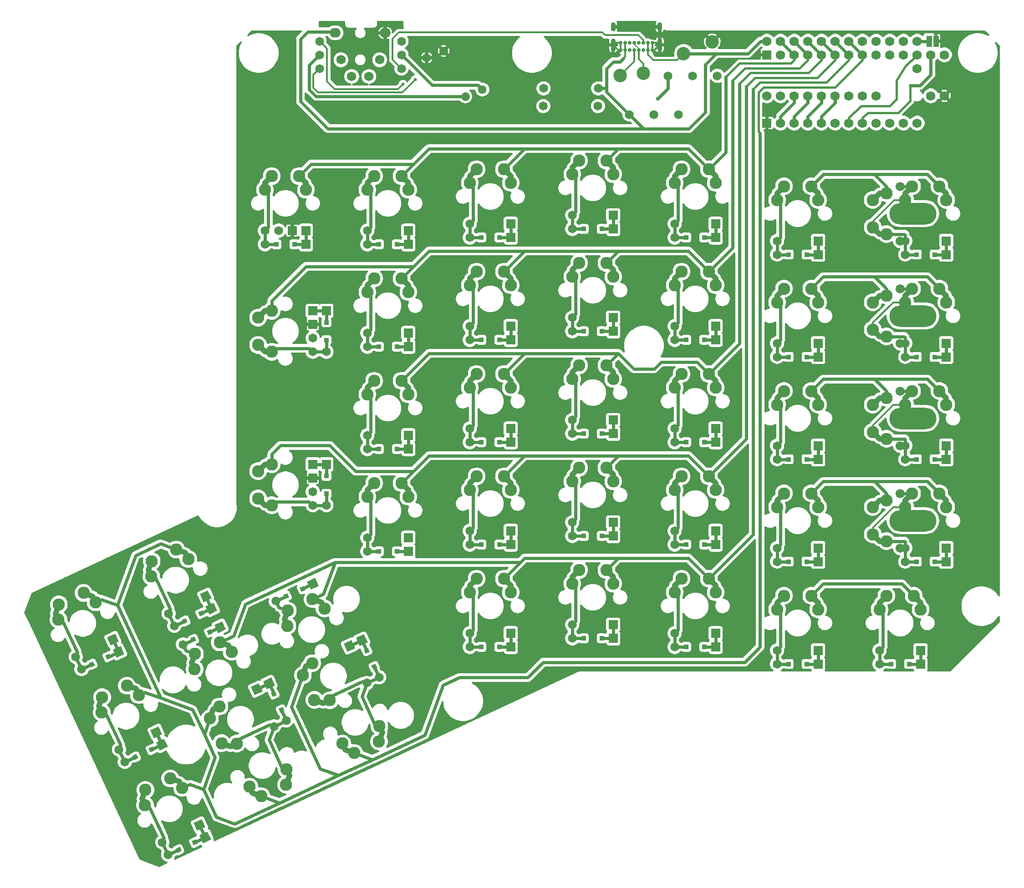
<source format=gbl>
G04 #@! TF.GenerationSoftware,KiCad,Pcbnew,5.1.5+dfsg1-2build2*
G04 #@! TF.CreationDate,2020-10-24T22:39:24+03:00*
G04 #@! TF.ProjectId,ErgoDOX,4572676f-444f-4582-9e6b-696361645f70,rev?*
G04 #@! TF.SameCoordinates,Original*
G04 #@! TF.FileFunction,Copper,L2,Bot*
G04 #@! TF.FilePolarity,Positive*
%FSLAX46Y46*%
G04 Gerber Fmt 4.6, Leading zero omitted, Abs format (unit mm)*
G04 Created by KiCad (PCBNEW 5.1.5+dfsg1-2build2) date 2020-10-24 22:39:24*
%MOMM*%
%LPD*%
G04 APERTURE LIST*
%ADD10C,0.609600*%
%ADD11C,1.600000*%
%ADD12C,1.600000*%
%ADD13C,2.499360*%
%ADD14C,1.651000*%
%ADD15C,0.700000*%
%ADD16O,0.900000X2.400000*%
%ADD17O,0.900000X1.700000*%
%ADD18C,1.752600*%
%ADD19R,1.752600X1.752600*%
%ADD20C,0.150000*%
%ADD21R,1.651000X1.651000*%
%ADD22C,2.286000*%
%ADD23R,1.016000X2.032000*%
%ADD24O,2.057400X1.752600*%
%ADD25C,2.283460*%
%ADD26R,0.838200X0.838200*%
%ADD27C,2.280920*%
%ADD28O,8.750300X3.987800*%
%ADD29C,1.701800*%
%ADD30C,0.609600*%
%ADD31C,1.016000*%
%ADD32C,0.406400*%
%ADD33C,0.600000*%
%ADD34C,0.304800*%
%ADD35C,0.300000*%
%ADD36C,0.152400*%
G04 APERTURE END LIST*
D10*
X53341367Y-147187736D02*
X55286576Y-146280670D01*
X58302224Y-144874450D02*
X60247433Y-143967384D01*
X70605747Y-139135936D02*
X72550956Y-138228870D01*
X75566604Y-136822650D02*
X77511813Y-135915584D01*
X187642500Y-93672660D02*
X189788800Y-93672660D01*
X193116200Y-93672660D02*
X195262500Y-93672660D01*
X187642500Y-131772660D02*
X189788800Y-131772660D01*
X193116200Y-131772660D02*
X195262500Y-131772660D01*
X187642500Y-74625200D02*
X189788800Y-74625200D01*
X193116200Y-74625200D02*
X195262500Y-74625200D01*
X187642500Y-112722660D02*
X189788800Y-112722660D01*
X193116200Y-112722660D02*
X195262500Y-112722660D01*
X87630000Y-72720200D02*
X89776300Y-72720200D01*
X93103700Y-72720200D02*
X95250000Y-72720200D01*
X144780000Y-90497660D02*
X146926300Y-90497660D01*
X150253700Y-90497660D02*
X152400000Y-90497660D01*
X72554721Y-161349962D02*
X71647655Y-159404753D01*
X70241435Y-156389105D02*
X69334370Y-154443896D01*
X89819101Y-153298162D02*
X88912035Y-151352953D01*
X87505815Y-148337305D02*
X86598750Y-146392096D01*
X106680000Y-147647660D02*
X108826300Y-147647660D01*
X112153700Y-147647660D02*
X114300000Y-147647660D01*
X125730000Y-146050000D02*
X127876300Y-146050000D01*
X131203700Y-146050000D02*
X133350000Y-146050000D01*
X163830000Y-150822660D02*
X165976300Y-150822660D01*
X169303700Y-150822660D02*
X171450000Y-150822660D01*
X87630000Y-129867660D02*
X89776300Y-129867660D01*
X93103700Y-129867660D02*
X95250000Y-129867660D01*
X106680000Y-128597660D02*
X108826300Y-128597660D01*
X112153700Y-128597660D02*
X114300000Y-128597660D01*
X125730000Y-127000000D02*
X127876300Y-127000000D01*
X131203700Y-127000000D02*
X133350000Y-127000000D01*
X144780000Y-128597660D02*
X146926300Y-128597660D01*
X150253700Y-128597660D02*
X152400000Y-128597660D01*
X163830000Y-131772660D02*
X165976300Y-131772660D01*
X169303700Y-131772660D02*
X171450000Y-131772660D01*
X87630000Y-110817660D02*
X89776300Y-110817660D01*
X93103700Y-110817660D02*
X95250000Y-110817660D01*
X106680000Y-109547660D02*
X108826300Y-109547660D01*
X112153700Y-109547660D02*
X114300000Y-109547660D01*
X125730000Y-107950000D02*
X127876300Y-107950000D01*
X131203700Y-107950000D02*
X133350000Y-107950000D01*
X144780000Y-109547660D02*
X146926300Y-109547660D01*
X150253700Y-109547660D02*
X152400000Y-109547660D01*
X106680000Y-90497660D02*
X108826300Y-90497660D01*
X112153700Y-90497660D02*
X114300000Y-90497660D01*
X125730000Y-88900000D02*
X127876300Y-88900000D01*
X131203700Y-88900000D02*
X133350000Y-88900000D01*
X163830000Y-93672660D02*
X165976300Y-93672660D01*
X169303700Y-93672660D02*
X171450000Y-93672660D01*
X144780000Y-147647660D02*
X146926300Y-147647660D01*
X150253700Y-147647660D02*
X152400000Y-147647660D01*
X106680000Y-71447660D02*
X108826300Y-71447660D01*
X112153700Y-71447660D02*
X114300000Y-71447660D01*
X125730000Y-69850000D02*
X127876300Y-69850000D01*
X131203700Y-69850000D02*
X133350000Y-69850000D01*
X144780000Y-71447660D02*
X146926300Y-71447660D01*
X150253700Y-71447660D02*
X152400000Y-71447660D01*
X163830000Y-74625200D02*
X165976300Y-74625200D01*
X169303700Y-74625200D02*
X171450000Y-74625200D01*
X51730638Y-143735681D02*
X53675847Y-142828615D01*
X56691495Y-141422395D02*
X58636704Y-140515330D01*
X34466258Y-151784941D02*
X36411467Y-150877875D01*
X39427115Y-149471655D02*
X41372324Y-148564590D01*
X50567318Y-186316241D02*
X52512527Y-185409175D01*
X55528175Y-184002955D02*
X57473384Y-183095890D01*
X42515518Y-169049321D02*
X44460727Y-168142255D01*
X47476375Y-166736035D02*
X49421584Y-165828970D01*
X87630000Y-91767660D02*
X89776300Y-91767660D01*
X93103700Y-91767660D02*
X95250000Y-91767660D01*
X182880000Y-150822660D02*
X185026300Y-150822660D01*
X188353700Y-150822660D02*
X190500000Y-150822660D01*
X80010000Y-121295160D02*
X80010000Y-119148860D01*
X80010000Y-115821460D02*
X80010000Y-113675160D01*
X80010000Y-92720160D02*
X80010000Y-90573860D01*
X80010000Y-87246460D02*
X80010000Y-85100160D01*
X68580000Y-72720200D02*
X70726300Y-72720200D01*
X74053700Y-72720200D02*
X76200000Y-72720200D01*
X163830000Y-112722660D02*
X165976300Y-112722660D01*
X169303700Y-112722660D02*
X171450000Y-112722660D01*
D11*
X101817897Y-36730397D02*
X101817897Y-36730397D01*
D12*
X109002102Y-43914602D03*
D11*
X105832110Y-45184610D02*
X105832110Y-45184610D01*
D12*
X98647905Y-38000405D03*
D13*
X151765000Y-35052000D03*
X146431000Y-37211000D03*
D14*
X78740000Y-34925000D03*
X78740000Y-37465000D03*
X78740000Y-40005000D03*
D15*
X140632200Y-36580000D03*
X139782200Y-36580000D03*
X138932200Y-36580000D03*
X138082200Y-36580000D03*
X137232200Y-36580000D03*
X136382200Y-36580000D03*
X135532200Y-36580000D03*
X134682200Y-36580000D03*
X139782200Y-35230000D03*
X138082200Y-35230000D03*
X138932200Y-35230000D03*
X140632200Y-35230000D03*
X136382200Y-35230000D03*
X135532200Y-35230000D03*
X134682200Y-35230000D03*
X137232200Y-35230000D03*
D16*
X141982200Y-35600000D03*
X133332200Y-35600000D03*
D17*
X141982200Y-32220000D03*
X133332200Y-32220000D03*
D13*
X134620000Y-41275000D03*
X138938000Y-40894000D03*
D18*
X169545000Y-34925000D03*
X172085000Y-34925000D03*
X161925000Y-34925000D03*
X164465000Y-34925000D03*
X167005000Y-34925000D03*
X174625000Y-34925000D03*
X177165000Y-34925000D03*
X179705000Y-34925000D03*
X182245000Y-34925000D03*
X184785000Y-34925000D03*
X187325000Y-34925000D03*
X189865000Y-34925000D03*
X189865000Y-50165000D03*
X187325000Y-50165000D03*
X184785000Y-50165000D03*
X182245000Y-50165000D03*
X179705000Y-50165000D03*
X177165000Y-50165000D03*
X174625000Y-50165000D03*
X172085000Y-50165000D03*
X169545000Y-50165000D03*
X167005000Y-50165000D03*
X164465000Y-50165000D03*
D19*
X161925000Y-50165000D03*
D18*
X189865000Y-40005000D03*
X164465000Y-37465000D03*
X167005000Y-37465000D03*
X169545000Y-37465000D03*
X172085000Y-37465000D03*
X174625000Y-37465000D03*
X177165000Y-37465000D03*
X179705000Y-37465000D03*
X182245000Y-37465000D03*
X184785000Y-37465000D03*
X187325000Y-37465000D03*
X189865000Y-37465000D03*
X192405000Y-37465000D03*
X194945000Y-37465000D03*
D19*
X161925000Y-37465000D03*
D18*
X194945000Y-45085000D03*
X192405000Y-45085000D03*
X182245000Y-45085000D03*
X179705000Y-45085000D03*
X177165000Y-45085000D03*
X174625000Y-45085000D03*
X172085000Y-45085000D03*
X169545000Y-45085000D03*
X167005000Y-45085000D03*
X164465000Y-45085000D03*
X161925000Y-45085000D03*
D14*
X53341367Y-147187736D03*
G04 #@! TA.AperFunction,SMDPad,CuDef*
D20*
G36*
X55083862Y-146837623D02*
G01*
X54729623Y-146077956D01*
X55489290Y-145723717D01*
X55843529Y-146483384D01*
X55083862Y-146837623D01*
G37*
G04 #@! TD.AperFunction*
G04 #@! TA.AperFunction,ComponentPad*
G36*
X59848147Y-145064412D02*
G01*
X59150405Y-143568098D01*
X60646719Y-142870356D01*
X61344461Y-144366670D01*
X59848147Y-145064412D01*
G37*
G04 #@! TD.AperFunction*
G04 #@! TA.AperFunction,SMDPad,CuDef*
G36*
X58099510Y-145431403D02*
G01*
X57745271Y-144671736D01*
X58504938Y-144317497D01*
X58859177Y-145077164D01*
X58099510Y-145431403D01*
G37*
G04 #@! TD.AperFunction*
D14*
X70605747Y-139135936D03*
G04 #@! TA.AperFunction,SMDPad,CuDef*
D20*
G36*
X72348242Y-138785823D02*
G01*
X71994003Y-138026156D01*
X72753670Y-137671917D01*
X73107909Y-138431584D01*
X72348242Y-138785823D01*
G37*
G04 #@! TD.AperFunction*
G04 #@! TA.AperFunction,ComponentPad*
G36*
X77112527Y-137012612D02*
G01*
X76414785Y-135516298D01*
X77911099Y-134818556D01*
X78608841Y-136314870D01*
X77112527Y-137012612D01*
G37*
G04 #@! TD.AperFunction*
G04 #@! TA.AperFunction,SMDPad,CuDef*
G36*
X75363890Y-137379603D02*
G01*
X75009651Y-136619936D01*
X75769318Y-136265697D01*
X76123557Y-137025364D01*
X75363890Y-137379603D01*
G37*
G04 #@! TD.AperFunction*
D14*
X77470000Y-118755160D03*
D21*
X77470000Y-116215160D03*
D14*
X77470000Y-90180160D03*
D21*
X77470000Y-87640160D03*
D14*
X71120000Y-70180200D03*
D21*
X73660000Y-70180200D03*
D22*
X77434621Y-138754526D03*
X72753017Y-143740174D03*
X79659082Y-140519823D03*
X72830577Y-140901427D03*
X60170241Y-146806326D03*
X55488637Y-151791974D03*
X62394702Y-148571623D03*
X55566197Y-148953227D03*
X85176179Y-167376434D03*
X89857783Y-162390786D03*
X82951718Y-165611137D03*
X89780223Y-165229533D03*
X67909259Y-175425694D03*
X72590863Y-170440046D03*
X65684798Y-173660397D03*
X72513303Y-173278793D03*
D14*
X152690102Y-41365898D03*
X145505898Y-48550102D03*
X148118102Y-41365898D03*
X140933898Y-48550102D03*
X120332500Y-46990000D03*
X130492500Y-46990000D03*
X130555999Y-43688000D03*
X120396001Y-43688000D03*
X136361898Y-48550102D03*
X143546102Y-41365898D03*
X93980000Y-34925000D03*
X93980000Y-37465000D03*
X93980000Y-40005000D03*
D23*
X192087500Y-34925000D03*
X193357500Y-34925000D03*
D24*
X90957400Y-33375600D03*
D18*
X82702400Y-38379400D03*
X87909400Y-41478200D03*
D24*
X81661000Y-33375600D03*
D18*
X84709000Y-41478200D03*
X89916000Y-38379400D03*
D22*
X193992500Y-80972660D03*
X187642500Y-83512660D03*
D25*
X195262500Y-83512660D03*
D22*
X188912500Y-80972660D03*
D14*
X187642500Y-91132660D03*
D21*
X195262500Y-91132660D03*
D14*
X187642500Y-93672660D03*
D21*
X195262500Y-93672660D03*
D26*
X189788800Y-93672660D03*
X193116200Y-93672660D03*
D27*
X181610000Y-83512660D03*
X184150000Y-82242660D03*
X184150000Y-89862660D03*
X181610000Y-88592660D03*
D28*
X189069980Y-86052660D03*
D29*
X186690000Y-91132660D03*
X186690000Y-80972660D03*
D22*
X193992500Y-119072660D03*
X187642500Y-121612660D03*
D25*
X195262500Y-121612660D03*
D22*
X188912500Y-119072660D03*
D14*
X187642500Y-129232660D03*
D21*
X195262500Y-129232660D03*
D14*
X187642500Y-131772660D03*
D21*
X195262500Y-131772660D03*
D26*
X189788800Y-131772660D03*
X193116200Y-131772660D03*
D27*
X181610000Y-121612660D03*
X184150000Y-120342660D03*
X184150000Y-127962660D03*
X181610000Y-126692660D03*
D28*
X189069980Y-124152660D03*
D29*
X186690000Y-129232660D03*
X186690000Y-119072660D03*
D22*
X193992500Y-61925200D03*
X187642500Y-64465200D03*
D25*
X195262500Y-64465200D03*
D22*
X188912500Y-61925200D03*
D14*
X187642500Y-72085200D03*
D21*
X195262500Y-72085200D03*
D14*
X187642500Y-74625200D03*
D21*
X195262500Y-74625200D03*
D26*
X189788800Y-74625200D03*
X193116200Y-74625200D03*
D27*
X181610000Y-64465200D03*
X184150000Y-63195200D03*
X184150000Y-70815200D03*
X181610000Y-69545200D03*
D28*
X189069980Y-67005200D03*
D29*
X186690000Y-72085200D03*
X186690000Y-61925200D03*
D22*
X193992500Y-100022660D03*
X187642500Y-102562660D03*
D25*
X195262500Y-102562660D03*
D22*
X188912500Y-100022660D03*
D14*
X187642500Y-110182660D03*
D21*
X195262500Y-110182660D03*
D14*
X187642500Y-112722660D03*
D21*
X195262500Y-112722660D03*
D26*
X189788800Y-112722660D03*
X193116200Y-112722660D03*
D27*
X181610000Y-102562660D03*
X184150000Y-101292660D03*
X184150000Y-108912660D03*
X181610000Y-107642660D03*
D28*
X189069980Y-105102660D03*
D29*
X186690000Y-110182660D03*
X186690000Y-100022660D03*
D22*
X93980000Y-60020200D03*
X87630000Y-62560200D03*
X95250000Y-62560200D03*
X88900000Y-60020200D03*
D14*
X87630000Y-70180200D03*
D21*
X95250000Y-70180200D03*
D14*
X87630000Y-72720200D03*
D21*
X95250000Y-72720200D03*
D26*
X89776300Y-72720200D03*
X93103700Y-72720200D03*
D22*
X151130000Y-77797660D03*
X144780000Y-80337660D03*
X152400000Y-80337660D03*
X146050000Y-77797660D03*
D14*
X144780000Y-87957660D03*
D21*
X152400000Y-87957660D03*
D14*
X144780000Y-90497660D03*
D21*
X152400000Y-90497660D03*
D26*
X146926300Y-90497660D03*
X150253700Y-90497660D03*
D22*
X58360986Y-160962159D03*
X63346634Y-165643763D03*
X60126283Y-158737698D03*
X60507887Y-165566203D03*
D14*
X70252699Y-162423412D03*
G04 #@! TA.AperFunction,ComponentPad*
D20*
G36*
X68129376Y-155916633D02*
G01*
X66633062Y-156614375D01*
X65935320Y-155118061D01*
X67431634Y-154420319D01*
X68129376Y-155916633D01*
G37*
G04 #@! TD.AperFunction*
D14*
X72554721Y-161349962D03*
G04 #@! TA.AperFunction,ComponentPad*
D20*
G36*
X70431398Y-154843182D02*
G01*
X68935084Y-155540924D01*
X68237342Y-154044610D01*
X69733656Y-153346868D01*
X70431398Y-154843182D01*
G37*
G04 #@! TD.AperFunction*
G04 #@! TA.AperFunction,SMDPad,CuDef*
G36*
X72204608Y-159607467D02*
G01*
X71444941Y-159961706D01*
X71090702Y-159202039D01*
X71850369Y-158847800D01*
X72204608Y-159607467D01*
G37*
G04 #@! TD.AperFunction*
G04 #@! TA.AperFunction,SMDPad,CuDef*
G36*
X70798388Y-156591819D02*
G01*
X70038721Y-156946058D01*
X69684482Y-156186391D01*
X70444149Y-155832152D01*
X70798388Y-156591819D01*
G37*
G04 #@! TD.AperFunction*
D22*
X75625366Y-152910359D03*
X80611014Y-157591963D03*
X77390663Y-150685898D03*
X77772267Y-157514403D03*
D14*
X87517079Y-154371612D03*
G04 #@! TA.AperFunction,ComponentPad*
D20*
G36*
X85393756Y-147864833D02*
G01*
X83897442Y-148562575D01*
X83199700Y-147066261D01*
X84696014Y-146368519D01*
X85393756Y-147864833D01*
G37*
G04 #@! TD.AperFunction*
D14*
X89819101Y-153298162D03*
G04 #@! TA.AperFunction,ComponentPad*
D20*
G36*
X87695778Y-146791382D02*
G01*
X86199464Y-147489124D01*
X85501722Y-145992810D01*
X86998036Y-145295068D01*
X87695778Y-146791382D01*
G37*
G04 #@! TD.AperFunction*
G04 #@! TA.AperFunction,SMDPad,CuDef*
G36*
X89468988Y-151555667D02*
G01*
X88709321Y-151909906D01*
X88355082Y-151150239D01*
X89114749Y-150796000D01*
X89468988Y-151555667D01*
G37*
G04 #@! TD.AperFunction*
G04 #@! TA.AperFunction,SMDPad,CuDef*
G36*
X88062768Y-148540019D02*
G01*
X87303101Y-148894258D01*
X86948862Y-148134591D01*
X87708529Y-147780352D01*
X88062768Y-148540019D01*
G37*
G04 #@! TD.AperFunction*
D22*
X113030000Y-134947660D03*
X106680000Y-137487660D03*
X114300000Y-137487660D03*
X107950000Y-134947660D03*
D14*
X106680000Y-145107660D03*
D21*
X114300000Y-145107660D03*
D14*
X106680000Y-147647660D03*
D21*
X114300000Y-147647660D03*
D26*
X108826300Y-147647660D03*
X112153700Y-147647660D03*
D22*
X132080000Y-133350000D03*
X125730000Y-135890000D03*
X133350000Y-135890000D03*
X127000000Y-133350000D03*
D14*
X125730000Y-143510000D03*
D21*
X133350000Y-143510000D03*
D14*
X125730000Y-146050000D03*
D21*
X133350000Y-146050000D03*
D26*
X127876300Y-146050000D03*
X131203700Y-146050000D03*
D22*
X170180000Y-138122660D03*
X163830000Y-140662660D03*
X171450000Y-140662660D03*
X165100000Y-138122660D03*
D14*
X163830000Y-148282660D03*
D21*
X171450000Y-148282660D03*
D14*
X163830000Y-150822660D03*
D21*
X171450000Y-150822660D03*
D26*
X165976300Y-150822660D03*
X169303700Y-150822660D03*
D22*
X93980000Y-117167660D03*
X87630000Y-119707660D03*
X95250000Y-119707660D03*
X88900000Y-117167660D03*
D14*
X87630000Y-127327660D03*
D21*
X95250000Y-127327660D03*
D14*
X87630000Y-129867660D03*
D21*
X95250000Y-129867660D03*
D26*
X89776300Y-129867660D03*
X93103700Y-129867660D03*
D22*
X113030000Y-115897660D03*
X106680000Y-118437660D03*
X114300000Y-118437660D03*
X107950000Y-115897660D03*
D14*
X106680000Y-126057660D03*
D21*
X114300000Y-126057660D03*
D14*
X106680000Y-128597660D03*
D21*
X114300000Y-128597660D03*
D26*
X108826300Y-128597660D03*
X112153700Y-128597660D03*
D22*
X132080000Y-114300000D03*
X125730000Y-116840000D03*
X133350000Y-116840000D03*
X127000000Y-114300000D03*
D14*
X125730000Y-124460000D03*
D21*
X133350000Y-124460000D03*
D14*
X125730000Y-127000000D03*
D21*
X133350000Y-127000000D03*
D26*
X127876300Y-127000000D03*
X131203700Y-127000000D03*
D22*
X151130000Y-115897660D03*
X144780000Y-118437660D03*
X152400000Y-118437660D03*
X146050000Y-115897660D03*
D14*
X144780000Y-126057660D03*
D21*
X152400000Y-126057660D03*
D14*
X144780000Y-128597660D03*
D21*
X152400000Y-128597660D03*
D26*
X146926300Y-128597660D03*
X150253700Y-128597660D03*
D22*
X170180000Y-119072660D03*
X163830000Y-121612660D03*
X171450000Y-121612660D03*
X165100000Y-119072660D03*
D14*
X163830000Y-129232660D03*
D21*
X171450000Y-129232660D03*
D14*
X163830000Y-131772660D03*
D21*
X171450000Y-131772660D03*
D26*
X165976300Y-131772660D03*
X169303700Y-131772660D03*
D22*
X93980000Y-98117660D03*
X87630000Y-100657660D03*
X95250000Y-100657660D03*
X88900000Y-98117660D03*
D14*
X87630000Y-108277660D03*
D21*
X95250000Y-108277660D03*
D14*
X87630000Y-110817660D03*
D21*
X95250000Y-110817660D03*
D26*
X89776300Y-110817660D03*
X93103700Y-110817660D03*
D22*
X113030000Y-96847660D03*
X106680000Y-99387660D03*
X114300000Y-99387660D03*
X107950000Y-96847660D03*
D14*
X106680000Y-107007660D03*
D21*
X114300000Y-107007660D03*
D14*
X106680000Y-109547660D03*
D21*
X114300000Y-109547660D03*
D26*
X108826300Y-109547660D03*
X112153700Y-109547660D03*
D22*
X132080000Y-95250000D03*
X125730000Y-97790000D03*
X133350000Y-97790000D03*
X127000000Y-95250000D03*
D14*
X125730000Y-105410000D03*
D21*
X133350000Y-105410000D03*
D14*
X125730000Y-107950000D03*
D21*
X133350000Y-107950000D03*
D26*
X127876300Y-107950000D03*
X131203700Y-107950000D03*
D22*
X151130000Y-96847660D03*
X144780000Y-99387660D03*
X152400000Y-99387660D03*
X146050000Y-96847660D03*
D14*
X144780000Y-107007660D03*
D21*
X152400000Y-107007660D03*
D14*
X144780000Y-109547660D03*
D21*
X152400000Y-109547660D03*
D26*
X146926300Y-109547660D03*
X150253700Y-109547660D03*
D22*
X113030000Y-77797660D03*
X106680000Y-80337660D03*
X114300000Y-80337660D03*
X107950000Y-77797660D03*
D14*
X106680000Y-87957660D03*
D21*
X114300000Y-87957660D03*
D14*
X106680000Y-90497660D03*
D21*
X114300000Y-90497660D03*
D26*
X108826300Y-90497660D03*
X112153700Y-90497660D03*
D22*
X132080000Y-76200000D03*
X125730000Y-78740000D03*
X133350000Y-78740000D03*
X127000000Y-76200000D03*
D14*
X125730000Y-86360000D03*
D21*
X133350000Y-86360000D03*
D14*
X125730000Y-88900000D03*
D21*
X133350000Y-88900000D03*
D26*
X127876300Y-88900000D03*
X131203700Y-88900000D03*
D22*
X170180000Y-80972660D03*
X163830000Y-83512660D03*
X171450000Y-83512660D03*
X165100000Y-80972660D03*
D14*
X163830000Y-91132660D03*
D21*
X171450000Y-91132660D03*
D14*
X163830000Y-93672660D03*
D21*
X171450000Y-93672660D03*
D26*
X165976300Y-93672660D03*
X169303700Y-93672660D03*
D22*
X151130000Y-134947660D03*
X144780000Y-137487660D03*
X152400000Y-137487660D03*
X146050000Y-134947660D03*
D14*
X144780000Y-145107660D03*
D21*
X152400000Y-145107660D03*
D14*
X144780000Y-147647660D03*
D21*
X152400000Y-147647660D03*
D26*
X146926300Y-147647660D03*
X150253700Y-147647660D03*
D22*
X113030000Y-58747660D03*
X106680000Y-61287660D03*
X114300000Y-61287660D03*
X107950000Y-58747660D03*
D14*
X106680000Y-68907660D03*
D21*
X114300000Y-68907660D03*
D14*
X106680000Y-71447660D03*
D21*
X114300000Y-71447660D03*
D26*
X108826300Y-71447660D03*
X112153700Y-71447660D03*
D22*
X132080000Y-57150000D03*
X125730000Y-59690000D03*
X133350000Y-59690000D03*
X127000000Y-57150000D03*
D14*
X125730000Y-67310000D03*
D21*
X133350000Y-67310000D03*
D14*
X125730000Y-69850000D03*
D21*
X133350000Y-69850000D03*
D26*
X127876300Y-69850000D03*
X131203700Y-69850000D03*
D22*
X151130000Y-58747660D03*
X144780000Y-61287660D03*
X152400000Y-61287660D03*
X146050000Y-58747660D03*
D14*
X144780000Y-68907660D03*
D21*
X152400000Y-68907660D03*
D14*
X144780000Y-71447660D03*
D21*
X152400000Y-71447660D03*
D26*
X146926300Y-71447660D03*
X150253700Y-71447660D03*
D22*
X170180000Y-61925200D03*
X163830000Y-64465200D03*
X171450000Y-64465200D03*
X165100000Y-61925200D03*
D14*
X163830000Y-72085200D03*
D21*
X171450000Y-72085200D03*
D14*
X163830000Y-74625200D03*
D21*
X171450000Y-74625200D03*
D26*
X165976300Y-74625200D03*
X169303700Y-74625200D03*
D22*
X52118441Y-129541946D03*
X47436837Y-134527594D03*
X54342902Y-131307243D03*
X47514397Y-131688847D03*
D14*
X50657188Y-141433659D03*
G04 #@! TA.AperFunction,ComponentPad*
D20*
G36*
X57163967Y-139310336D02*
G01*
X56466225Y-137814022D01*
X57962539Y-137116280D01*
X58660281Y-138612594D01*
X57163967Y-139310336D01*
G37*
G04 #@! TD.AperFunction*
D14*
X51730638Y-143735681D03*
G04 #@! TA.AperFunction,ComponentPad*
D20*
G36*
X58237418Y-141612358D02*
G01*
X57539676Y-140116044D01*
X59035990Y-139418302D01*
X59733732Y-140914616D01*
X58237418Y-141612358D01*
G37*
G04 #@! TD.AperFunction*
G04 #@! TA.AperFunction,SMDPad,CuDef*
G36*
X53473133Y-143385568D02*
G01*
X53118894Y-142625901D01*
X53878561Y-142271662D01*
X54232800Y-143031329D01*
X53473133Y-143385568D01*
G37*
G04 #@! TD.AperFunction*
G04 #@! TA.AperFunction,SMDPad,CuDef*
G36*
X56488781Y-141979348D02*
G01*
X56134542Y-141219681D01*
X56894209Y-140865442D01*
X57248448Y-141625109D01*
X56488781Y-141979348D01*
G37*
G04 #@! TD.AperFunction*
D22*
X34854061Y-137591206D03*
X30172457Y-142576854D03*
X37078522Y-139356503D03*
X30250017Y-139738107D03*
D14*
X33392808Y-149482919D03*
G04 #@! TA.AperFunction,ComponentPad*
D20*
G36*
X39899587Y-147359596D02*
G01*
X39201845Y-145863282D01*
X40698159Y-145165540D01*
X41395901Y-146661854D01*
X39899587Y-147359596D01*
G37*
G04 #@! TD.AperFunction*
D14*
X34466258Y-151784941D03*
G04 #@! TA.AperFunction,ComponentPad*
D20*
G36*
X40973038Y-149661618D02*
G01*
X40275296Y-148165304D01*
X41771610Y-147467562D01*
X42469352Y-148963876D01*
X40973038Y-149661618D01*
G37*
G04 #@! TD.AperFunction*
G04 #@! TA.AperFunction,SMDPad,CuDef*
G36*
X36208753Y-151434828D02*
G01*
X35854514Y-150675161D01*
X36614181Y-150320922D01*
X36968420Y-151080589D01*
X36208753Y-151434828D01*
G37*
G04 #@! TD.AperFunction*
G04 #@! TA.AperFunction,SMDPad,CuDef*
G36*
X39224401Y-150028608D02*
G01*
X38870162Y-149268941D01*
X39629829Y-148914702D01*
X39984068Y-149674369D01*
X39224401Y-150028608D01*
G37*
G04 #@! TD.AperFunction*
D22*
X50955121Y-172122506D03*
X46273517Y-177108154D03*
X53179582Y-173887803D03*
X46351077Y-174269407D03*
D14*
X49493868Y-184014219D03*
G04 #@! TA.AperFunction,ComponentPad*
D20*
G36*
X56000647Y-181890896D02*
G01*
X55302905Y-180394582D01*
X56799219Y-179696840D01*
X57496961Y-181193154D01*
X56000647Y-181890896D01*
G37*
G04 #@! TD.AperFunction*
D14*
X50567318Y-186316241D03*
G04 #@! TA.AperFunction,ComponentPad*
D20*
G36*
X57074098Y-184192918D02*
G01*
X56376356Y-182696604D01*
X57872670Y-181998862D01*
X58570412Y-183495176D01*
X57074098Y-184192918D01*
G37*
G04 #@! TD.AperFunction*
G04 #@! TA.AperFunction,SMDPad,CuDef*
G36*
X52309813Y-185966128D02*
G01*
X51955574Y-185206461D01*
X52715241Y-184852222D01*
X53069480Y-185611889D01*
X52309813Y-185966128D01*
G37*
G04 #@! TD.AperFunction*
G04 #@! TA.AperFunction,SMDPad,CuDef*
G36*
X55325461Y-184559908D02*
G01*
X54971222Y-183800241D01*
X55730889Y-183446002D01*
X56085128Y-184205669D01*
X55325461Y-184559908D01*
G37*
G04 #@! TD.AperFunction*
D22*
X42903321Y-154855586D03*
X38221717Y-159841234D03*
X45127782Y-156620883D03*
X38299277Y-157002487D03*
D14*
X41442068Y-166747299D03*
G04 #@! TA.AperFunction,ComponentPad*
D20*
G36*
X47948847Y-164623976D02*
G01*
X47251105Y-163127662D01*
X48747419Y-162429920D01*
X49445161Y-163926234D01*
X47948847Y-164623976D01*
G37*
G04 #@! TD.AperFunction*
D14*
X42515518Y-169049321D03*
G04 #@! TA.AperFunction,ComponentPad*
D20*
G36*
X49022298Y-166925998D02*
G01*
X48324556Y-165429684D01*
X49820870Y-164731942D01*
X50518612Y-166228256D01*
X49022298Y-166925998D01*
G37*
G04 #@! TD.AperFunction*
G04 #@! TA.AperFunction,SMDPad,CuDef*
G36*
X44258013Y-168699208D02*
G01*
X43903774Y-167939541D01*
X44663441Y-167585302D01*
X45017680Y-168344969D01*
X44258013Y-168699208D01*
G37*
G04 #@! TD.AperFunction*
G04 #@! TA.AperFunction,SMDPad,CuDef*
G36*
X47273661Y-167292988D02*
G01*
X46919422Y-166533321D01*
X47679089Y-166179082D01*
X48033328Y-166938749D01*
X47273661Y-167292988D01*
G37*
G04 #@! TD.AperFunction*
D22*
X93980000Y-79067660D03*
X87630000Y-81607660D03*
X95250000Y-81607660D03*
X88900000Y-79067660D03*
D14*
X87630000Y-89227660D03*
D21*
X95250000Y-89227660D03*
D14*
X87630000Y-91767660D03*
D21*
X95250000Y-91767660D03*
D26*
X89776300Y-91767660D03*
X93103700Y-91767660D03*
D22*
X189230000Y-138122660D03*
X182880000Y-140662660D03*
X190500000Y-140662660D03*
X184150000Y-138122660D03*
D14*
X182880000Y-148282660D03*
D21*
X190500000Y-148282660D03*
D14*
X182880000Y-150822660D03*
D21*
X190500000Y-150822660D03*
D26*
X185026300Y-150822660D03*
X188353700Y-150822660D03*
D22*
X67310000Y-114945160D03*
X69850000Y-121295160D03*
X69850000Y-113675160D03*
X67310000Y-120025160D03*
D14*
X77470000Y-121295160D03*
D21*
X77470000Y-113675160D03*
D14*
X80010000Y-121295160D03*
D21*
X80010000Y-113675160D03*
D26*
X80010000Y-119148860D03*
X80010000Y-115821460D03*
D22*
X67310000Y-86370160D03*
X69850000Y-92720160D03*
X69850000Y-85100160D03*
X67310000Y-91450160D03*
D14*
X77470000Y-92720160D03*
D21*
X77470000Y-85100160D03*
D14*
X80010000Y-92720160D03*
D21*
X80010000Y-85100160D03*
D26*
X80010000Y-90573860D03*
X80010000Y-87246460D03*
D22*
X74930000Y-60020200D03*
X68580000Y-62560200D03*
X76200000Y-62560200D03*
X69850000Y-60020200D03*
D14*
X68580000Y-70180200D03*
D21*
X76200000Y-70180200D03*
D14*
X68580000Y-72720200D03*
D21*
X76200000Y-72720200D03*
D26*
X70726300Y-72720200D03*
X74053700Y-72720200D03*
D22*
X170180000Y-100022660D03*
X163830000Y-102562660D03*
X171450000Y-102562660D03*
X165100000Y-100022660D03*
D14*
X163830000Y-110182660D03*
D21*
X171450000Y-110182660D03*
D14*
X163830000Y-112722660D03*
D21*
X171450000Y-112722660D03*
D26*
X165976300Y-112722660D03*
X169303700Y-112722660D03*
D30*
X141605000Y-45593000D03*
X151130000Y-49530000D03*
X152400000Y-49530000D03*
X152400000Y-50800000D03*
X151130000Y-50800000D03*
X100330000Y-116840000D03*
X100330000Y-118110000D03*
X100330000Y-119380000D03*
X59690000Y-171450000D03*
X74930000Y-165100000D03*
X68580000Y-132715000D03*
X69850000Y-132715000D03*
X69850000Y-133985000D03*
X68580000Y-133985000D03*
X120015000Y-120015000D03*
X120015000Y-121285000D03*
X120015000Y-122555000D03*
X139065000Y-120015000D03*
X139065000Y-121285000D03*
X139065000Y-122555000D03*
X139065000Y-65405000D03*
X139065000Y-66675000D03*
X139065000Y-67945000D03*
X177800000Y-65405000D03*
X177800000Y-66675000D03*
X177800000Y-67945000D03*
X111125000Y-155575000D03*
X112395000Y-155575000D03*
X113665000Y-155575000D03*
X74295000Y-54610000D03*
X75565000Y-54610000D03*
X76835000Y-54610000D03*
X85090000Y-55245000D03*
X85725000Y-54610000D03*
X86360000Y-53975000D03*
X157480000Y-139700000D03*
X157480000Y-140970000D03*
X157480000Y-142240000D03*
X172085000Y-54610000D03*
X173355000Y-54610000D03*
X169545000Y-58420000D03*
X170815000Y-58420000D03*
X52705000Y-140335000D03*
X55245000Y-139065000D03*
X127000000Y-35560000D03*
X125730000Y-35560000D03*
X124460000Y-35560000D03*
X84455000Y-34925000D03*
X88265000Y-34925000D03*
X65405000Y-46990000D03*
X66675000Y-46990000D03*
X67945000Y-46990000D03*
X96520000Y-42037000D03*
X94234000Y-42926000D03*
D10*
X195262500Y-72085200D02*
X195262500Y-74625200D01*
X195262500Y-129232660D02*
X195262500Y-131772660D01*
X195262500Y-110182660D02*
X195262500Y-112722660D01*
X195262500Y-91132660D02*
X195262500Y-93672660D01*
X190500000Y-148282660D02*
X190500000Y-150822660D01*
X171450000Y-72085200D02*
X171450000Y-74625200D01*
X171450000Y-148282660D02*
X171450000Y-150822660D01*
X171450000Y-91132660D02*
X171450000Y-93672660D01*
X171450000Y-129232660D02*
X171450000Y-131772660D01*
X171450000Y-110182660D02*
X171450000Y-112722660D01*
X57472580Y-183095900D02*
X56400700Y-180794660D01*
X133350000Y-105410000D02*
X133350000Y-107950000D01*
X133350000Y-67310000D02*
X133350000Y-69850000D01*
X133350000Y-143510000D02*
X133350000Y-146050000D01*
X133350000Y-86360000D02*
X133350000Y-88900000D01*
X172085000Y-48895000D02*
X172085000Y-50165000D01*
X133350000Y-124460000D02*
X133350000Y-127000000D01*
X174625000Y-46355000D02*
X172085000Y-48895000D01*
X174625000Y-45085000D02*
X174625000Y-46355000D01*
X84297520Y-147464780D02*
X86601300Y-146392900D01*
X152400000Y-87957660D02*
X152400000Y-90497660D01*
X152400000Y-68907660D02*
X152400000Y-71447660D01*
X152400000Y-145107660D02*
X152400000Y-147647660D01*
X152400000Y-126057660D02*
X152400000Y-128597660D01*
X152400000Y-107007660D02*
X152400000Y-109547660D01*
X67033140Y-155516580D02*
X69334380Y-154442160D01*
X114300000Y-87957660D02*
X114300000Y-90497660D01*
X114300000Y-126057660D02*
X114300000Y-128597660D01*
X114300000Y-107007660D02*
X114300000Y-109547660D01*
X172085000Y-46355000D02*
X169545000Y-48895000D01*
X49423320Y-165831520D02*
X48348900Y-163527740D01*
X114300000Y-145107660D02*
X114300000Y-147647660D01*
X169545000Y-48895000D02*
X169545000Y-50165000D01*
X172085000Y-45085000D02*
X172085000Y-46355000D01*
X114300000Y-68907660D02*
X114300000Y-71447660D01*
X169545000Y-45085000D02*
X169545000Y-46355000D01*
X57564020Y-138211560D02*
X58635900Y-140515340D01*
X95250000Y-89227660D02*
X95250000Y-91767660D01*
X95250000Y-108277660D02*
X95250000Y-110817660D01*
X167005000Y-48895000D02*
X167005000Y-50165000D01*
X169545000Y-46355000D02*
X167005000Y-48895000D01*
X95250000Y-70180200D02*
X95250000Y-72720200D01*
X40297100Y-146263360D02*
X41371520Y-148564600D01*
X76200000Y-70180200D02*
X76200000Y-72720200D01*
X164465000Y-48895000D02*
X164465000Y-50165000D01*
X77470000Y-85100160D02*
X80010000Y-85100160D01*
X167005000Y-46355000D02*
X164465000Y-48895000D01*
X167005000Y-45085000D02*
X167005000Y-46355000D01*
X77470000Y-113675160D02*
X80010000Y-113675160D01*
X177165000Y-34925000D02*
X179705000Y-37465000D01*
X73477120Y-158818580D02*
X78844140Y-170327320D01*
X53179980Y-173888400D02*
X54617620Y-173217840D01*
X78844140Y-170327320D02*
X82219800Y-171556680D01*
X98333560Y-164043360D02*
X101711760Y-154759660D01*
X88549480Y-168605200D02*
X98333560Y-164043360D01*
D31*
X34853880Y-137591800D02*
X36540440Y-138206480D01*
D10*
X101711760Y-154759660D02*
X104729280Y-153352500D01*
D31*
X42903140Y-154856180D02*
X44592240Y-155470860D01*
D10*
X55140860Y-159311340D02*
X49232820Y-157159960D01*
X49164240Y-128465580D02*
X44561760Y-130614420D01*
D31*
X52644040Y-172737780D02*
X53179980Y-173888400D01*
D10*
X75628500Y-152910540D02*
X73477120Y-158818580D01*
D31*
X76240640Y-151223980D02*
X77393800Y-150685500D01*
X75628500Y-152910540D02*
X76240640Y-151223980D01*
X58976260Y-159273240D02*
X60126880Y-158737300D01*
D10*
X82219800Y-171556680D02*
X88549480Y-168605200D01*
X71285100Y-176654460D02*
X82219800Y-171556680D01*
D31*
X50954940Y-172123100D02*
X52644040Y-172737780D01*
D10*
X67909440Y-175427640D02*
X71285100Y-176654460D01*
X38229540Y-138821160D02*
X41183560Y-139895580D01*
X37078920Y-139357100D02*
X38229540Y-138821160D01*
X46278800Y-156085540D02*
X49232820Y-157159960D01*
X45128180Y-156621480D02*
X46278800Y-156085540D01*
X59565540Y-179318920D02*
X57150000Y-174137320D01*
X62941200Y-180545740D02*
X59565540Y-179318920D01*
X71285100Y-176654460D02*
X62941200Y-180545740D01*
X54617620Y-173217840D02*
X57150000Y-174137320D01*
X52118260Y-129542540D02*
X49164240Y-128465580D01*
D32*
X161290000Y-43497500D02*
X160337500Y-44450000D01*
D10*
X41183560Y-139895580D02*
X49232820Y-157159960D01*
D31*
X58361580Y-160962340D02*
X58976260Y-159273240D01*
D10*
X59298840Y-168231820D02*
X57287160Y-163913820D01*
X157797500Y-150495000D02*
X120332500Y-150495000D01*
X57287160Y-163913820D02*
X55140860Y-159311340D01*
X160655000Y-52070000D02*
X160655000Y-147637500D01*
D32*
X160337500Y-44450000D02*
X160337500Y-51752500D01*
X160337500Y-51752500D02*
X160655000Y-52070000D01*
X174625000Y-43497500D02*
X161290000Y-43497500D01*
D10*
X104729280Y-153352500D02*
X117475000Y-153352500D01*
X160655000Y-147637500D02*
X157797500Y-150495000D01*
D32*
X179705000Y-38417500D02*
X179705000Y-37465000D01*
D10*
X120332500Y-150495000D02*
X117475000Y-153352500D01*
D32*
X179705000Y-38417500D02*
X174625000Y-43497500D01*
D31*
X44592240Y-155470860D02*
X45128180Y-156621480D01*
D10*
X58361580Y-160962340D02*
X57287160Y-163913820D01*
X85176360Y-167375840D02*
X88549480Y-168605200D01*
D31*
X67909440Y-175427640D02*
X66222880Y-174812960D01*
X53807360Y-130154680D02*
X54343300Y-131307840D01*
X52118260Y-129542540D02*
X53807360Y-130154680D01*
D10*
X57150000Y-174137320D02*
X59298840Y-168231820D01*
D31*
X85176360Y-167375840D02*
X83487260Y-166761160D01*
X66222880Y-174812960D02*
X65684400Y-173662340D01*
X83487260Y-166761160D02*
X82951320Y-165610540D01*
D10*
X44561760Y-130614420D02*
X41183560Y-139895580D01*
D31*
X36540440Y-138206480D02*
X37078920Y-139357100D01*
X114300000Y-136217660D02*
X114300000Y-137487660D01*
X190500000Y-139392660D02*
X190500000Y-140662660D01*
D10*
X172402500Y-135890000D02*
X186997340Y-135890000D01*
D31*
X152400000Y-136217660D02*
X152400000Y-137487660D01*
D32*
X172974000Y-42608500D02*
X160591500Y-42608500D01*
D10*
X186997340Y-135890000D02*
X189230000Y-138122660D01*
X159385000Y-126692660D02*
X159385000Y-43815000D01*
X115892580Y-132085080D02*
X113030000Y-134947660D01*
X116067840Y-131909820D02*
X115892580Y-132085080D01*
D31*
X132080000Y-133350000D02*
X133350000Y-134620000D01*
D10*
X81600040Y-131909820D02*
X116067840Y-131909820D01*
D31*
X77434440Y-138755120D02*
X79123540Y-139369800D01*
D10*
X60170060Y-146806920D02*
X62758320Y-145597880D01*
X170180000Y-138122660D02*
X170180000Y-138112500D01*
D31*
X60170060Y-146806920D02*
X61856620Y-147421600D01*
X79123540Y-139369800D02*
X79659480Y-140520420D01*
D10*
X170180000Y-138112500D02*
X172402500Y-135890000D01*
X134302500Y-131127500D02*
X147309840Y-131127500D01*
X77434440Y-138755120D02*
X79448660Y-137815320D01*
X174625000Y-34925000D02*
X177165000Y-37465000D01*
X147309840Y-131127500D02*
X151130000Y-134947660D01*
X64909700Y-139692380D02*
X81600040Y-131909820D01*
D32*
X160591500Y-42608500D02*
X159385000Y-43815000D01*
D31*
X61856620Y-147421600D02*
X62395100Y-148572220D01*
D10*
X134302500Y-131127500D02*
X116850160Y-131127500D01*
X116850160Y-131127500D02*
X116067840Y-131909820D01*
X79448660Y-137815320D02*
X81600040Y-131909820D01*
D31*
X189230000Y-138122660D02*
X190500000Y-139392660D01*
X133350000Y-134620000D02*
X133350000Y-135890000D01*
D10*
X151130000Y-134947660D02*
X159385000Y-126692660D01*
D31*
X170180000Y-138122660D02*
X171450000Y-139392660D01*
X151130000Y-134947660D02*
X152400000Y-136217660D01*
X113030000Y-134947660D02*
X114300000Y-136217660D01*
D32*
X177165000Y-37465000D02*
X177165000Y-38417500D01*
D10*
X132080000Y-133350000D02*
X134302500Y-131127500D01*
D32*
X177165000Y-38417500D02*
X172974000Y-42608500D01*
D31*
X171450000Y-139392660D02*
X171450000Y-140662660D01*
D10*
X62758320Y-145597880D02*
X64909700Y-139692380D01*
X181917340Y-116840000D02*
X184150000Y-119072660D01*
X184150000Y-119072660D02*
X184150000Y-120342660D01*
D31*
X184150000Y-120342660D02*
X182880000Y-120342660D01*
X182880000Y-120342660D02*
X181610000Y-121612660D01*
D10*
X85407500Y-114935000D02*
X96212660Y-114935000D01*
D31*
X152400000Y-117167660D02*
X152400000Y-118437660D01*
D10*
X116850160Y-112077500D02*
X134302500Y-112077500D01*
D31*
X193992500Y-119072660D02*
X195262500Y-120342660D01*
D10*
X172402500Y-116840000D02*
X181917340Y-116840000D01*
D31*
X170180000Y-119072660D02*
X171450000Y-120342660D01*
X113030000Y-115897660D02*
X114300000Y-117167660D01*
D10*
X172085000Y-34925000D02*
X174625000Y-37465000D01*
X191759840Y-116840000D02*
X193992500Y-119072660D01*
X71437500Y-110172500D02*
X80645000Y-110172500D01*
X181917340Y-116840000D02*
X191759840Y-116840000D01*
X147309840Y-112077500D02*
X151130000Y-115897660D01*
D31*
X171450000Y-120342660D02*
X171450000Y-121612660D01*
D10*
X69850000Y-113675160D02*
X69850000Y-111760000D01*
D32*
X171323000Y-41719500D02*
X159702500Y-41719500D01*
D31*
X93980000Y-117167660D02*
X95250000Y-118437660D01*
D10*
X134302500Y-112077500D02*
X147309840Y-112077500D01*
X99070160Y-112077500D02*
X116850160Y-112077500D01*
D31*
X95250000Y-118437660D02*
X95250000Y-119707660D01*
D10*
X93980000Y-117167660D02*
X96212660Y-114935000D01*
X80645000Y-110172500D02*
X85407500Y-114935000D01*
D31*
X114300000Y-117167660D02*
X114300000Y-118437660D01*
D32*
X174625000Y-37465000D02*
X174625000Y-38417500D01*
D10*
X96212660Y-114935000D02*
X99070160Y-112077500D01*
X170180000Y-119072660D02*
X170180000Y-119062500D01*
X132080000Y-114300000D02*
X134302500Y-112077500D01*
D32*
X159702500Y-41719500D02*
X158115000Y-43307000D01*
D31*
X195262500Y-120342660D02*
X195262500Y-121612660D01*
D32*
X174625000Y-38417500D02*
X171323000Y-41719500D01*
D31*
X151130000Y-115897660D02*
X152400000Y-117167660D01*
D10*
X69850000Y-111760000D02*
X71437500Y-110172500D01*
D31*
X132080000Y-114300000D02*
X133350000Y-115570000D01*
X68580000Y-113675160D02*
X69850000Y-113675160D01*
D10*
X113030000Y-115897660D02*
X116850160Y-112077500D01*
X151130000Y-115897660D02*
X158115000Y-108912660D01*
D31*
X67310000Y-114945160D02*
X68580000Y-113675160D01*
D10*
X170180000Y-119062500D02*
X172402500Y-116840000D01*
D31*
X133350000Y-115570000D02*
X133350000Y-116840000D01*
D10*
X158115000Y-108912660D02*
X158115000Y-43307000D01*
X181917340Y-97790000D02*
X184150000Y-100022660D01*
X184150000Y-100022660D02*
X184150000Y-101292660D01*
D31*
X184150000Y-101292660D02*
X182880000Y-101292660D01*
X182880000Y-101292660D02*
X181610000Y-102562660D01*
D10*
X113030000Y-96847660D02*
X116850160Y-93027500D01*
D31*
X113030000Y-96847660D02*
X114300000Y-98117660D01*
X170180000Y-100022660D02*
X171450000Y-101292660D01*
D32*
X172085000Y-38417500D02*
X169672000Y-40830500D01*
D31*
X151130000Y-96847660D02*
X152400000Y-98117660D01*
X95250000Y-99387660D02*
X95250000Y-100657660D01*
X132080000Y-95250000D02*
X133350000Y-96520000D01*
D10*
X169545000Y-34925000D02*
X172085000Y-37465000D01*
D31*
X152400000Y-98117660D02*
X152400000Y-99387660D01*
D10*
X170180000Y-100022660D02*
X170180000Y-100012500D01*
X156845000Y-91132660D02*
X156845000Y-42862500D01*
X134302500Y-93027500D02*
X137160000Y-95885000D01*
D32*
X172085000Y-37465000D02*
X172085000Y-38417500D01*
D10*
X132080000Y-95250000D02*
X134302500Y-93027500D01*
X151130000Y-96837500D02*
X148907500Y-94615000D01*
D32*
X169672000Y-40830500D02*
X158877000Y-40830500D01*
D10*
X99070160Y-93027500D02*
X116850160Y-93027500D01*
D31*
X93980000Y-98117660D02*
X95250000Y-99387660D01*
D10*
X151130000Y-96847660D02*
X156845000Y-91132660D01*
X170180000Y-100012500D02*
X172402500Y-97790000D01*
X172402500Y-97790000D02*
X181917340Y-97790000D01*
D31*
X171450000Y-101292660D02*
X171450000Y-102562660D01*
X133350000Y-96520000D02*
X133350000Y-97790000D01*
D10*
X137160000Y-95885000D02*
X140970000Y-95885000D01*
D31*
X114300000Y-98117660D02*
X114300000Y-99387660D01*
D32*
X158877000Y-40830500D02*
X156845000Y-42862500D01*
D10*
X181917340Y-97790000D02*
X191759840Y-97790000D01*
X142240000Y-94615000D02*
X148907500Y-94615000D01*
X93980000Y-98117660D02*
X99070160Y-93027500D01*
X191759840Y-97790000D02*
X193992500Y-100022660D01*
X116850160Y-93027500D02*
X134302500Y-93027500D01*
X140970000Y-95885000D02*
X142240000Y-94615000D01*
D31*
X193992500Y-100022660D02*
X195262500Y-101292660D01*
X195262500Y-101292660D02*
X195262500Y-102562660D01*
D10*
X151130000Y-96847660D02*
X151130000Y-96837500D01*
X181917340Y-78740000D02*
X184150000Y-80972660D01*
X184150000Y-80972660D02*
X184150000Y-82242660D01*
D31*
X184150000Y-82242660D02*
X182880000Y-82242660D01*
X182880000Y-82242660D02*
X181610000Y-83512660D01*
D32*
X168021000Y-39941500D02*
X157861000Y-39941500D01*
X169545000Y-37465000D02*
X169545000Y-38417500D01*
D10*
X191759840Y-78740000D02*
X193992500Y-80972660D01*
X170180000Y-80972660D02*
X170180000Y-80962500D01*
D31*
X114300000Y-79067660D02*
X114300000Y-80337660D01*
X195262500Y-82242660D02*
X195262500Y-83512660D01*
X67310000Y-86370160D02*
X68580000Y-85100160D01*
D10*
X151130000Y-77797660D02*
X155575000Y-73352660D01*
D31*
X132080000Y-76200000D02*
X133350000Y-77470000D01*
X193992500Y-80972660D02*
X195262500Y-82242660D01*
X151130000Y-77797660D02*
X152400000Y-79067660D01*
D10*
X147309840Y-73977500D02*
X151130000Y-77797660D01*
X69850000Y-85100160D02*
X69850000Y-83185000D01*
D32*
X157861000Y-39941500D02*
X155575000Y-42227500D01*
X169545000Y-38417500D02*
X168021000Y-39941500D01*
D10*
X132080000Y-76200000D02*
X134302500Y-73977500D01*
X134302500Y-73977500D02*
X147309840Y-73977500D01*
X167005000Y-34925000D02*
X169545000Y-37465000D01*
D31*
X133350000Y-77470000D02*
X133350000Y-78740000D01*
X113030000Y-77797660D02*
X114300000Y-79067660D01*
D10*
X76200000Y-76835000D02*
X96212660Y-76835000D01*
X181917340Y-78740000D02*
X191759840Y-78740000D01*
D31*
X171450000Y-82242660D02*
X171450000Y-83512660D01*
D10*
X113030000Y-77797660D02*
X116850160Y-73977500D01*
X99070160Y-73977500D02*
X116850160Y-73977500D01*
X155575000Y-73352660D02*
X155575000Y-42227500D01*
X69850000Y-83185000D02*
X76200000Y-76835000D01*
D31*
X170180000Y-80972660D02*
X171450000Y-82242660D01*
D10*
X93980000Y-79067660D02*
X99070160Y-73977500D01*
D31*
X152400000Y-79067660D02*
X152400000Y-80337660D01*
X95250000Y-80337660D02*
X95250000Y-81607660D01*
X93980000Y-79067660D02*
X95250000Y-80337660D01*
D10*
X170180000Y-80962500D02*
X172402500Y-78740000D01*
X93980000Y-79067660D02*
X96212660Y-76835000D01*
D31*
X68580000Y-85100160D02*
X69850000Y-85100160D01*
D10*
X172402500Y-78740000D02*
X181917340Y-78740000D01*
X116850160Y-73977500D02*
X134302500Y-73977500D01*
X181914800Y-59690000D02*
X184150000Y-61925200D01*
X184150000Y-61925200D02*
X184150000Y-63195200D01*
D31*
X184150000Y-63195200D02*
X182880000Y-63195200D01*
X182880000Y-63195200D02*
X181610000Y-64465200D01*
D10*
X77165200Y-57785000D02*
X96202500Y-57785000D01*
X172415200Y-59690000D02*
X181914800Y-59690000D01*
D31*
X152400000Y-60017660D02*
X152400000Y-61287660D01*
X193992500Y-61925200D02*
X195262500Y-63195200D01*
X132080000Y-57150000D02*
X133350000Y-58420000D01*
X195262500Y-63195200D02*
X195262500Y-64465200D01*
D10*
X181914800Y-59690000D02*
X191757300Y-59690000D01*
X116840000Y-54927500D02*
X134302500Y-54927500D01*
X147309840Y-54927500D02*
X151130000Y-58747660D01*
X170180000Y-61925200D02*
X172415200Y-59690000D01*
D32*
X156845000Y-39052500D02*
X154305000Y-41592500D01*
X166370000Y-39052500D02*
X156845000Y-39052500D01*
X167005000Y-38417500D02*
X166370000Y-39052500D01*
D10*
X154305000Y-55572660D02*
X151130000Y-58747660D01*
D32*
X167005000Y-37465000D02*
X167005000Y-38417500D01*
D10*
X154305000Y-41592500D02*
X154305000Y-55572660D01*
X132080000Y-57150000D02*
X134302500Y-54927500D01*
X191757300Y-59690000D02*
X193992500Y-61925200D01*
X164465000Y-34925000D02*
X167005000Y-37465000D01*
X96202500Y-57785000D02*
X99060000Y-54927500D01*
D31*
X113030000Y-58747660D02*
X114300000Y-60017660D01*
X170180000Y-61925200D02*
X171450000Y-63195200D01*
D10*
X113030000Y-58737500D02*
X116840000Y-54927500D01*
D31*
X93980000Y-60020200D02*
X95250000Y-61290200D01*
D10*
X74930000Y-60020200D02*
X77165200Y-57785000D01*
D31*
X151130000Y-58747660D02*
X152400000Y-60017660D01*
X95250000Y-61290200D02*
X95250000Y-62560200D01*
D10*
X93980000Y-60020200D02*
X93980000Y-60007500D01*
D31*
X133350000Y-58420000D02*
X133350000Y-59690000D01*
X171450000Y-63195200D02*
X171450000Y-64465200D01*
D10*
X93980000Y-60007500D02*
X96202500Y-57785000D01*
X113030000Y-58747660D02*
X113030000Y-58737500D01*
X134302500Y-54927500D02*
X147309840Y-54927500D01*
D31*
X114300000Y-60017660D02*
X114300000Y-61287660D01*
X76200000Y-61290200D02*
X76200000Y-62560200D01*
D10*
X99060000Y-54927500D02*
X116840000Y-54927500D01*
D31*
X74930000Y-60020200D02*
X76200000Y-61290200D01*
D32*
X184782460Y-46990000D02*
X179387500Y-46990000D01*
X177165000Y-49212500D02*
X177165000Y-50165000D01*
X187590000Y-39600000D02*
X186055000Y-42227500D01*
X179387500Y-46990000D02*
X177165000Y-49212500D01*
X186055000Y-45717460D02*
X184782460Y-46990000D01*
X186055000Y-42227500D02*
X186055000Y-45717460D01*
X189865000Y-37465000D02*
X187590000Y-39600000D01*
D10*
X141668500Y-45593000D02*
X143546102Y-43715398D01*
X143546102Y-43715398D02*
X143546102Y-41365898D01*
X141605000Y-45593000D02*
X141668500Y-45593000D01*
D33*
X188595000Y-43140000D02*
X190400000Y-43140000D01*
D32*
X186372500Y-48260000D02*
X180657500Y-48260000D01*
X180657500Y-48260000D02*
X179705000Y-49212500D01*
X179705000Y-50165000D02*
X179705000Y-49212500D01*
X188595000Y-46037500D02*
X186372500Y-48260000D01*
X188595000Y-43140000D02*
X188595000Y-46037500D01*
D33*
X192405000Y-41135000D02*
X192405000Y-37465000D01*
X190400000Y-43140000D02*
X192405000Y-41135000D01*
D10*
X189865000Y-34925000D02*
X192087500Y-34925000D01*
D34*
X134682200Y-35230000D02*
X134682200Y-36580000D01*
X133702200Y-35230000D02*
X133332200Y-35600000D01*
X134682200Y-35230000D02*
X133702200Y-35230000D01*
X134312200Y-36580000D02*
X133332200Y-35600000D01*
X134682200Y-36580000D02*
X134312200Y-36580000D01*
X141612200Y-35230000D02*
X141982200Y-35600000D01*
X140632200Y-35230000D02*
X141612200Y-35230000D01*
X141002200Y-36580000D02*
X141982200Y-35600000D01*
X140632200Y-36580000D02*
X141002200Y-36580000D01*
X140632200Y-35230000D02*
X140632200Y-36580000D01*
D33*
X133332200Y-32220000D02*
X141982200Y-32220000D01*
X141982200Y-32751514D02*
X141982200Y-32220000D01*
X141982200Y-32220000D02*
X141982200Y-32620000D01*
D34*
X139782200Y-35230000D02*
X139782200Y-36580000D01*
X135532200Y-35230000D02*
X135532200Y-36580000D01*
X135532200Y-37822800D02*
X135255000Y-38100000D01*
X135532200Y-36580000D02*
X135532200Y-37822800D01*
D33*
X133350000Y-38735000D02*
X132080000Y-40005000D01*
X134620000Y-38735000D02*
X133350000Y-38735000D01*
X135255000Y-38100000D02*
X134620000Y-38735000D01*
X81432400Y-33147000D02*
X81661000Y-33375600D01*
X75184000Y-34544000D02*
X76581000Y-33147000D01*
X80264000Y-51181000D02*
X75184000Y-46101000D01*
X76581000Y-33147000D02*
X81432400Y-33147000D01*
X75184000Y-46101000D02*
X75184000Y-34544000D01*
X132080000Y-51181000D02*
X80264000Y-51181000D01*
X131723432Y-43688000D02*
X132080000Y-43688000D01*
X130555999Y-43688000D02*
X131723432Y-43688000D01*
X132080000Y-40005000D02*
X132080000Y-43688000D01*
X160685725Y-34925000D02*
X161925000Y-34925000D01*
X158399725Y-37211000D02*
X160685725Y-34925000D01*
D34*
X145669000Y-37973000D02*
X146431000Y-37211000D01*
D33*
X132080000Y-51181000D02*
X136271000Y-51181000D01*
X132080000Y-44323000D02*
X132080000Y-43688000D01*
X136307102Y-48550102D02*
X132080000Y-44323000D01*
X136361898Y-48550102D02*
X136307102Y-48550102D01*
X138992796Y-51181000D02*
X139573000Y-51181000D01*
X136361898Y-48550102D02*
X138992796Y-51181000D01*
X136271000Y-51181000D02*
X139573000Y-51181000D01*
X152527000Y-37211000D02*
X158399725Y-37211000D01*
X146431000Y-37211000D02*
X152527000Y-37211000D01*
X150495000Y-48133000D02*
X150495000Y-39243000D01*
X150495000Y-39243000D02*
X152527000Y-37211000D01*
X147447000Y-51181000D02*
X150495000Y-48133000D01*
X139573000Y-51181000D02*
X147447000Y-51181000D01*
D34*
X145181321Y-38460679D02*
X146431000Y-37211000D01*
X140822679Y-38460679D02*
X145181321Y-38460679D01*
X139782200Y-37420200D02*
X140822679Y-38460679D01*
X139782200Y-36580000D02*
X139782200Y-37420200D01*
D31*
X55565040Y-148953220D02*
X54950360Y-150642320D01*
D10*
X53878480Y-148338540D02*
X55565040Y-148953220D01*
X53340000Y-147187920D02*
X53878480Y-148338540D01*
D31*
X54950360Y-150642320D02*
X55488840Y-151792940D01*
D10*
X70606920Y-139136120D02*
X71142860Y-140289280D01*
X71142860Y-140289280D02*
X72829420Y-140901420D01*
D31*
X72217280Y-142590520D02*
X72753220Y-143741140D01*
X72829420Y-140901420D02*
X72217280Y-142590520D01*
D10*
X31015940Y-142885160D02*
X33698180Y-148640800D01*
X33393380Y-149484080D02*
X34465260Y-151785320D01*
D31*
X30248860Y-139738100D02*
X29634180Y-141427200D01*
D10*
X33698180Y-148640800D02*
X33393380Y-149484080D01*
X30172660Y-142577820D02*
X31015940Y-142885160D01*
D31*
X29634180Y-141427200D02*
X30172660Y-142577820D01*
X46901100Y-133375400D02*
X47437040Y-134526020D01*
X47513240Y-131688840D02*
X46901100Y-133375400D01*
D10*
X50965100Y-140589000D02*
X50657760Y-141432280D01*
X47437040Y-134526020D02*
X48280320Y-134833360D01*
X48280320Y-134833360D02*
X50965100Y-140589000D01*
X50657760Y-141432280D02*
X51729640Y-143736060D01*
X38221920Y-159842200D02*
X39067740Y-160149540D01*
X39067740Y-160149540D02*
X41749980Y-165905180D01*
D31*
X37685980Y-158691580D02*
X38221920Y-159842200D01*
X38300660Y-157005020D02*
X37685980Y-158691580D01*
D10*
X41442640Y-166748460D02*
X42517060Y-169052240D01*
X41749980Y-165905180D02*
X41442640Y-166748460D01*
D31*
X77774800Y-157515560D02*
X79461360Y-158127700D01*
D10*
X80919320Y-156748480D02*
X86674960Y-154063700D01*
D31*
X89778840Y-165229540D02*
X90393520Y-163540440D01*
D10*
X89011760Y-162082480D02*
X89857580Y-162389820D01*
X87518240Y-154371040D02*
X86598760Y-156903420D01*
D31*
X90393520Y-163540440D02*
X89857580Y-162389820D01*
D10*
X86674960Y-154063700D02*
X87518240Y-154371040D01*
X86598760Y-156903420D02*
X89011760Y-162082480D01*
D31*
X79461360Y-158127700D02*
X80611980Y-157591760D01*
D10*
X80611980Y-157591760D02*
X80919320Y-156748480D01*
X87518240Y-154371040D02*
X89822020Y-153299160D01*
X63654940Y-164800280D02*
X69410580Y-162115500D01*
X69410580Y-162115500D02*
X70253860Y-162422840D01*
X70253860Y-162422840D02*
X72555100Y-161348420D01*
D31*
X62196980Y-166179500D02*
X63347600Y-165643560D01*
X72514460Y-173278800D02*
X73129140Y-171592240D01*
X73129140Y-171592240D02*
X72590660Y-170441620D01*
X60507880Y-165564820D02*
X62196980Y-166179500D01*
D10*
X63347600Y-165643560D02*
X63654940Y-164800280D01*
X70253860Y-162422840D02*
X69331840Y-164955220D01*
X71747380Y-170134280D02*
X72590660Y-170441620D01*
X69331840Y-164955220D02*
X71747380Y-170134280D01*
X46273720Y-177109120D02*
X47117000Y-177416460D01*
X47117000Y-177416460D02*
X49801780Y-183169560D01*
X49801780Y-183169560D02*
X49494440Y-184015380D01*
X49494440Y-184015380D02*
X50566320Y-186316620D01*
D31*
X46349920Y-174269400D02*
X45737780Y-175955960D01*
X45737780Y-175955960D02*
X46273720Y-177109120D01*
D10*
X107315000Y-138122660D02*
X107315000Y-144472660D01*
D31*
X106680000Y-136217660D02*
X106680000Y-137487660D01*
X107950000Y-134947660D02*
X106680000Y-136217660D01*
D10*
X106680000Y-145107660D02*
X106680000Y-147647660D01*
X106680000Y-137487660D02*
X107315000Y-138122660D01*
X107315000Y-144472660D02*
X106680000Y-145107660D01*
D31*
X125730000Y-134620000D02*
X125730000Y-135890000D01*
X127000000Y-133350000D02*
X125730000Y-134620000D01*
D10*
X126365000Y-136525000D02*
X126365000Y-142875000D01*
X126365000Y-142875000D02*
X125730000Y-143510000D01*
X125730000Y-135890000D02*
X126365000Y-136525000D01*
X125730000Y-143510000D02*
X125730000Y-146050000D01*
D31*
X146050000Y-134947660D02*
X144780000Y-136217660D01*
D10*
X144780000Y-145107660D02*
X144780000Y-147647660D01*
X145415000Y-138122660D02*
X145415000Y-144472660D01*
X145415000Y-144472660D02*
X144780000Y-145107660D01*
X144780000Y-137487660D02*
X145415000Y-138122660D01*
D31*
X144780000Y-136217660D02*
X144780000Y-137487660D01*
X165100000Y-138122660D02*
X163830000Y-139392660D01*
D10*
X164465000Y-147647660D02*
X163830000Y-148282660D01*
D31*
X163830000Y-139392660D02*
X163830000Y-140662660D01*
D10*
X164465000Y-141297660D02*
X164465000Y-147647660D01*
X163830000Y-140662660D02*
X164465000Y-141297660D01*
X163830000Y-148282660D02*
X163830000Y-150822660D01*
D31*
X182880000Y-139392660D02*
X182880000Y-140662660D01*
D10*
X183515000Y-141297660D02*
X183515000Y-147647660D01*
D31*
X184150000Y-138122660D02*
X182880000Y-139392660D01*
D10*
X183515000Y-147647660D02*
X182880000Y-148282660D01*
X182880000Y-140662660D02*
X183515000Y-141297660D01*
X182880000Y-148282660D02*
X182880000Y-150822660D01*
X77470000Y-121295160D02*
X80010000Y-121295160D01*
D31*
X68580000Y-121295160D02*
X69850000Y-121295160D01*
D10*
X69850000Y-121295160D02*
X70495160Y-120650000D01*
D31*
X67310000Y-120025160D02*
X68580000Y-121295160D01*
D10*
X76824840Y-120650000D02*
X77470000Y-121295160D01*
X70495160Y-120650000D02*
X76824840Y-120650000D01*
D31*
X87630000Y-118437660D02*
X87630000Y-119707660D01*
D10*
X88265000Y-120342660D02*
X88265000Y-126692660D01*
X87630000Y-119707660D02*
X88265000Y-120342660D01*
X87630000Y-127327660D02*
X88265000Y-126692660D01*
D31*
X88900000Y-117167660D02*
X87630000Y-118437660D01*
D10*
X87630000Y-127327660D02*
X87630000Y-129867660D01*
D31*
X106680000Y-117167660D02*
X106680000Y-118437660D01*
D10*
X106680000Y-118437660D02*
X107315000Y-119072660D01*
X107315000Y-119072660D02*
X107315000Y-125422660D01*
X107315000Y-125422660D02*
X106680000Y-126057660D01*
D31*
X107950000Y-115897660D02*
X106680000Y-117167660D01*
D10*
X106680000Y-126057660D02*
X106680000Y-128597660D01*
D31*
X125730000Y-115570000D02*
X125730000Y-116840000D01*
D10*
X126365000Y-117475000D02*
X126365000Y-123825000D01*
X126365000Y-123825000D02*
X125730000Y-124460000D01*
D31*
X127000000Y-114300000D02*
X125730000Y-115570000D01*
D10*
X125730000Y-124460000D02*
X125730000Y-127000000D01*
X125730000Y-116840000D02*
X126365000Y-117475000D01*
X144780000Y-126057660D02*
X144780000Y-128597660D01*
X145415000Y-119072660D02*
X145415000Y-125422660D01*
X145415000Y-125422660D02*
X144780000Y-126057660D01*
D31*
X146050000Y-115897660D02*
X144780000Y-117167660D01*
D10*
X144780000Y-118437660D02*
X145415000Y-119072660D01*
D31*
X144780000Y-117167660D02*
X144780000Y-118437660D01*
X163830000Y-120342660D02*
X163830000Y-121612660D01*
D10*
X164465000Y-128597660D02*
X163830000Y-129232660D01*
X164465000Y-122247660D02*
X164465000Y-128597660D01*
X163830000Y-129232660D02*
X163830000Y-131772660D01*
X163830000Y-121612660D02*
X164465000Y-122247660D01*
D31*
X165100000Y-119072660D02*
X163830000Y-120342660D01*
D33*
X187642500Y-121612660D02*
X187642500Y-122725180D01*
X187642500Y-122725180D02*
X189069980Y-124152660D01*
X186690000Y-129232660D02*
X187642500Y-129232660D01*
X186690000Y-119072660D02*
X188912500Y-119072660D01*
X187642500Y-128107500D02*
X187497660Y-127962660D01*
X187497660Y-127962660D02*
X184150000Y-127962660D01*
X187642500Y-129232660D02*
X187642500Y-128107500D01*
D35*
X185447340Y-121612660D02*
X181610000Y-125450000D01*
X181610000Y-125450000D02*
X181610000Y-126692660D01*
X187642500Y-121612660D02*
X185447340Y-121612660D01*
D31*
X182880000Y-127962660D02*
X184150000Y-127962660D01*
D10*
X187642500Y-129232660D02*
X187642500Y-131772660D01*
D31*
X181610000Y-126692660D02*
X182880000Y-127962660D01*
D10*
X187314840Y-121285000D02*
X187642500Y-121612660D01*
D31*
X188912500Y-119072660D02*
X187642500Y-120342660D01*
X187642500Y-120342660D02*
X187642500Y-121612660D01*
X88900000Y-98117660D02*
X87630000Y-99387660D01*
D10*
X87630000Y-108277660D02*
X87630000Y-110817660D01*
X87630000Y-100657660D02*
X88265000Y-101292660D01*
D31*
X87630000Y-99387660D02*
X87630000Y-100657660D01*
D10*
X88265000Y-101292660D02*
X88265000Y-107642660D01*
X88265000Y-107642660D02*
X87630000Y-108277660D01*
X107315000Y-106372660D02*
X106680000Y-107007660D01*
X106680000Y-99387660D02*
X107315000Y-100022660D01*
D31*
X106680000Y-98117660D02*
X106680000Y-99387660D01*
X107950000Y-96847660D02*
X106680000Y-98117660D01*
D10*
X107315000Y-100022660D02*
X107315000Y-106372660D01*
X106680000Y-107007660D02*
X106680000Y-109547660D01*
D31*
X127000000Y-95250000D02*
X125730000Y-96520000D01*
D10*
X125730000Y-105410000D02*
X125730000Y-107950000D01*
X126365000Y-104775000D02*
X125730000Y-105410000D01*
X125730000Y-97790000D02*
X126365000Y-98425000D01*
X126365000Y-98425000D02*
X126365000Y-104775000D01*
D31*
X125730000Y-96520000D02*
X125730000Y-97790000D01*
D10*
X145415000Y-100022660D02*
X145415000Y-106372660D01*
X145415000Y-106372660D02*
X144780000Y-107007660D01*
D31*
X144780000Y-98117660D02*
X144780000Y-99387660D01*
X146050000Y-96847660D02*
X144780000Y-98117660D01*
D10*
X144780000Y-107007660D02*
X144780000Y-109547660D01*
X144780000Y-99387660D02*
X145415000Y-100022660D01*
D31*
X163830000Y-101292660D02*
X163830000Y-102562660D01*
D10*
X163830000Y-102562660D02*
X164465000Y-103197660D01*
X163830000Y-110182660D02*
X163830000Y-112722660D01*
X164465000Y-109547660D02*
X163830000Y-110182660D01*
D31*
X165100000Y-100022660D02*
X163830000Y-101292660D01*
D10*
X164465000Y-103197660D02*
X164465000Y-109547660D01*
D33*
X186690000Y-110182660D02*
X187642500Y-110182660D01*
X186690000Y-100022660D02*
X188912500Y-100022660D01*
X187642500Y-102562660D02*
X187642500Y-103675180D01*
X187642500Y-103675180D02*
X189069980Y-105102660D01*
X187642500Y-109002500D02*
X187552660Y-108912660D01*
X187552660Y-108912660D02*
X184150000Y-108912660D01*
X187642500Y-110182660D02*
X187642500Y-109002500D01*
D35*
X185467340Y-102562660D02*
X181610000Y-106420000D01*
X181610000Y-106420000D02*
X181610000Y-107642660D01*
X187642500Y-102562660D02*
X185467340Y-102562660D01*
D31*
X181610000Y-107642660D02*
X182880000Y-108912660D01*
X182880000Y-108912660D02*
X184150000Y-108912660D01*
D10*
X184150000Y-108912660D02*
X183832500Y-108595160D01*
X187642500Y-110182660D02*
X187642500Y-112722660D01*
X187314840Y-102235000D02*
X187642500Y-102562660D01*
D31*
X188912500Y-100022660D02*
X187642500Y-101292660D01*
X187642500Y-101292660D02*
X187642500Y-102562660D01*
D10*
X76824840Y-92075000D02*
X77470000Y-92720160D01*
X70495160Y-92075000D02*
X76824840Y-92075000D01*
D31*
X67310000Y-91450160D02*
X68580000Y-92720160D01*
X68580000Y-92720160D02*
X69850000Y-92720160D01*
D10*
X69850000Y-92720160D02*
X70495160Y-92075000D01*
X77470000Y-92720160D02*
X80010000Y-92720160D01*
D31*
X88900000Y-79067660D02*
X87630000Y-80337660D01*
D10*
X88265000Y-82242660D02*
X88265000Y-88592660D01*
X87630000Y-81607660D02*
X88265000Y-82242660D01*
X87630000Y-89227660D02*
X87630000Y-91767660D01*
D31*
X87630000Y-80337660D02*
X87630000Y-81607660D01*
D10*
X88265000Y-88592660D02*
X87630000Y-89227660D01*
D31*
X107950000Y-77797660D02*
X106680000Y-79067660D01*
X106680000Y-79067660D02*
X106680000Y-80337660D01*
D10*
X106680000Y-87957660D02*
X106680000Y-90497660D01*
X106680000Y-80337660D02*
X107315000Y-80972660D01*
X107315000Y-80972660D02*
X107315000Y-87322660D01*
X107315000Y-87322660D02*
X106680000Y-87957660D01*
D31*
X127000000Y-76200000D02*
X125730000Y-77470000D01*
D10*
X125730000Y-78740000D02*
X126365000Y-79375000D01*
X126365000Y-85725000D02*
X125730000Y-86360000D01*
X125730000Y-86360000D02*
X125730000Y-88900000D01*
X126365000Y-79375000D02*
X126365000Y-85725000D01*
D31*
X125730000Y-77470000D02*
X125730000Y-78740000D01*
D10*
X144780000Y-80337660D02*
X145415000Y-80972660D01*
D31*
X144780000Y-79067660D02*
X144780000Y-80337660D01*
D10*
X145415000Y-87322660D02*
X144780000Y-87957660D01*
D31*
X146050000Y-77797660D02*
X144780000Y-79067660D01*
D10*
X145415000Y-80972660D02*
X145415000Y-87322660D01*
X144780000Y-87957660D02*
X144780000Y-90497660D01*
D31*
X163830000Y-82242660D02*
X163830000Y-83512660D01*
X165100000Y-80972660D02*
X163830000Y-82242660D01*
D10*
X164465000Y-90497660D02*
X163830000Y-91132660D01*
X163830000Y-83512660D02*
X164465000Y-84147660D01*
X163830000Y-91132660D02*
X163830000Y-93672660D01*
X164465000Y-84147660D02*
X164465000Y-90497660D01*
D33*
X186690000Y-91132660D02*
X187642500Y-91132660D01*
X186690000Y-80972660D02*
X188912500Y-80972660D01*
X187642500Y-83512660D02*
X187642500Y-84625180D01*
X187642500Y-84625180D02*
X189069980Y-86052660D01*
X187642500Y-90087500D02*
X187417660Y-89862660D01*
X187417660Y-89862660D02*
X184150000Y-89862660D01*
X187642500Y-91132660D02*
X187642500Y-90087500D01*
D35*
X185407340Y-83512660D02*
X181610000Y-87310000D01*
X181610000Y-87310000D02*
X181610000Y-88592660D01*
X187642500Y-83512660D02*
X185407340Y-83512660D01*
D10*
X184150000Y-89862660D02*
X183832500Y-89545160D01*
D31*
X181610000Y-88592660D02*
X182880000Y-89862660D01*
X182880000Y-89862660D02*
X184150000Y-89862660D01*
D10*
X187642500Y-91132660D02*
X187642500Y-93672660D01*
D31*
X188912500Y-80972660D02*
X187642500Y-82242660D01*
X187642500Y-82242660D02*
X187642500Y-83512660D01*
D10*
X187314840Y-83185000D02*
X187642500Y-83512660D01*
X69215000Y-69545200D02*
X68580000Y-70180200D01*
D31*
X69850000Y-60020200D02*
X68580000Y-61290200D01*
D10*
X68580000Y-70180200D02*
X68580000Y-72720200D01*
X68580000Y-62560200D02*
X69215000Y-63195200D01*
X69215000Y-63195200D02*
X69215000Y-69545200D01*
D31*
X68580000Y-61290200D02*
X68580000Y-62560200D01*
X88900000Y-60020200D02*
X87630000Y-61290200D01*
D10*
X88265000Y-63195200D02*
X88265000Y-69545200D01*
X87630000Y-62560200D02*
X88265000Y-63195200D01*
D31*
X87630000Y-61290200D02*
X87630000Y-62560200D01*
D10*
X88265000Y-69545200D02*
X87630000Y-70180200D01*
X87630000Y-70180200D02*
X87630000Y-72720200D01*
X106680000Y-68907660D02*
X106680000Y-71447660D01*
X106680000Y-61287660D02*
X107315000Y-61922660D01*
X107315000Y-61922660D02*
X107315000Y-68272660D01*
D31*
X106680000Y-60017660D02*
X106680000Y-61287660D01*
D10*
X107315000Y-68272660D02*
X106680000Y-68907660D01*
D31*
X107950000Y-58747660D02*
X106680000Y-60017660D01*
X127000000Y-57150000D02*
X125730000Y-58420000D01*
D10*
X125730000Y-67310000D02*
X125730000Y-69850000D01*
X126365000Y-60325000D02*
X126365000Y-66675000D01*
X126365000Y-66675000D02*
X125730000Y-67310000D01*
X125730000Y-59690000D02*
X126365000Y-60325000D01*
D31*
X125730000Y-58420000D02*
X125730000Y-59690000D01*
D10*
X145415000Y-68272660D02*
X144780000Y-68907660D01*
X144780000Y-68907660D02*
X144780000Y-71447660D01*
D31*
X146050000Y-58747660D02*
X144780000Y-60017660D01*
X144780000Y-60017660D02*
X144780000Y-61287660D01*
D10*
X144780000Y-61287660D02*
X145415000Y-61922660D01*
X145415000Y-61922660D02*
X145415000Y-68272660D01*
X163830000Y-72085200D02*
X163830000Y-74625200D01*
D31*
X163830000Y-63195200D02*
X163830000Y-64465200D01*
D10*
X163830000Y-64465200D02*
X164465000Y-65100200D01*
D31*
X165100000Y-61925200D02*
X163830000Y-63195200D01*
D10*
X164465000Y-65100200D02*
X164465000Y-71450200D01*
X164465000Y-71450200D02*
X163830000Y-72085200D01*
D33*
X187642500Y-64465200D02*
X187642500Y-65577720D01*
X187642500Y-65577720D02*
X189069980Y-67005200D01*
X186690000Y-72085200D02*
X187642500Y-72085200D01*
X186690000Y-61925200D02*
X188912500Y-61925200D01*
X187642500Y-70982500D02*
X187475200Y-70815200D01*
X187475200Y-70815200D02*
X184150000Y-70815200D01*
X187642500Y-72085200D02*
X187642500Y-70982500D01*
D35*
X185604800Y-64465200D02*
X181610000Y-68460000D01*
X181610000Y-68460000D02*
X181610000Y-69545200D01*
X187642500Y-64465200D02*
X185604800Y-64465200D01*
D10*
X184150000Y-70815200D02*
X183832500Y-70497700D01*
D31*
X182880000Y-70815200D02*
X184150000Y-70815200D01*
D10*
X187642500Y-72085200D02*
X187642500Y-74625200D01*
D31*
X181610000Y-69545200D02*
X182880000Y-70815200D01*
X188912500Y-61925200D02*
X187642500Y-63195200D01*
X187642500Y-63195200D02*
X187642500Y-64465200D01*
D10*
X187312300Y-64135000D02*
X187642500Y-64465200D01*
D36*
X138082200Y-36311882D02*
X138082200Y-36580000D01*
X137232200Y-35461882D02*
X138082200Y-36311882D01*
X137232200Y-35230000D02*
X137232200Y-35461882D01*
D34*
X138082200Y-37074974D02*
X138082200Y-36580000D01*
X138082200Y-38270886D02*
X138082200Y-37074974D01*
X138938000Y-39126686D02*
X138082200Y-38270886D01*
X138938000Y-40894000D02*
X138938000Y-39126686D01*
X137232200Y-38662800D02*
X137232200Y-36580000D01*
X134620000Y-41275000D02*
X137232200Y-38662800D01*
X93980000Y-40005000D02*
X92329000Y-38354000D01*
X92329000Y-38354000D02*
X92329000Y-34417000D01*
X92329000Y-34417000D02*
X93472000Y-33274000D01*
X138932200Y-34735026D02*
X138932200Y-35230000D01*
X131826000Y-33782000D02*
X137979174Y-33782000D01*
X137979174Y-33782000D02*
X138932200Y-34735026D01*
X131318000Y-33274000D02*
X131826000Y-33782000D01*
X93472000Y-33274000D02*
X131318000Y-33274000D01*
X94129600Y-44427400D02*
X96520000Y-42037000D01*
X78391256Y-44427400D02*
X94129600Y-44427400D01*
X77597000Y-43633144D02*
X78391256Y-44427400D01*
X77597000Y-41148000D02*
X77597000Y-43633144D01*
X78740000Y-40005000D02*
X77597000Y-41148000D01*
X96520000Y-42037000D02*
X96520000Y-42037000D01*
X94234000Y-42926000D02*
X94234000Y-42926000D01*
X79565499Y-35750499D02*
X78740000Y-34925000D01*
X80137000Y-36322000D02*
X79565499Y-35750499D01*
X80137000Y-42420790D02*
X80137000Y-36322000D01*
X81534000Y-43817790D02*
X80137000Y-42420790D01*
X93342210Y-43817790D02*
X81534000Y-43817790D01*
X94234000Y-42926000D02*
X93342210Y-43817790D01*
D33*
X77914501Y-38290499D02*
X78740000Y-37465000D01*
X76835000Y-43942000D02*
X76835000Y-39370000D01*
X76835000Y-39370000D02*
X77914501Y-38290499D01*
X78077610Y-45184610D02*
X76835000Y-43942000D01*
X105832110Y-45184610D02*
X78077610Y-45184610D01*
X94805499Y-38290499D02*
X93980000Y-37465000D01*
X99629603Y-43114603D02*
X94805499Y-38290499D01*
X108202103Y-43114603D02*
X99629603Y-43114603D01*
X109002102Y-43914602D02*
X108202103Y-43114603D01*
D34*
G36*
X74538258Y-33831533D02*
G01*
X74501610Y-33861609D01*
X74415517Y-33966515D01*
X74381594Y-34007850D01*
X74319531Y-34123962D01*
X74292415Y-34174693D01*
X74242074Y-34340646D01*
X74237498Y-34355730D01*
X74218954Y-34544000D01*
X74223601Y-34591179D01*
X74223600Y-46053831D01*
X74218954Y-46101000D01*
X74223600Y-46148169D01*
X74223600Y-46148171D01*
X74237497Y-46289270D01*
X74292414Y-46470306D01*
X74381594Y-46637151D01*
X74501609Y-46783391D01*
X74538262Y-46813471D01*
X79551538Y-51826749D01*
X79581609Y-51863391D01*
X79727849Y-51983406D01*
X79894693Y-52072586D01*
X80075729Y-52127503D01*
X80216828Y-52141400D01*
X80216831Y-52141400D01*
X80264000Y-52146046D01*
X80311169Y-52141400D01*
X138945627Y-52141400D01*
X138992796Y-52146046D01*
X139039965Y-52141400D01*
X147399831Y-52141400D01*
X147447000Y-52146046D01*
X147494169Y-52141400D01*
X147494172Y-52141400D01*
X147635271Y-52127503D01*
X147816307Y-52072586D01*
X147983151Y-51983406D01*
X148129391Y-51863391D01*
X148159471Y-51826738D01*
X151140749Y-48845462D01*
X151177391Y-48815391D01*
X151297406Y-48669151D01*
X151386586Y-48502307D01*
X151441503Y-48321271D01*
X151455400Y-48180172D01*
X151455400Y-48180169D01*
X151460046Y-48133000D01*
X151455400Y-48085831D01*
X151455400Y-42192586D01*
X151535928Y-42313104D01*
X151742896Y-42520072D01*
X151986264Y-42682686D01*
X152256681Y-42794696D01*
X152543754Y-42851798D01*
X152836450Y-42851798D01*
X153123523Y-42794696D01*
X153339800Y-42705111D01*
X153339801Y-55172860D01*
X151525135Y-56987527D01*
X151307619Y-56944260D01*
X150952381Y-56944260D01*
X150734865Y-56987527D01*
X148025878Y-54278541D01*
X147995642Y-54241698D01*
X147848671Y-54121083D01*
X147680993Y-54031457D01*
X147499052Y-53976266D01*
X147357255Y-53962300D01*
X147357252Y-53962300D01*
X147309840Y-53957630D01*
X147262428Y-53962300D01*
X134349915Y-53962300D01*
X134302500Y-53957630D01*
X134255085Y-53962300D01*
X116887415Y-53962300D01*
X116840000Y-53957630D01*
X116792585Y-53962300D01*
X99107411Y-53962300D01*
X99059999Y-53957630D01*
X99012587Y-53962300D01*
X99012585Y-53962300D01*
X98870788Y-53976266D01*
X98688847Y-54031457D01*
X98521169Y-54121083D01*
X98374198Y-54241698D01*
X98343971Y-54278530D01*
X95802703Y-56819800D01*
X77212611Y-56819800D01*
X77165199Y-56815130D01*
X77117787Y-56819800D01*
X77117785Y-56819800D01*
X76975988Y-56833766D01*
X76794047Y-56888957D01*
X76626369Y-56978583D01*
X76479398Y-57099198D01*
X76449172Y-57136029D01*
X75325135Y-58260067D01*
X75107619Y-58216800D01*
X74752381Y-58216800D01*
X74403968Y-58286104D01*
X74075770Y-58422048D01*
X73780399Y-58619408D01*
X73529208Y-58870599D01*
X73331848Y-59165970D01*
X73195904Y-59494168D01*
X73126600Y-59842581D01*
X73126600Y-60197819D01*
X73195904Y-60546232D01*
X73331848Y-60874430D01*
X73529208Y-61169801D01*
X73780399Y-61420992D01*
X74075770Y-61618352D01*
X74403968Y-61754296D01*
X74568292Y-61786982D01*
X74465904Y-62034168D01*
X74396600Y-62382581D01*
X74396600Y-62737819D01*
X74465904Y-63086232D01*
X74601848Y-63414430D01*
X74799208Y-63709801D01*
X75050399Y-63960992D01*
X75345770Y-64158352D01*
X75673968Y-64294296D01*
X76022381Y-64363600D01*
X76144555Y-64363600D01*
X76130703Y-64384331D01*
X76016778Y-64659370D01*
X75958700Y-64951350D01*
X75958700Y-65249050D01*
X76016778Y-65541030D01*
X76130703Y-65816069D01*
X76296096Y-66063598D01*
X76506602Y-66274104D01*
X76754131Y-66439497D01*
X77029170Y-66553422D01*
X77321150Y-66611500D01*
X77618850Y-66611500D01*
X77910830Y-66553422D01*
X78185869Y-66439497D01*
X78433398Y-66274104D01*
X78643904Y-66063598D01*
X78809297Y-65816069D01*
X78923222Y-65541030D01*
X78981300Y-65249050D01*
X78981300Y-64951350D01*
X78923222Y-64659370D01*
X78809297Y-64384331D01*
X78643904Y-64136802D01*
X78433398Y-63926296D01*
X78185869Y-63760903D01*
X77910830Y-63646978D01*
X77674217Y-63599913D01*
X77798152Y-63414430D01*
X77934096Y-63086232D01*
X78003400Y-62737819D01*
X78003400Y-62382581D01*
X77934096Y-62034168D01*
X77798152Y-61705970D01*
X77600792Y-61410599D01*
X77362435Y-61172242D01*
X77351494Y-61061154D01*
X77284684Y-60840909D01*
X77194650Y-60672469D01*
X77176189Y-60637930D01*
X77066768Y-60504601D01*
X77030181Y-60460019D01*
X76985598Y-60423431D01*
X76733400Y-60171233D01*
X76733400Y-59842581D01*
X76690133Y-59625065D01*
X77564999Y-58750200D01*
X87619607Y-58750200D01*
X87499208Y-58870599D01*
X87301848Y-59165970D01*
X87165904Y-59494168D01*
X87096600Y-59842581D01*
X87096600Y-60171234D01*
X86844408Y-60423426D01*
X86799819Y-60460019D01*
X86718564Y-60559030D01*
X86653811Y-60637931D01*
X86564084Y-60805798D01*
X86545316Y-60840910D01*
X86478506Y-61061155D01*
X86467565Y-61172242D01*
X86229208Y-61410599D01*
X86031848Y-61705970D01*
X85895904Y-62034168D01*
X85826600Y-62382581D01*
X85826600Y-62737819D01*
X85895904Y-63086232D01*
X86031848Y-63414430D01*
X86155783Y-63599913D01*
X85919170Y-63646978D01*
X85644131Y-63760903D01*
X85396602Y-63926296D01*
X85186096Y-64136802D01*
X85020703Y-64384331D01*
X84906778Y-64659370D01*
X84848700Y-64951350D01*
X84848700Y-65249050D01*
X84906778Y-65541030D01*
X85020703Y-65816069D01*
X85186096Y-66063598D01*
X85396602Y-66274104D01*
X85644131Y-66439497D01*
X85919170Y-66553422D01*
X86211150Y-66611500D01*
X86508850Y-66611500D01*
X86800830Y-66553422D01*
X87075869Y-66439497D01*
X87299800Y-66289871D01*
X87299801Y-68730870D01*
X87196579Y-68751402D01*
X86926162Y-68863412D01*
X86682794Y-69026026D01*
X86475826Y-69232994D01*
X86313212Y-69476362D01*
X86201202Y-69746779D01*
X86144100Y-70033852D01*
X86144100Y-70326548D01*
X86201202Y-70613621D01*
X86313212Y-70884038D01*
X86475826Y-71127406D01*
X86664800Y-71316380D01*
X86664801Y-71584019D01*
X86475826Y-71772994D01*
X86313212Y-72016362D01*
X86201202Y-72286779D01*
X86144100Y-72573852D01*
X86144100Y-72866548D01*
X86201202Y-73153621D01*
X86313212Y-73424038D01*
X86475826Y-73667406D01*
X86682794Y-73874374D01*
X86926162Y-74036988D01*
X87196579Y-74148998D01*
X87483652Y-74206100D01*
X87776348Y-74206100D01*
X88063421Y-74148998D01*
X88333838Y-74036988D01*
X88577206Y-73874374D01*
X88766180Y-73685400D01*
X88981630Y-73685400D01*
X88988526Y-73691059D01*
X89103253Y-73752382D01*
X89227739Y-73790144D01*
X89357200Y-73802895D01*
X90195400Y-73802895D01*
X90324861Y-73790144D01*
X90449347Y-73752382D01*
X90564074Y-73691059D01*
X90664633Y-73608533D01*
X90747159Y-73507974D01*
X90808482Y-73393247D01*
X90846244Y-73268761D01*
X90858995Y-73139300D01*
X90858995Y-72301100D01*
X92021005Y-72301100D01*
X92021005Y-73139300D01*
X92033756Y-73268761D01*
X92071518Y-73393247D01*
X92132841Y-73507974D01*
X92215367Y-73608533D01*
X92315926Y-73691059D01*
X92430653Y-73752382D01*
X92555139Y-73790144D01*
X92684600Y-73802895D01*
X93522800Y-73802895D01*
X93652261Y-73790144D01*
X93776747Y-73752382D01*
X93794244Y-73743030D01*
X93811418Y-73799647D01*
X93872741Y-73914374D01*
X93955267Y-74014933D01*
X94055826Y-74097459D01*
X94170553Y-74158782D01*
X94295039Y-74196544D01*
X94424500Y-74209295D01*
X96075500Y-74209295D01*
X96204961Y-74196544D01*
X96329447Y-74158782D01*
X96444174Y-74097459D01*
X96544733Y-74014933D01*
X96627259Y-73914374D01*
X96688582Y-73799647D01*
X96726344Y-73675161D01*
X96739095Y-73545700D01*
X96739095Y-71894700D01*
X96726344Y-71765239D01*
X96688582Y-71640753D01*
X96627259Y-71526026D01*
X96565031Y-71450200D01*
X96627259Y-71374374D01*
X96688582Y-71259647D01*
X96726344Y-71135161D01*
X96739095Y-71005700D01*
X96739095Y-69354700D01*
X96726344Y-69225239D01*
X96688582Y-69100753D01*
X96627259Y-68986026D01*
X96544733Y-68885467D01*
X96444174Y-68802941D01*
X96329447Y-68741618D01*
X96204961Y-68703856D01*
X96075500Y-68691105D01*
X94424500Y-68691105D01*
X94295039Y-68703856D01*
X94170553Y-68741618D01*
X94055826Y-68802941D01*
X93955267Y-68885467D01*
X93872741Y-68986026D01*
X93811418Y-69100753D01*
X93773656Y-69225239D01*
X93760905Y-69354700D01*
X93760905Y-71005700D01*
X93773656Y-71135161D01*
X93811418Y-71259647D01*
X93872741Y-71374374D01*
X93934969Y-71450200D01*
X93872741Y-71526026D01*
X93811418Y-71640753D01*
X93794244Y-71697370D01*
X93776747Y-71688018D01*
X93652261Y-71650256D01*
X93522800Y-71637505D01*
X92684600Y-71637505D01*
X92555139Y-71650256D01*
X92430653Y-71688018D01*
X92315926Y-71749341D01*
X92215367Y-71831867D01*
X92132841Y-71932426D01*
X92071518Y-72047153D01*
X92033756Y-72171639D01*
X92021005Y-72301100D01*
X90858995Y-72301100D01*
X90846244Y-72171639D01*
X90808482Y-72047153D01*
X90747159Y-71932426D01*
X90664633Y-71831867D01*
X90564074Y-71749341D01*
X90449347Y-71688018D01*
X90324861Y-71650256D01*
X90195400Y-71637505D01*
X89357200Y-71637505D01*
X89227739Y-71650256D01*
X89103253Y-71688018D01*
X88988526Y-71749341D01*
X88981630Y-71755000D01*
X88766180Y-71755000D01*
X88595200Y-71584020D01*
X88595200Y-71316380D01*
X88784174Y-71127406D01*
X88946788Y-70884038D01*
X89058798Y-70613621D01*
X89115900Y-70326548D01*
X89115900Y-70033852D01*
X89111110Y-70009771D01*
X89161043Y-69916354D01*
X89216234Y-69734412D01*
X89234870Y-69545200D01*
X89230200Y-69497785D01*
X89230200Y-66570614D01*
X89378271Y-66792218D01*
X89747982Y-67161929D01*
X90182717Y-67452410D01*
X90665769Y-67652497D01*
X91178574Y-67754500D01*
X91701426Y-67754500D01*
X92214231Y-67652497D01*
X92697283Y-67452410D01*
X93132018Y-67161929D01*
X93501729Y-66792218D01*
X93792210Y-66357483D01*
X93992297Y-65874431D01*
X94094300Y-65361626D01*
X94094300Y-64838774D01*
X93992297Y-64325969D01*
X93792210Y-63842917D01*
X93501729Y-63408182D01*
X93132018Y-63038471D01*
X92697283Y-62747990D01*
X92214231Y-62547903D01*
X91701426Y-62445900D01*
X91178574Y-62445900D01*
X90665769Y-62547903D01*
X90182717Y-62747990D01*
X89747982Y-63038471D01*
X89378271Y-63408182D01*
X89230200Y-63629786D01*
X89230200Y-63409486D01*
X89364096Y-63086232D01*
X89433400Y-62737819D01*
X89433400Y-62382581D01*
X89364096Y-62034168D01*
X89261708Y-61786982D01*
X89426032Y-61754296D01*
X89754230Y-61618352D01*
X90049601Y-61420992D01*
X90300792Y-61169801D01*
X90498152Y-60874430D01*
X90634096Y-60546232D01*
X90703400Y-60197819D01*
X90703400Y-59842581D01*
X90634096Y-59494168D01*
X90498152Y-59165970D01*
X90300792Y-58870599D01*
X90180393Y-58750200D01*
X92699607Y-58750200D01*
X92579208Y-58870599D01*
X92381848Y-59165970D01*
X92245904Y-59494168D01*
X92176600Y-59842581D01*
X92176600Y-60197819D01*
X92245904Y-60546232D01*
X92381848Y-60874430D01*
X92579208Y-61169801D01*
X92830399Y-61420992D01*
X93125770Y-61618352D01*
X93453968Y-61754296D01*
X93618292Y-61786982D01*
X93515904Y-62034168D01*
X93446600Y-62382581D01*
X93446600Y-62737819D01*
X93515904Y-63086232D01*
X93651848Y-63414430D01*
X93849208Y-63709801D01*
X94100399Y-63960992D01*
X94395770Y-64158352D01*
X94723968Y-64294296D01*
X95072381Y-64363600D01*
X95194555Y-64363600D01*
X95180703Y-64384331D01*
X95066778Y-64659370D01*
X95008700Y-64951350D01*
X95008700Y-65249050D01*
X95066778Y-65541030D01*
X95180703Y-65816069D01*
X95346096Y-66063598D01*
X95556602Y-66274104D01*
X95804131Y-66439497D01*
X96079170Y-66553422D01*
X96371150Y-66611500D01*
X96668850Y-66611500D01*
X96960830Y-66553422D01*
X97235869Y-66439497D01*
X97483398Y-66274104D01*
X97693904Y-66063598D01*
X97859297Y-65816069D01*
X97973222Y-65541030D01*
X98031300Y-65249050D01*
X98031300Y-64951350D01*
X97973222Y-64659370D01*
X97859297Y-64384331D01*
X97693904Y-64136802D01*
X97483398Y-63926296D01*
X97235869Y-63760903D01*
X97037680Y-63678810D01*
X103898700Y-63678810D01*
X103898700Y-63976510D01*
X103956778Y-64268490D01*
X104070703Y-64543529D01*
X104236096Y-64791058D01*
X104446602Y-65001564D01*
X104694131Y-65166957D01*
X104969170Y-65280882D01*
X105261150Y-65338960D01*
X105558850Y-65338960D01*
X105850830Y-65280882D01*
X106125869Y-65166957D01*
X106349800Y-65017331D01*
X106349801Y-67458330D01*
X106246579Y-67478862D01*
X105976162Y-67590872D01*
X105732794Y-67753486D01*
X105525826Y-67960454D01*
X105363212Y-68203822D01*
X105251202Y-68474239D01*
X105194100Y-68761312D01*
X105194100Y-69054008D01*
X105251202Y-69341081D01*
X105363212Y-69611498D01*
X105525826Y-69854866D01*
X105714800Y-70043840D01*
X105714801Y-70311479D01*
X105525826Y-70500454D01*
X105363212Y-70743822D01*
X105251202Y-71014239D01*
X105194100Y-71301312D01*
X105194100Y-71594008D01*
X105251202Y-71881081D01*
X105363212Y-72151498D01*
X105525826Y-72394866D01*
X105732794Y-72601834D01*
X105976162Y-72764448D01*
X106246579Y-72876458D01*
X106533652Y-72933560D01*
X106826348Y-72933560D01*
X107113421Y-72876458D01*
X107383838Y-72764448D01*
X107627206Y-72601834D01*
X107816180Y-72412860D01*
X108031630Y-72412860D01*
X108038526Y-72418519D01*
X108153253Y-72479842D01*
X108277739Y-72517604D01*
X108407200Y-72530355D01*
X109245400Y-72530355D01*
X109374861Y-72517604D01*
X109499347Y-72479842D01*
X109614074Y-72418519D01*
X109714633Y-72335993D01*
X109797159Y-72235434D01*
X109858482Y-72120707D01*
X109896244Y-71996221D01*
X109908995Y-71866760D01*
X109908995Y-71028560D01*
X111071005Y-71028560D01*
X111071005Y-71866760D01*
X111083756Y-71996221D01*
X111121518Y-72120707D01*
X111182841Y-72235434D01*
X111265367Y-72335993D01*
X111365926Y-72418519D01*
X111480653Y-72479842D01*
X111605139Y-72517604D01*
X111734600Y-72530355D01*
X112572800Y-72530355D01*
X112702261Y-72517604D01*
X112826747Y-72479842D01*
X112844244Y-72470490D01*
X112861418Y-72527107D01*
X112922741Y-72641834D01*
X113005267Y-72742393D01*
X113105826Y-72824919D01*
X113220553Y-72886242D01*
X113345039Y-72924004D01*
X113474500Y-72936755D01*
X115125500Y-72936755D01*
X115254961Y-72924004D01*
X115379447Y-72886242D01*
X115494174Y-72824919D01*
X115594733Y-72742393D01*
X115677259Y-72641834D01*
X115738582Y-72527107D01*
X115776344Y-72402621D01*
X115789095Y-72273160D01*
X115789095Y-70622160D01*
X115776344Y-70492699D01*
X115738582Y-70368213D01*
X115677259Y-70253486D01*
X115615031Y-70177660D01*
X115677259Y-70101834D01*
X115738582Y-69987107D01*
X115776344Y-69862621D01*
X115789095Y-69733160D01*
X115789095Y-68082160D01*
X115776344Y-67952699D01*
X115738582Y-67828213D01*
X115677259Y-67713486D01*
X115594733Y-67612927D01*
X115494174Y-67530401D01*
X115379447Y-67469078D01*
X115254961Y-67431316D01*
X115125500Y-67418565D01*
X113474500Y-67418565D01*
X113345039Y-67431316D01*
X113220553Y-67469078D01*
X113105826Y-67530401D01*
X113005267Y-67612927D01*
X112922741Y-67713486D01*
X112861418Y-67828213D01*
X112823656Y-67952699D01*
X112810905Y-68082160D01*
X112810905Y-69733160D01*
X112823656Y-69862621D01*
X112861418Y-69987107D01*
X112922741Y-70101834D01*
X112984969Y-70177660D01*
X112922741Y-70253486D01*
X112861418Y-70368213D01*
X112844244Y-70424830D01*
X112826747Y-70415478D01*
X112702261Y-70377716D01*
X112572800Y-70364965D01*
X111734600Y-70364965D01*
X111605139Y-70377716D01*
X111480653Y-70415478D01*
X111365926Y-70476801D01*
X111265367Y-70559327D01*
X111182841Y-70659886D01*
X111121518Y-70774613D01*
X111083756Y-70899099D01*
X111071005Y-71028560D01*
X109908995Y-71028560D01*
X109896244Y-70899099D01*
X109858482Y-70774613D01*
X109797159Y-70659886D01*
X109714633Y-70559327D01*
X109614074Y-70476801D01*
X109499347Y-70415478D01*
X109374861Y-70377716D01*
X109245400Y-70364965D01*
X108407200Y-70364965D01*
X108277739Y-70377716D01*
X108153253Y-70415478D01*
X108038526Y-70476801D01*
X108031630Y-70482460D01*
X107816180Y-70482460D01*
X107645200Y-70311480D01*
X107645200Y-70043840D01*
X107834174Y-69854866D01*
X107996788Y-69611498D01*
X108108798Y-69341081D01*
X108165900Y-69054008D01*
X108165900Y-68761312D01*
X108161110Y-68737231D01*
X108211043Y-68643814D01*
X108266234Y-68461872D01*
X108284870Y-68272660D01*
X108280200Y-68225245D01*
X108280200Y-65298074D01*
X108428271Y-65519678D01*
X108797982Y-65889389D01*
X109232717Y-66179870D01*
X109715769Y-66379957D01*
X110228574Y-66481960D01*
X110751426Y-66481960D01*
X111264231Y-66379957D01*
X111747283Y-66179870D01*
X112182018Y-65889389D01*
X112551729Y-65519678D01*
X112842210Y-65084943D01*
X113042297Y-64601891D01*
X113144300Y-64089086D01*
X113144300Y-63566234D01*
X113042297Y-63053429D01*
X112842210Y-62570377D01*
X112551729Y-62135642D01*
X112182018Y-61765931D01*
X111747283Y-61475450D01*
X111264231Y-61275363D01*
X110751426Y-61173360D01*
X110228574Y-61173360D01*
X109715769Y-61275363D01*
X109232717Y-61475450D01*
X108797982Y-61765931D01*
X108428271Y-62135642D01*
X108280200Y-62357246D01*
X108280200Y-62136946D01*
X108414096Y-61813692D01*
X108483400Y-61465279D01*
X108483400Y-61110041D01*
X108414096Y-60761628D01*
X108311708Y-60514442D01*
X108476032Y-60481756D01*
X108804230Y-60345812D01*
X109099601Y-60148452D01*
X109350792Y-59897261D01*
X109548152Y-59601890D01*
X109684096Y-59273692D01*
X109753400Y-58925279D01*
X109753400Y-58570041D01*
X109684096Y-58221628D01*
X109548152Y-57893430D01*
X109350792Y-57598059D01*
X109099601Y-57346868D01*
X108804230Y-57149508D01*
X108476032Y-57013564D01*
X108127619Y-56944260D01*
X107772381Y-56944260D01*
X107423968Y-57013564D01*
X107095770Y-57149508D01*
X106800399Y-57346868D01*
X106549208Y-57598059D01*
X106351848Y-57893430D01*
X106215904Y-58221628D01*
X106146600Y-58570041D01*
X106146600Y-58898694D01*
X105894408Y-59150886D01*
X105849819Y-59187479D01*
X105754092Y-59304124D01*
X105703811Y-59365391D01*
X105603230Y-59553564D01*
X105595316Y-59568370D01*
X105528506Y-59788615D01*
X105517565Y-59899702D01*
X105279208Y-60138059D01*
X105081848Y-60433430D01*
X104945904Y-60761628D01*
X104876600Y-61110041D01*
X104876600Y-61465279D01*
X104945904Y-61813692D01*
X105081848Y-62141890D01*
X105205783Y-62327373D01*
X104969170Y-62374438D01*
X104694131Y-62488363D01*
X104446602Y-62653756D01*
X104236096Y-62864262D01*
X104070703Y-63111791D01*
X103956778Y-63386830D01*
X103898700Y-63678810D01*
X97037680Y-63678810D01*
X96960830Y-63646978D01*
X96724217Y-63599913D01*
X96848152Y-63414430D01*
X96984096Y-63086232D01*
X97053400Y-62737819D01*
X97053400Y-62382581D01*
X96984096Y-62034168D01*
X96848152Y-61705970D01*
X96650792Y-61410599D01*
X96412435Y-61172242D01*
X96401494Y-61061154D01*
X96334684Y-60840909D01*
X96244650Y-60672469D01*
X96226189Y-60637930D01*
X96116768Y-60504601D01*
X96080181Y-60460019D01*
X96035598Y-60423431D01*
X95783400Y-60171233D01*
X95783400Y-59842581D01*
X95738026Y-59614472D01*
X96851470Y-58501029D01*
X96888302Y-58470802D01*
X96918538Y-58433959D01*
X99459799Y-55892700D01*
X114509802Y-55892700D01*
X113416661Y-56985841D01*
X113207619Y-56944260D01*
X112852381Y-56944260D01*
X112503968Y-57013564D01*
X112175770Y-57149508D01*
X111880399Y-57346868D01*
X111629208Y-57598059D01*
X111431848Y-57893430D01*
X111295904Y-58221628D01*
X111226600Y-58570041D01*
X111226600Y-58925279D01*
X111295904Y-59273692D01*
X111431848Y-59601890D01*
X111629208Y-59897261D01*
X111880399Y-60148452D01*
X112175770Y-60345812D01*
X112503968Y-60481756D01*
X112668292Y-60514442D01*
X112565904Y-60761628D01*
X112496600Y-61110041D01*
X112496600Y-61465279D01*
X112565904Y-61813692D01*
X112701848Y-62141890D01*
X112899208Y-62437261D01*
X113150399Y-62688452D01*
X113445770Y-62885812D01*
X113773968Y-63021756D01*
X114122381Y-63091060D01*
X114244555Y-63091060D01*
X114230703Y-63111791D01*
X114116778Y-63386830D01*
X114058700Y-63678810D01*
X114058700Y-63976510D01*
X114116778Y-64268490D01*
X114230703Y-64543529D01*
X114396096Y-64791058D01*
X114606602Y-65001564D01*
X114854131Y-65166957D01*
X115129170Y-65280882D01*
X115421150Y-65338960D01*
X115718850Y-65338960D01*
X116010830Y-65280882D01*
X116285869Y-65166957D01*
X116533398Y-65001564D01*
X116743904Y-64791058D01*
X116909297Y-64543529D01*
X117023222Y-64268490D01*
X117081300Y-63976510D01*
X117081300Y-63678810D01*
X117023222Y-63386830D01*
X116909297Y-63111791D01*
X116743904Y-62864262D01*
X116533398Y-62653756D01*
X116285869Y-62488363D01*
X116010830Y-62374438D01*
X115774217Y-62327373D01*
X115898152Y-62141890D01*
X116034096Y-61813692D01*
X116103400Y-61465279D01*
X116103400Y-61110041D01*
X116034096Y-60761628D01*
X115898152Y-60433430D01*
X115700792Y-60138059D01*
X115462435Y-59899702D01*
X115451494Y-59788614D01*
X115384684Y-59568369D01*
X115276190Y-59365392D01*
X115276189Y-59365390D01*
X115166768Y-59232061D01*
X115130181Y-59187479D01*
X115085598Y-59150891D01*
X114833400Y-58898693D01*
X114833400Y-58570041D01*
X114788447Y-58344050D01*
X117239799Y-55892700D01*
X125706907Y-55892700D01*
X125599208Y-56000399D01*
X125401848Y-56295770D01*
X125265904Y-56623968D01*
X125196600Y-56972381D01*
X125196600Y-57301034D01*
X124944408Y-57553226D01*
X124899819Y-57589819D01*
X124829067Y-57676032D01*
X124753811Y-57767731D01*
X124701271Y-57866026D01*
X124645316Y-57970710D01*
X124578506Y-58190955D01*
X124567565Y-58302042D01*
X124329208Y-58540399D01*
X124131848Y-58835770D01*
X123995904Y-59163968D01*
X123926600Y-59512381D01*
X123926600Y-59867619D01*
X123995904Y-60216032D01*
X124131848Y-60544230D01*
X124255783Y-60729713D01*
X124019170Y-60776778D01*
X123744131Y-60890703D01*
X123496602Y-61056096D01*
X123286096Y-61266602D01*
X123120703Y-61514131D01*
X123006778Y-61789170D01*
X122948700Y-62081150D01*
X122948700Y-62378850D01*
X123006778Y-62670830D01*
X123120703Y-62945869D01*
X123286096Y-63193398D01*
X123496602Y-63403904D01*
X123744131Y-63569297D01*
X124019170Y-63683222D01*
X124311150Y-63741300D01*
X124608850Y-63741300D01*
X124900830Y-63683222D01*
X125175869Y-63569297D01*
X125399800Y-63419671D01*
X125399801Y-65860670D01*
X125296579Y-65881202D01*
X125026162Y-65993212D01*
X124782794Y-66155826D01*
X124575826Y-66362794D01*
X124413212Y-66606162D01*
X124301202Y-66876579D01*
X124244100Y-67163652D01*
X124244100Y-67456348D01*
X124301202Y-67743421D01*
X124413212Y-68013838D01*
X124575826Y-68257206D01*
X124764800Y-68446180D01*
X124764801Y-68713819D01*
X124575826Y-68902794D01*
X124413212Y-69146162D01*
X124301202Y-69416579D01*
X124244100Y-69703652D01*
X124244100Y-69996348D01*
X124301202Y-70283421D01*
X124413212Y-70553838D01*
X124575826Y-70797206D01*
X124782794Y-71004174D01*
X125026162Y-71166788D01*
X125296579Y-71278798D01*
X125583652Y-71335900D01*
X125876348Y-71335900D01*
X126163421Y-71278798D01*
X126433838Y-71166788D01*
X126677206Y-71004174D01*
X126866180Y-70815200D01*
X127081630Y-70815200D01*
X127088526Y-70820859D01*
X127203253Y-70882182D01*
X127327739Y-70919944D01*
X127457200Y-70932695D01*
X128295400Y-70932695D01*
X128424861Y-70919944D01*
X128549347Y-70882182D01*
X128664074Y-70820859D01*
X128764633Y-70738333D01*
X128847159Y-70637774D01*
X128908482Y-70523047D01*
X128946244Y-70398561D01*
X128958995Y-70269100D01*
X128958995Y-69430900D01*
X130121005Y-69430900D01*
X130121005Y-70269100D01*
X130133756Y-70398561D01*
X130171518Y-70523047D01*
X130232841Y-70637774D01*
X130315367Y-70738333D01*
X130415926Y-70820859D01*
X130530653Y-70882182D01*
X130655139Y-70919944D01*
X130784600Y-70932695D01*
X131622800Y-70932695D01*
X131752261Y-70919944D01*
X131876747Y-70882182D01*
X131894244Y-70872830D01*
X131911418Y-70929447D01*
X131972741Y-71044174D01*
X132055267Y-71144733D01*
X132155826Y-71227259D01*
X132270553Y-71288582D01*
X132395039Y-71326344D01*
X132524500Y-71339095D01*
X134175500Y-71339095D01*
X134304961Y-71326344D01*
X134429447Y-71288582D01*
X134544174Y-71227259D01*
X134644733Y-71144733D01*
X134727259Y-71044174D01*
X134788582Y-70929447D01*
X134826344Y-70804961D01*
X134839095Y-70675500D01*
X134839095Y-69024500D01*
X134826344Y-68895039D01*
X134788582Y-68770553D01*
X134727259Y-68655826D01*
X134665031Y-68580000D01*
X134727259Y-68504174D01*
X134788582Y-68389447D01*
X134826344Y-68264961D01*
X134839095Y-68135500D01*
X134839095Y-66484500D01*
X134826344Y-66355039D01*
X134788582Y-66230553D01*
X134727259Y-66115826D01*
X134644733Y-66015267D01*
X134544174Y-65932741D01*
X134429447Y-65871418D01*
X134304961Y-65833656D01*
X134175500Y-65820905D01*
X132524500Y-65820905D01*
X132395039Y-65833656D01*
X132270553Y-65871418D01*
X132155826Y-65932741D01*
X132055267Y-66015267D01*
X131972741Y-66115826D01*
X131911418Y-66230553D01*
X131873656Y-66355039D01*
X131860905Y-66484500D01*
X131860905Y-68135500D01*
X131873656Y-68264961D01*
X131911418Y-68389447D01*
X131972741Y-68504174D01*
X132034969Y-68580000D01*
X131972741Y-68655826D01*
X131911418Y-68770553D01*
X131894244Y-68827170D01*
X131876747Y-68817818D01*
X131752261Y-68780056D01*
X131622800Y-68767305D01*
X130784600Y-68767305D01*
X130655139Y-68780056D01*
X130530653Y-68817818D01*
X130415926Y-68879141D01*
X130315367Y-68961667D01*
X130232841Y-69062226D01*
X130171518Y-69176953D01*
X130133756Y-69301439D01*
X130121005Y-69430900D01*
X128958995Y-69430900D01*
X128946244Y-69301439D01*
X128908482Y-69176953D01*
X128847159Y-69062226D01*
X128764633Y-68961667D01*
X128664074Y-68879141D01*
X128549347Y-68817818D01*
X128424861Y-68780056D01*
X128295400Y-68767305D01*
X127457200Y-68767305D01*
X127327739Y-68780056D01*
X127203253Y-68817818D01*
X127088526Y-68879141D01*
X127081630Y-68884800D01*
X126866180Y-68884800D01*
X126695200Y-68713820D01*
X126695200Y-68446180D01*
X126884174Y-68257206D01*
X127046788Y-68013838D01*
X127158798Y-67743421D01*
X127215900Y-67456348D01*
X127215900Y-67163652D01*
X127211110Y-67139571D01*
X127221150Y-67120788D01*
X127261043Y-67046154D01*
X127316234Y-66864212D01*
X127334870Y-66675000D01*
X127330200Y-66627585D01*
X127330200Y-63700414D01*
X127478271Y-63922018D01*
X127847982Y-64291729D01*
X128282717Y-64582210D01*
X128765769Y-64782297D01*
X129278574Y-64884300D01*
X129801426Y-64884300D01*
X130314231Y-64782297D01*
X130797283Y-64582210D01*
X131232018Y-64291729D01*
X131601729Y-63922018D01*
X131892210Y-63487283D01*
X132092297Y-63004231D01*
X132194300Y-62491426D01*
X132194300Y-61968574D01*
X132092297Y-61455769D01*
X131892210Y-60972717D01*
X131601729Y-60537982D01*
X131232018Y-60168271D01*
X130797283Y-59877790D01*
X130314231Y-59677703D01*
X129801426Y-59575700D01*
X129278574Y-59575700D01*
X128765769Y-59677703D01*
X128282717Y-59877790D01*
X127847982Y-60168271D01*
X127478271Y-60537982D01*
X127330200Y-60759586D01*
X127330200Y-60539286D01*
X127464096Y-60216032D01*
X127533400Y-59867619D01*
X127533400Y-59512381D01*
X127464096Y-59163968D01*
X127361708Y-58916782D01*
X127526032Y-58884096D01*
X127854230Y-58748152D01*
X128149601Y-58550792D01*
X128400792Y-58299601D01*
X128598152Y-58004230D01*
X128734096Y-57676032D01*
X128803400Y-57327619D01*
X128803400Y-56972381D01*
X128734096Y-56623968D01*
X128598152Y-56295770D01*
X128400792Y-56000399D01*
X128293093Y-55892700D01*
X130786907Y-55892700D01*
X130679208Y-56000399D01*
X130481848Y-56295770D01*
X130345904Y-56623968D01*
X130276600Y-56972381D01*
X130276600Y-57327619D01*
X130345904Y-57676032D01*
X130481848Y-58004230D01*
X130679208Y-58299601D01*
X130930399Y-58550792D01*
X131225770Y-58748152D01*
X131553968Y-58884096D01*
X131718292Y-58916782D01*
X131615904Y-59163968D01*
X131546600Y-59512381D01*
X131546600Y-59867619D01*
X131615904Y-60216032D01*
X131751848Y-60544230D01*
X131949208Y-60839601D01*
X132200399Y-61090792D01*
X132495770Y-61288152D01*
X132823968Y-61424096D01*
X133172381Y-61493400D01*
X133294555Y-61493400D01*
X133280703Y-61514131D01*
X133166778Y-61789170D01*
X133108700Y-62081150D01*
X133108700Y-62378850D01*
X133166778Y-62670830D01*
X133280703Y-62945869D01*
X133446096Y-63193398D01*
X133656602Y-63403904D01*
X133904131Y-63569297D01*
X134179170Y-63683222D01*
X134471150Y-63741300D01*
X134768850Y-63741300D01*
X135060830Y-63683222D01*
X135071481Y-63678810D01*
X141998700Y-63678810D01*
X141998700Y-63976510D01*
X142056778Y-64268490D01*
X142170703Y-64543529D01*
X142336096Y-64791058D01*
X142546602Y-65001564D01*
X142794131Y-65166957D01*
X143069170Y-65280882D01*
X143361150Y-65338960D01*
X143658850Y-65338960D01*
X143950830Y-65280882D01*
X144225869Y-65166957D01*
X144449800Y-65017331D01*
X144449801Y-67458330D01*
X144346579Y-67478862D01*
X144076162Y-67590872D01*
X143832794Y-67753486D01*
X143625826Y-67960454D01*
X143463212Y-68203822D01*
X143351202Y-68474239D01*
X143294100Y-68761312D01*
X143294100Y-69054008D01*
X143351202Y-69341081D01*
X143463212Y-69611498D01*
X143625826Y-69854866D01*
X143814800Y-70043840D01*
X143814801Y-70311479D01*
X143625826Y-70500454D01*
X143463212Y-70743822D01*
X143351202Y-71014239D01*
X143294100Y-71301312D01*
X143294100Y-71594008D01*
X143351202Y-71881081D01*
X143463212Y-72151498D01*
X143625826Y-72394866D01*
X143832794Y-72601834D01*
X144076162Y-72764448D01*
X144346579Y-72876458D01*
X144633652Y-72933560D01*
X144926348Y-72933560D01*
X145213421Y-72876458D01*
X145483838Y-72764448D01*
X145727206Y-72601834D01*
X145916180Y-72412860D01*
X146131630Y-72412860D01*
X146138526Y-72418519D01*
X146253253Y-72479842D01*
X146377739Y-72517604D01*
X146507200Y-72530355D01*
X147345400Y-72530355D01*
X147474861Y-72517604D01*
X147599347Y-72479842D01*
X147714074Y-72418519D01*
X147814633Y-72335993D01*
X147897159Y-72235434D01*
X147958482Y-72120707D01*
X147996244Y-71996221D01*
X148008995Y-71866760D01*
X148008995Y-71028560D01*
X149171005Y-71028560D01*
X149171005Y-71866760D01*
X149183756Y-71996221D01*
X149221518Y-72120707D01*
X149282841Y-72235434D01*
X149365367Y-72335993D01*
X149465926Y-72418519D01*
X149580653Y-72479842D01*
X149705139Y-72517604D01*
X149834600Y-72530355D01*
X150672800Y-72530355D01*
X150802261Y-72517604D01*
X150926747Y-72479842D01*
X150944244Y-72470490D01*
X150961418Y-72527107D01*
X151022741Y-72641834D01*
X151105267Y-72742393D01*
X151205826Y-72824919D01*
X151320553Y-72886242D01*
X151445039Y-72924004D01*
X151574500Y-72936755D01*
X153225500Y-72936755D01*
X153354961Y-72924004D01*
X153479447Y-72886242D01*
X153594174Y-72824919D01*
X153694733Y-72742393D01*
X153777259Y-72641834D01*
X153838582Y-72527107D01*
X153876344Y-72402621D01*
X153889095Y-72273160D01*
X153889095Y-70622160D01*
X153876344Y-70492699D01*
X153838582Y-70368213D01*
X153777259Y-70253486D01*
X153715031Y-70177660D01*
X153777259Y-70101834D01*
X153838582Y-69987107D01*
X153876344Y-69862621D01*
X153889095Y-69733160D01*
X153889095Y-68082160D01*
X153876344Y-67952699D01*
X153838582Y-67828213D01*
X153777259Y-67713486D01*
X153694733Y-67612927D01*
X153594174Y-67530401D01*
X153479447Y-67469078D01*
X153354961Y-67431316D01*
X153225500Y-67418565D01*
X151574500Y-67418565D01*
X151445039Y-67431316D01*
X151320553Y-67469078D01*
X151205826Y-67530401D01*
X151105267Y-67612927D01*
X151022741Y-67713486D01*
X150961418Y-67828213D01*
X150923656Y-67952699D01*
X150910905Y-68082160D01*
X150910905Y-69733160D01*
X150923656Y-69862621D01*
X150961418Y-69987107D01*
X151022741Y-70101834D01*
X151084969Y-70177660D01*
X151022741Y-70253486D01*
X150961418Y-70368213D01*
X150944244Y-70424830D01*
X150926747Y-70415478D01*
X150802261Y-70377716D01*
X150672800Y-70364965D01*
X149834600Y-70364965D01*
X149705139Y-70377716D01*
X149580653Y-70415478D01*
X149465926Y-70476801D01*
X149365367Y-70559327D01*
X149282841Y-70659886D01*
X149221518Y-70774613D01*
X149183756Y-70899099D01*
X149171005Y-71028560D01*
X148008995Y-71028560D01*
X147996244Y-70899099D01*
X147958482Y-70774613D01*
X147897159Y-70659886D01*
X147814633Y-70559327D01*
X147714074Y-70476801D01*
X147599347Y-70415478D01*
X147474861Y-70377716D01*
X147345400Y-70364965D01*
X146507200Y-70364965D01*
X146377739Y-70377716D01*
X146253253Y-70415478D01*
X146138526Y-70476801D01*
X146131630Y-70482460D01*
X145916180Y-70482460D01*
X145745200Y-70311480D01*
X145745200Y-70043840D01*
X145934174Y-69854866D01*
X146096788Y-69611498D01*
X146208798Y-69341081D01*
X146265900Y-69054008D01*
X146265900Y-68761312D01*
X146261110Y-68737231D01*
X146311043Y-68643814D01*
X146366234Y-68461872D01*
X146384870Y-68272660D01*
X146380200Y-68225245D01*
X146380200Y-65298074D01*
X146528271Y-65519678D01*
X146897982Y-65889389D01*
X147332717Y-66179870D01*
X147815769Y-66379957D01*
X148328574Y-66481960D01*
X148851426Y-66481960D01*
X149364231Y-66379957D01*
X149847283Y-66179870D01*
X150282018Y-65889389D01*
X150651729Y-65519678D01*
X150942210Y-65084943D01*
X151142297Y-64601891D01*
X151244300Y-64089086D01*
X151244300Y-63566234D01*
X151142297Y-63053429D01*
X150942210Y-62570377D01*
X150651729Y-62135642D01*
X150282018Y-61765931D01*
X149847283Y-61475450D01*
X149364231Y-61275363D01*
X148851426Y-61173360D01*
X148328574Y-61173360D01*
X147815769Y-61275363D01*
X147332717Y-61475450D01*
X146897982Y-61765931D01*
X146528271Y-62135642D01*
X146380200Y-62357246D01*
X146380200Y-62136946D01*
X146514096Y-61813692D01*
X146583400Y-61465279D01*
X146583400Y-61110041D01*
X146514096Y-60761628D01*
X146411708Y-60514442D01*
X146576032Y-60481756D01*
X146904230Y-60345812D01*
X147199601Y-60148452D01*
X147450792Y-59897261D01*
X147648152Y-59601890D01*
X147784096Y-59273692D01*
X147853400Y-58925279D01*
X147853400Y-58570041D01*
X147784096Y-58221628D01*
X147648152Y-57893430D01*
X147450792Y-57598059D01*
X147199601Y-57346868D01*
X146904230Y-57149508D01*
X146576032Y-57013564D01*
X146227619Y-56944260D01*
X145872381Y-56944260D01*
X145523968Y-57013564D01*
X145195770Y-57149508D01*
X144900399Y-57346868D01*
X144649208Y-57598059D01*
X144451848Y-57893430D01*
X144315904Y-58221628D01*
X144246600Y-58570041D01*
X144246600Y-58898694D01*
X143994408Y-59150886D01*
X143949819Y-59187479D01*
X143854092Y-59304124D01*
X143803811Y-59365391D01*
X143703230Y-59553564D01*
X143695316Y-59568370D01*
X143628506Y-59788615D01*
X143617565Y-59899702D01*
X143379208Y-60138059D01*
X143181848Y-60433430D01*
X143045904Y-60761628D01*
X142976600Y-61110041D01*
X142976600Y-61465279D01*
X143045904Y-61813692D01*
X143181848Y-62141890D01*
X143305783Y-62327373D01*
X143069170Y-62374438D01*
X142794131Y-62488363D01*
X142546602Y-62653756D01*
X142336096Y-62864262D01*
X142170703Y-63111791D01*
X142056778Y-63386830D01*
X141998700Y-63678810D01*
X135071481Y-63678810D01*
X135335869Y-63569297D01*
X135583398Y-63403904D01*
X135793904Y-63193398D01*
X135959297Y-62945869D01*
X136073222Y-62670830D01*
X136131300Y-62378850D01*
X136131300Y-62081150D01*
X136073222Y-61789170D01*
X135959297Y-61514131D01*
X135793904Y-61266602D01*
X135583398Y-61056096D01*
X135335869Y-60890703D01*
X135060830Y-60776778D01*
X134824217Y-60729713D01*
X134948152Y-60544230D01*
X135084096Y-60216032D01*
X135153400Y-59867619D01*
X135153400Y-59512381D01*
X135084096Y-59163968D01*
X134948152Y-58835770D01*
X134750792Y-58540399D01*
X134512435Y-58302042D01*
X134501494Y-58190954D01*
X134434684Y-57970709D01*
X134344650Y-57802269D01*
X134326189Y-57767730D01*
X134216768Y-57634401D01*
X134180181Y-57589819D01*
X134135598Y-57553231D01*
X133883400Y-57301033D01*
X133883400Y-56972381D01*
X133840133Y-56754865D01*
X134702299Y-55892700D01*
X146910043Y-55892700D01*
X149369867Y-58352525D01*
X149326600Y-58570041D01*
X149326600Y-58925279D01*
X149395904Y-59273692D01*
X149531848Y-59601890D01*
X149729208Y-59897261D01*
X149980399Y-60148452D01*
X150275770Y-60345812D01*
X150603968Y-60481756D01*
X150768292Y-60514442D01*
X150665904Y-60761628D01*
X150596600Y-61110041D01*
X150596600Y-61465279D01*
X150665904Y-61813692D01*
X150801848Y-62141890D01*
X150999208Y-62437261D01*
X151250399Y-62688452D01*
X151545770Y-62885812D01*
X151873968Y-63021756D01*
X152222381Y-63091060D01*
X152344555Y-63091060D01*
X152330703Y-63111791D01*
X152216778Y-63386830D01*
X152158700Y-63678810D01*
X152158700Y-63976510D01*
X152216778Y-64268490D01*
X152330703Y-64543529D01*
X152496096Y-64791058D01*
X152706602Y-65001564D01*
X152954131Y-65166957D01*
X153229170Y-65280882D01*
X153521150Y-65338960D01*
X153818850Y-65338960D01*
X154110830Y-65280882D01*
X154385869Y-65166957D01*
X154609800Y-65017331D01*
X154609800Y-72952861D01*
X151525136Y-76037527D01*
X151307619Y-75994260D01*
X150952381Y-75994260D01*
X150734865Y-76037527D01*
X148025878Y-73328541D01*
X147995642Y-73291698D01*
X147848671Y-73171083D01*
X147680993Y-73081457D01*
X147499052Y-73026266D01*
X147357255Y-73012300D01*
X147357252Y-73012300D01*
X147309840Y-73007630D01*
X147262428Y-73012300D01*
X134349915Y-73012300D01*
X134302500Y-73007630D01*
X134255085Y-73012300D01*
X116897571Y-73012300D01*
X116850159Y-73007630D01*
X116802747Y-73012300D01*
X99117571Y-73012300D01*
X99070159Y-73007630D01*
X99022747Y-73012300D01*
X99022745Y-73012300D01*
X98880948Y-73026266D01*
X98699007Y-73081457D01*
X98531329Y-73171083D01*
X98384358Y-73291698D01*
X98354131Y-73328530D01*
X95812862Y-75869800D01*
X76247411Y-75869800D01*
X76199999Y-75865130D01*
X76152587Y-75869800D01*
X76152585Y-75869800D01*
X76010788Y-75883766D01*
X75828847Y-75938957D01*
X75768985Y-75970954D01*
X75661168Y-76028583D01*
X75594393Y-76083384D01*
X75514198Y-76149198D01*
X75483971Y-76186030D01*
X69201036Y-82468967D01*
X69164199Y-82499198D01*
X69070138Y-82613813D01*
X69043583Y-82646170D01*
X68978489Y-82767952D01*
X68953958Y-82813847D01*
X68901434Y-82986998D01*
X68898767Y-82995789D01*
X68880130Y-83185000D01*
X68884801Y-83232422D01*
X68884801Y-83576155D01*
X68700399Y-83699368D01*
X68462042Y-83937725D01*
X68350954Y-83948666D01*
X68130709Y-84015476D01*
X68008045Y-84081042D01*
X67927730Y-84123971D01*
X67877823Y-84164929D01*
X67749819Y-84269979D01*
X67713230Y-84314563D01*
X67461033Y-84566760D01*
X67132381Y-84566760D01*
X66783968Y-84636064D01*
X66455770Y-84772008D01*
X66160399Y-84969368D01*
X65909208Y-85220559D01*
X65711848Y-85515930D01*
X65575904Y-85844128D01*
X65506600Y-86192541D01*
X65506600Y-86547779D01*
X65575904Y-86896192D01*
X65711848Y-87224390D01*
X65909208Y-87519761D01*
X66160399Y-87770952D01*
X66455770Y-87968312D01*
X66783968Y-88104256D01*
X67132381Y-88173560D01*
X67487619Y-88173560D01*
X67836032Y-88104256D01*
X68164230Y-87968312D01*
X68459601Y-87770952D01*
X68710792Y-87519761D01*
X68908152Y-87224390D01*
X69044096Y-86896192D01*
X69076782Y-86731868D01*
X69323968Y-86834256D01*
X69672381Y-86903560D01*
X70027619Y-86903560D01*
X70376032Y-86834256D01*
X70704230Y-86698312D01*
X70999601Y-86500952D01*
X71250792Y-86249761D01*
X71448152Y-85954390D01*
X71584096Y-85626192D01*
X71653400Y-85277779D01*
X71653400Y-85155605D01*
X71674131Y-85169457D01*
X71949170Y-85283382D01*
X72241150Y-85341460D01*
X72538850Y-85341460D01*
X72830830Y-85283382D01*
X73105869Y-85169457D01*
X73353398Y-85004064D01*
X73563904Y-84793558D01*
X73729297Y-84546029D01*
X73841701Y-84274660D01*
X75980905Y-84274660D01*
X75980905Y-85925660D01*
X75993656Y-86055121D01*
X76031418Y-86179607D01*
X76092741Y-86294334D01*
X76175267Y-86394893D01*
X76275826Y-86477419D01*
X76313352Y-86497477D01*
X76262513Y-86559424D01*
X76220059Y-86638851D01*
X76193915Y-86725033D01*
X76185088Y-86814660D01*
X76187300Y-87373460D01*
X76301600Y-87487760D01*
X77317600Y-87487760D01*
X77317600Y-87467760D01*
X77622400Y-87467760D01*
X77622400Y-87487760D01*
X78638400Y-87487760D01*
X78752700Y-87373460D01*
X78754912Y-86814660D01*
X78746085Y-86725033D01*
X78719941Y-86638851D01*
X78677487Y-86559424D01*
X78626648Y-86497477D01*
X78664174Y-86477419D01*
X78740000Y-86415191D01*
X78815826Y-86477419D01*
X78930553Y-86538742D01*
X78987170Y-86555916D01*
X78977818Y-86573413D01*
X78940056Y-86697899D01*
X78927305Y-86827360D01*
X78927305Y-87665560D01*
X78940056Y-87795021D01*
X78977818Y-87919507D01*
X79039141Y-88034234D01*
X79121667Y-88134793D01*
X79222226Y-88217319D01*
X79336953Y-88278642D01*
X79461439Y-88316404D01*
X79590900Y-88329155D01*
X80429100Y-88329155D01*
X80558561Y-88316404D01*
X80683047Y-88278642D01*
X80797774Y-88217319D01*
X80898333Y-88134793D01*
X80980859Y-88034234D01*
X81042182Y-87919507D01*
X81079944Y-87795021D01*
X81092695Y-87665560D01*
X81092695Y-86827360D01*
X81079944Y-86697899D01*
X81042182Y-86573413D01*
X81032830Y-86555916D01*
X81089447Y-86538742D01*
X81204174Y-86477419D01*
X81304733Y-86394893D01*
X81387259Y-86294334D01*
X81448582Y-86179607D01*
X81486344Y-86055121D01*
X81499095Y-85925660D01*
X81499095Y-84274660D01*
X81486344Y-84145199D01*
X81448582Y-84020713D01*
X81387259Y-83905986D01*
X81304733Y-83805427D01*
X81204174Y-83722901D01*
X81089447Y-83661578D01*
X80964961Y-83623816D01*
X80835500Y-83611065D01*
X79184500Y-83611065D01*
X79055039Y-83623816D01*
X78930553Y-83661578D01*
X78815826Y-83722901D01*
X78740000Y-83785129D01*
X78664174Y-83722901D01*
X78549447Y-83661578D01*
X78424961Y-83623816D01*
X78295500Y-83611065D01*
X76644500Y-83611065D01*
X76515039Y-83623816D01*
X76390553Y-83661578D01*
X76275826Y-83722901D01*
X76175267Y-83805427D01*
X76092741Y-83905986D01*
X76031418Y-84020713D01*
X75993656Y-84145199D01*
X75980905Y-84274660D01*
X73841701Y-84274660D01*
X73843222Y-84270990D01*
X73901300Y-83979010D01*
X73901300Y-83681310D01*
X73843222Y-83389330D01*
X73729297Y-83114291D01*
X73563904Y-82866762D01*
X73353398Y-82656256D01*
X73105869Y-82490863D01*
X72830830Y-82376938D01*
X72538850Y-82318860D01*
X72241150Y-82318860D01*
X72041406Y-82358591D01*
X76599799Y-77800200D01*
X87617067Y-77800200D01*
X87499208Y-77918059D01*
X87301848Y-78213430D01*
X87165904Y-78541628D01*
X87096600Y-78890041D01*
X87096600Y-79218694D01*
X86844408Y-79470886D01*
X86799819Y-79507479D01*
X86733753Y-79587982D01*
X86653811Y-79685391D01*
X86590274Y-79804260D01*
X86545316Y-79888370D01*
X86478506Y-80108615D01*
X86467619Y-80219153D01*
X86467565Y-80219702D01*
X86229208Y-80458059D01*
X86031848Y-80753430D01*
X85895904Y-81081628D01*
X85826600Y-81430041D01*
X85826600Y-81785279D01*
X85895904Y-82133692D01*
X86031848Y-82461890D01*
X86155783Y-82647373D01*
X85919170Y-82694438D01*
X85644131Y-82808363D01*
X85396602Y-82973756D01*
X85186096Y-83184262D01*
X85020703Y-83431791D01*
X84906778Y-83706830D01*
X84848700Y-83998810D01*
X84848700Y-84296510D01*
X84906778Y-84588490D01*
X85020703Y-84863529D01*
X85186096Y-85111058D01*
X85396602Y-85321564D01*
X85644131Y-85486957D01*
X85919170Y-85600882D01*
X86211150Y-85658960D01*
X86508850Y-85658960D01*
X86800830Y-85600882D01*
X87075869Y-85486957D01*
X87299800Y-85337331D01*
X87299801Y-87778330D01*
X87196579Y-87798862D01*
X86926162Y-87910872D01*
X86682794Y-88073486D01*
X86475826Y-88280454D01*
X86313212Y-88523822D01*
X86201202Y-88794239D01*
X86144100Y-89081312D01*
X86144100Y-89374008D01*
X86201202Y-89661081D01*
X86313212Y-89931498D01*
X86475826Y-90174866D01*
X86664800Y-90363840D01*
X86664801Y-90631479D01*
X86475826Y-90820454D01*
X86313212Y-91063822D01*
X86201202Y-91334239D01*
X86144100Y-91621312D01*
X86144100Y-91914008D01*
X86201202Y-92201081D01*
X86313212Y-92471498D01*
X86475826Y-92714866D01*
X86682794Y-92921834D01*
X86926162Y-93084448D01*
X87196579Y-93196458D01*
X87483652Y-93253560D01*
X87776348Y-93253560D01*
X88063421Y-93196458D01*
X88333838Y-93084448D01*
X88577206Y-92921834D01*
X88766180Y-92732860D01*
X88981630Y-92732860D01*
X88988526Y-92738519D01*
X89103253Y-92799842D01*
X89227739Y-92837604D01*
X89357200Y-92850355D01*
X90195400Y-92850355D01*
X90324861Y-92837604D01*
X90449347Y-92799842D01*
X90564074Y-92738519D01*
X90664633Y-92655993D01*
X90747159Y-92555434D01*
X90808482Y-92440707D01*
X90846244Y-92316221D01*
X90858995Y-92186760D01*
X90858995Y-91348560D01*
X92021005Y-91348560D01*
X92021005Y-92186760D01*
X92033756Y-92316221D01*
X92071518Y-92440707D01*
X92132841Y-92555434D01*
X92215367Y-92655993D01*
X92315926Y-92738519D01*
X92430653Y-92799842D01*
X92555139Y-92837604D01*
X92684600Y-92850355D01*
X93522800Y-92850355D01*
X93652261Y-92837604D01*
X93776747Y-92799842D01*
X93794244Y-92790490D01*
X93811418Y-92847107D01*
X93872741Y-92961834D01*
X93955267Y-93062393D01*
X94055826Y-93144919D01*
X94170553Y-93206242D01*
X94295039Y-93244004D01*
X94424500Y-93256755D01*
X96075500Y-93256755D01*
X96204961Y-93244004D01*
X96329447Y-93206242D01*
X96444174Y-93144919D01*
X96544733Y-93062393D01*
X96627259Y-92961834D01*
X96688582Y-92847107D01*
X96726344Y-92722621D01*
X96739095Y-92593160D01*
X96739095Y-90942160D01*
X96726344Y-90812699D01*
X96688582Y-90688213D01*
X96627259Y-90573486D01*
X96565031Y-90497660D01*
X96627259Y-90421834D01*
X96688582Y-90307107D01*
X96726344Y-90182621D01*
X96739095Y-90053160D01*
X96739095Y-88402160D01*
X96726344Y-88272699D01*
X96688582Y-88148213D01*
X96627259Y-88033486D01*
X96544733Y-87932927D01*
X96444174Y-87850401D01*
X96329447Y-87789078D01*
X96204961Y-87751316D01*
X96075500Y-87738565D01*
X94424500Y-87738565D01*
X94295039Y-87751316D01*
X94170553Y-87789078D01*
X94055826Y-87850401D01*
X93955267Y-87932927D01*
X93872741Y-88033486D01*
X93811418Y-88148213D01*
X93773656Y-88272699D01*
X93760905Y-88402160D01*
X93760905Y-90053160D01*
X93773656Y-90182621D01*
X93811418Y-90307107D01*
X93872741Y-90421834D01*
X93934969Y-90497660D01*
X93872741Y-90573486D01*
X93811418Y-90688213D01*
X93794244Y-90744830D01*
X93776747Y-90735478D01*
X93652261Y-90697716D01*
X93522800Y-90684965D01*
X92684600Y-90684965D01*
X92555139Y-90697716D01*
X92430653Y-90735478D01*
X92315926Y-90796801D01*
X92215367Y-90879327D01*
X92132841Y-90979886D01*
X92071518Y-91094613D01*
X92033756Y-91219099D01*
X92021005Y-91348560D01*
X90858995Y-91348560D01*
X90846244Y-91219099D01*
X90808482Y-91094613D01*
X90747159Y-90979886D01*
X90664633Y-90879327D01*
X90564074Y-90796801D01*
X90449347Y-90735478D01*
X90324861Y-90697716D01*
X90195400Y-90684965D01*
X89357200Y-90684965D01*
X89227739Y-90697716D01*
X89103253Y-90735478D01*
X88988526Y-90796801D01*
X88981630Y-90802460D01*
X88766180Y-90802460D01*
X88595200Y-90631480D01*
X88595200Y-90363840D01*
X88784174Y-90174866D01*
X88946788Y-89931498D01*
X89058798Y-89661081D01*
X89115900Y-89374008D01*
X89115900Y-89081312D01*
X89111110Y-89057231D01*
X89121150Y-89038448D01*
X89161043Y-88963814D01*
X89216234Y-88781872D01*
X89229347Y-88648734D01*
X89230200Y-88640075D01*
X89234870Y-88592660D01*
X89230200Y-88545245D01*
X89230200Y-85618074D01*
X89378271Y-85839678D01*
X89747982Y-86209389D01*
X90182717Y-86499870D01*
X90665769Y-86699957D01*
X91178574Y-86801960D01*
X91701426Y-86801960D01*
X92214231Y-86699957D01*
X92697283Y-86499870D01*
X93132018Y-86209389D01*
X93501729Y-85839678D01*
X93792210Y-85404943D01*
X93992297Y-84921891D01*
X94094300Y-84409086D01*
X94094300Y-83886234D01*
X93992297Y-83373429D01*
X93792210Y-82890377D01*
X93501729Y-82455642D01*
X93132018Y-82085931D01*
X92697283Y-81795450D01*
X92214231Y-81595363D01*
X91701426Y-81493360D01*
X91178574Y-81493360D01*
X90665769Y-81595363D01*
X90182717Y-81795450D01*
X89747982Y-82085931D01*
X89378271Y-82455642D01*
X89230200Y-82677246D01*
X89230200Y-82456946D01*
X89364096Y-82133692D01*
X89433400Y-81785279D01*
X89433400Y-81430041D01*
X89364096Y-81081628D01*
X89261708Y-80834442D01*
X89426032Y-80801756D01*
X89754230Y-80665812D01*
X90049601Y-80468452D01*
X90300792Y-80217261D01*
X90498152Y-79921890D01*
X90634096Y-79593692D01*
X90703400Y-79245279D01*
X90703400Y-78890041D01*
X90634096Y-78541628D01*
X90498152Y-78213430D01*
X90300792Y-77918059D01*
X90182933Y-77800200D01*
X92697067Y-77800200D01*
X92579208Y-77918059D01*
X92381848Y-78213430D01*
X92245904Y-78541628D01*
X92176600Y-78890041D01*
X92176600Y-79245279D01*
X92245904Y-79593692D01*
X92381848Y-79921890D01*
X92579208Y-80217261D01*
X92830399Y-80468452D01*
X93125770Y-80665812D01*
X93453968Y-80801756D01*
X93618292Y-80834442D01*
X93515904Y-81081628D01*
X93446600Y-81430041D01*
X93446600Y-81785279D01*
X93515904Y-82133692D01*
X93651848Y-82461890D01*
X93849208Y-82757261D01*
X94100399Y-83008452D01*
X94395770Y-83205812D01*
X94723968Y-83341756D01*
X95072381Y-83411060D01*
X95194555Y-83411060D01*
X95180703Y-83431791D01*
X95066778Y-83706830D01*
X95008700Y-83998810D01*
X95008700Y-84296510D01*
X95066778Y-84588490D01*
X95180703Y-84863529D01*
X95346096Y-85111058D01*
X95556602Y-85321564D01*
X95804131Y-85486957D01*
X96079170Y-85600882D01*
X96371150Y-85658960D01*
X96668850Y-85658960D01*
X96960830Y-85600882D01*
X97235869Y-85486957D01*
X97483398Y-85321564D01*
X97693904Y-85111058D01*
X97859297Y-84863529D01*
X97973222Y-84588490D01*
X98031300Y-84296510D01*
X98031300Y-83998810D01*
X97973222Y-83706830D01*
X97859297Y-83431791D01*
X97693904Y-83184262D01*
X97483398Y-82973756D01*
X97235869Y-82808363D01*
X97043812Y-82728810D01*
X103898700Y-82728810D01*
X103898700Y-83026510D01*
X103956778Y-83318490D01*
X104070703Y-83593529D01*
X104236096Y-83841058D01*
X104446602Y-84051564D01*
X104694131Y-84216957D01*
X104969170Y-84330882D01*
X105261150Y-84388960D01*
X105558850Y-84388960D01*
X105850830Y-84330882D01*
X106125869Y-84216957D01*
X106349800Y-84067331D01*
X106349801Y-86508330D01*
X106246579Y-86528862D01*
X105976162Y-86640872D01*
X105732794Y-86803486D01*
X105525826Y-87010454D01*
X105363212Y-87253822D01*
X105251202Y-87524239D01*
X105194100Y-87811312D01*
X105194100Y-88104008D01*
X105251202Y-88391081D01*
X105363212Y-88661498D01*
X105525826Y-88904866D01*
X105714800Y-89093840D01*
X105714801Y-89361479D01*
X105525826Y-89550454D01*
X105363212Y-89793822D01*
X105251202Y-90064239D01*
X105194100Y-90351312D01*
X105194100Y-90644008D01*
X105251202Y-90931081D01*
X105363212Y-91201498D01*
X105525826Y-91444866D01*
X105732794Y-91651834D01*
X105976162Y-91814448D01*
X106246579Y-91926458D01*
X106533652Y-91983560D01*
X106826348Y-91983560D01*
X107113421Y-91926458D01*
X107383838Y-91814448D01*
X107627206Y-91651834D01*
X107816180Y-91462860D01*
X108031630Y-91462860D01*
X108038526Y-91468519D01*
X108153253Y-91529842D01*
X108277739Y-91567604D01*
X108407200Y-91580355D01*
X109245400Y-91580355D01*
X109374861Y-91567604D01*
X109499347Y-91529842D01*
X109614074Y-91468519D01*
X109714633Y-91385993D01*
X109797159Y-91285434D01*
X109858482Y-91170707D01*
X109896244Y-91046221D01*
X109908995Y-90916760D01*
X109908995Y-90078560D01*
X111071005Y-90078560D01*
X111071005Y-90916760D01*
X111083756Y-91046221D01*
X111121518Y-91170707D01*
X111182841Y-91285434D01*
X111265367Y-91385993D01*
X111365926Y-91468519D01*
X111480653Y-91529842D01*
X111605139Y-91567604D01*
X111734600Y-91580355D01*
X112572800Y-91580355D01*
X112702261Y-91567604D01*
X112826747Y-91529842D01*
X112844244Y-91520490D01*
X112861418Y-91577107D01*
X112922741Y-91691834D01*
X113005267Y-91792393D01*
X113105826Y-91874919D01*
X113220553Y-91936242D01*
X113345039Y-91974004D01*
X113474500Y-91986755D01*
X115125500Y-91986755D01*
X115254961Y-91974004D01*
X115379447Y-91936242D01*
X115494174Y-91874919D01*
X115594733Y-91792393D01*
X115677259Y-91691834D01*
X115738582Y-91577107D01*
X115776344Y-91452621D01*
X115789095Y-91323160D01*
X115789095Y-89672160D01*
X115776344Y-89542699D01*
X115738582Y-89418213D01*
X115677259Y-89303486D01*
X115615031Y-89227660D01*
X115677259Y-89151834D01*
X115738582Y-89037107D01*
X115776344Y-88912621D01*
X115789095Y-88783160D01*
X115789095Y-87132160D01*
X115776344Y-87002699D01*
X115738582Y-86878213D01*
X115677259Y-86763486D01*
X115594733Y-86662927D01*
X115494174Y-86580401D01*
X115379447Y-86519078D01*
X115254961Y-86481316D01*
X115125500Y-86468565D01*
X113474500Y-86468565D01*
X113345039Y-86481316D01*
X113220553Y-86519078D01*
X113105826Y-86580401D01*
X113005267Y-86662927D01*
X112922741Y-86763486D01*
X112861418Y-86878213D01*
X112823656Y-87002699D01*
X112810905Y-87132160D01*
X112810905Y-88783160D01*
X112823656Y-88912621D01*
X112861418Y-89037107D01*
X112922741Y-89151834D01*
X112984969Y-89227660D01*
X112922741Y-89303486D01*
X112861418Y-89418213D01*
X112844244Y-89474830D01*
X112826747Y-89465478D01*
X112702261Y-89427716D01*
X112572800Y-89414965D01*
X111734600Y-89414965D01*
X111605139Y-89427716D01*
X111480653Y-89465478D01*
X111365926Y-89526801D01*
X111265367Y-89609327D01*
X111182841Y-89709886D01*
X111121518Y-89824613D01*
X111083756Y-89949099D01*
X111071005Y-90078560D01*
X109908995Y-90078560D01*
X109896244Y-89949099D01*
X109858482Y-89824613D01*
X109797159Y-89709886D01*
X109714633Y-89609327D01*
X109614074Y-89526801D01*
X109499347Y-89465478D01*
X109374861Y-89427716D01*
X109245400Y-89414965D01*
X108407200Y-89414965D01*
X108277739Y-89427716D01*
X108153253Y-89465478D01*
X108038526Y-89526801D01*
X108031630Y-89532460D01*
X107816180Y-89532460D01*
X107645200Y-89361480D01*
X107645200Y-89093840D01*
X107834174Y-88904866D01*
X107996788Y-88661498D01*
X108108798Y-88391081D01*
X108165900Y-88104008D01*
X108165900Y-87811312D01*
X108161110Y-87787231D01*
X108211043Y-87693814D01*
X108266234Y-87511872D01*
X108284870Y-87322660D01*
X108280200Y-87275245D01*
X108280200Y-84348074D01*
X108428271Y-84569678D01*
X108797982Y-84939389D01*
X109232717Y-85229870D01*
X109715769Y-85429957D01*
X110228574Y-85531960D01*
X110751426Y-85531960D01*
X111264231Y-85429957D01*
X111747283Y-85229870D01*
X112182018Y-84939389D01*
X112551729Y-84569678D01*
X112842210Y-84134943D01*
X113042297Y-83651891D01*
X113144300Y-83139086D01*
X113144300Y-82616234D01*
X113042297Y-82103429D01*
X112842210Y-81620377D01*
X112551729Y-81185642D01*
X112182018Y-80815931D01*
X111747283Y-80525450D01*
X111264231Y-80325363D01*
X110751426Y-80223360D01*
X110228574Y-80223360D01*
X109715769Y-80325363D01*
X109232717Y-80525450D01*
X108797982Y-80815931D01*
X108428271Y-81185642D01*
X108280200Y-81407246D01*
X108280200Y-81186946D01*
X108414096Y-80863692D01*
X108483400Y-80515279D01*
X108483400Y-80160041D01*
X108414096Y-79811628D01*
X108311708Y-79564442D01*
X108476032Y-79531756D01*
X108804230Y-79395812D01*
X109099601Y-79198452D01*
X109350792Y-78947261D01*
X109548152Y-78651890D01*
X109684096Y-78323692D01*
X109753400Y-77975279D01*
X109753400Y-77620041D01*
X109684096Y-77271628D01*
X109548152Y-76943430D01*
X109350792Y-76648059D01*
X109099601Y-76396868D01*
X108804230Y-76199508D01*
X108476032Y-76063564D01*
X108127619Y-75994260D01*
X107772381Y-75994260D01*
X107423968Y-76063564D01*
X107095770Y-76199508D01*
X106800399Y-76396868D01*
X106549208Y-76648059D01*
X106351848Y-76943430D01*
X106215904Y-77271628D01*
X106146600Y-77620041D01*
X106146600Y-77948694D01*
X105894408Y-78200886D01*
X105849819Y-78237479D01*
X105754092Y-78354124D01*
X105703811Y-78415391D01*
X105631439Y-78550789D01*
X105595316Y-78618370D01*
X105528506Y-78838615D01*
X105517565Y-78949702D01*
X105279208Y-79188059D01*
X105081848Y-79483430D01*
X104945904Y-79811628D01*
X104876600Y-80160041D01*
X104876600Y-80515279D01*
X104945904Y-80863692D01*
X105081848Y-81191890D01*
X105205783Y-81377373D01*
X104969170Y-81424438D01*
X104694131Y-81538363D01*
X104446602Y-81703756D01*
X104236096Y-81914262D01*
X104070703Y-82161791D01*
X103956778Y-82436830D01*
X103898700Y-82728810D01*
X97043812Y-82728810D01*
X96960830Y-82694438D01*
X96724217Y-82647373D01*
X96848152Y-82461890D01*
X96984096Y-82133692D01*
X97053400Y-81785279D01*
X97053400Y-81430041D01*
X96984096Y-81081628D01*
X96848152Y-80753430D01*
X96650792Y-80458059D01*
X96412435Y-80219702D01*
X96412381Y-80219153D01*
X96401494Y-80108614D01*
X96334684Y-79888369D01*
X96242651Y-79716189D01*
X96226189Y-79685390D01*
X96116768Y-79552061D01*
X96080181Y-79507479D01*
X96035598Y-79470891D01*
X95783400Y-79218693D01*
X95783400Y-78890041D01*
X95740133Y-78672525D01*
X96861630Y-77551029D01*
X96898462Y-77520802D01*
X96928694Y-77483964D01*
X99469959Y-74942700D01*
X114519962Y-74942700D01*
X113425135Y-76037527D01*
X113207619Y-75994260D01*
X112852381Y-75994260D01*
X112503968Y-76063564D01*
X112175770Y-76199508D01*
X111880399Y-76396868D01*
X111629208Y-76648059D01*
X111431848Y-76943430D01*
X111295904Y-77271628D01*
X111226600Y-77620041D01*
X111226600Y-77975279D01*
X111295904Y-78323692D01*
X111431848Y-78651890D01*
X111629208Y-78947261D01*
X111880399Y-79198452D01*
X112175770Y-79395812D01*
X112503968Y-79531756D01*
X112668292Y-79564442D01*
X112565904Y-79811628D01*
X112496600Y-80160041D01*
X112496600Y-80515279D01*
X112565904Y-80863692D01*
X112701848Y-81191890D01*
X112899208Y-81487261D01*
X113150399Y-81738452D01*
X113445770Y-81935812D01*
X113773968Y-82071756D01*
X114122381Y-82141060D01*
X114244555Y-82141060D01*
X114230703Y-82161791D01*
X114116778Y-82436830D01*
X114058700Y-82728810D01*
X114058700Y-83026510D01*
X114116778Y-83318490D01*
X114230703Y-83593529D01*
X114396096Y-83841058D01*
X114606602Y-84051564D01*
X114854131Y-84216957D01*
X115129170Y-84330882D01*
X115421150Y-84388960D01*
X115718850Y-84388960D01*
X116010830Y-84330882D01*
X116285869Y-84216957D01*
X116533398Y-84051564D01*
X116743904Y-83841058D01*
X116909297Y-83593529D01*
X117023222Y-83318490D01*
X117081300Y-83026510D01*
X117081300Y-82728810D01*
X117023222Y-82436830D01*
X116909297Y-82161791D01*
X116743904Y-81914262D01*
X116533398Y-81703756D01*
X116285869Y-81538363D01*
X116010830Y-81424438D01*
X115774217Y-81377373D01*
X115898152Y-81191890D01*
X116034096Y-80863692D01*
X116103400Y-80515279D01*
X116103400Y-80160041D01*
X116034096Y-79811628D01*
X115898152Y-79483430D01*
X115700792Y-79188059D01*
X115462435Y-78949702D01*
X115451494Y-78838614D01*
X115384684Y-78618369D01*
X115276190Y-78415392D01*
X115276189Y-78415390D01*
X115166768Y-78282061D01*
X115130181Y-78237479D01*
X115085598Y-78200891D01*
X114833400Y-77948693D01*
X114833400Y-77620041D01*
X114790133Y-77402525D01*
X117249959Y-74942700D01*
X125706907Y-74942700D01*
X125599208Y-75050399D01*
X125401848Y-75345770D01*
X125265904Y-75673968D01*
X125196600Y-76022381D01*
X125196600Y-76351034D01*
X124944408Y-76603226D01*
X124899819Y-76639819D01*
X124829067Y-76726032D01*
X124753811Y-76817731D01*
X124717427Y-76885801D01*
X124645316Y-77020710D01*
X124578506Y-77240955D01*
X124567565Y-77352042D01*
X124329208Y-77590399D01*
X124131848Y-77885770D01*
X123995904Y-78213968D01*
X123926600Y-78562381D01*
X123926600Y-78917619D01*
X123995904Y-79266032D01*
X124131848Y-79594230D01*
X124255783Y-79779713D01*
X124019170Y-79826778D01*
X123744131Y-79940703D01*
X123496602Y-80106096D01*
X123286096Y-80316602D01*
X123120703Y-80564131D01*
X123006778Y-80839170D01*
X122948700Y-81131150D01*
X122948700Y-81428850D01*
X123006778Y-81720830D01*
X123120703Y-81995869D01*
X123286096Y-82243398D01*
X123496602Y-82453904D01*
X123744131Y-82619297D01*
X124019170Y-82733222D01*
X124311150Y-82791300D01*
X124608850Y-82791300D01*
X124900830Y-82733222D01*
X125175869Y-82619297D01*
X125399800Y-82469671D01*
X125399801Y-84910670D01*
X125296579Y-84931202D01*
X125026162Y-85043212D01*
X124782794Y-85205826D01*
X124575826Y-85412794D01*
X124413212Y-85656162D01*
X124301202Y-85926579D01*
X124244100Y-86213652D01*
X124244100Y-86506348D01*
X124301202Y-86793421D01*
X124413212Y-87063838D01*
X124575826Y-87307206D01*
X124764800Y-87496180D01*
X124764801Y-87763819D01*
X124575826Y-87952794D01*
X124413212Y-88196162D01*
X124301202Y-88466579D01*
X124244100Y-88753652D01*
X124244100Y-89046348D01*
X124301202Y-89333421D01*
X124413212Y-89603838D01*
X124575826Y-89847206D01*
X124782794Y-90054174D01*
X125026162Y-90216788D01*
X125296579Y-90328798D01*
X125583652Y-90385900D01*
X125876348Y-90385900D01*
X126163421Y-90328798D01*
X126433838Y-90216788D01*
X126677206Y-90054174D01*
X126866180Y-89865200D01*
X127081630Y-89865200D01*
X127088526Y-89870859D01*
X127203253Y-89932182D01*
X127327739Y-89969944D01*
X127457200Y-89982695D01*
X128295400Y-89982695D01*
X128424861Y-89969944D01*
X128549347Y-89932182D01*
X128664074Y-89870859D01*
X128764633Y-89788333D01*
X128847159Y-89687774D01*
X128908482Y-89573047D01*
X128946244Y-89448561D01*
X128958995Y-89319100D01*
X128958995Y-88480900D01*
X130121005Y-88480900D01*
X130121005Y-89319100D01*
X130133756Y-89448561D01*
X130171518Y-89573047D01*
X130232841Y-89687774D01*
X130315367Y-89788333D01*
X130415926Y-89870859D01*
X130530653Y-89932182D01*
X130655139Y-89969944D01*
X130784600Y-89982695D01*
X131622800Y-89982695D01*
X131752261Y-89969944D01*
X131876747Y-89932182D01*
X131894244Y-89922830D01*
X131911418Y-89979447D01*
X131972741Y-90094174D01*
X132055267Y-90194733D01*
X132155826Y-90277259D01*
X132270553Y-90338582D01*
X132395039Y-90376344D01*
X132524500Y-90389095D01*
X134175500Y-90389095D01*
X134304961Y-90376344D01*
X134429447Y-90338582D01*
X134544174Y-90277259D01*
X134644733Y-90194733D01*
X134727259Y-90094174D01*
X134788582Y-89979447D01*
X134826344Y-89854961D01*
X134839095Y-89725500D01*
X134839095Y-88074500D01*
X134826344Y-87945039D01*
X134788582Y-87820553D01*
X134727259Y-87705826D01*
X134665031Y-87630000D01*
X134727259Y-87554174D01*
X134788582Y-87439447D01*
X134826344Y-87314961D01*
X134839095Y-87185500D01*
X134839095Y-85534500D01*
X134826344Y-85405039D01*
X134788582Y-85280553D01*
X134727259Y-85165826D01*
X134644733Y-85065267D01*
X134544174Y-84982741D01*
X134429447Y-84921418D01*
X134304961Y-84883656D01*
X134175500Y-84870905D01*
X132524500Y-84870905D01*
X132395039Y-84883656D01*
X132270553Y-84921418D01*
X132155826Y-84982741D01*
X132055267Y-85065267D01*
X131972741Y-85165826D01*
X131911418Y-85280553D01*
X131873656Y-85405039D01*
X131860905Y-85534500D01*
X131860905Y-87185500D01*
X131873656Y-87314961D01*
X131911418Y-87439447D01*
X131972741Y-87554174D01*
X132034969Y-87630000D01*
X131972741Y-87705826D01*
X131911418Y-87820553D01*
X131894244Y-87877170D01*
X131876747Y-87867818D01*
X131752261Y-87830056D01*
X131622800Y-87817305D01*
X130784600Y-87817305D01*
X130655139Y-87830056D01*
X130530653Y-87867818D01*
X130415926Y-87929141D01*
X130315367Y-88011667D01*
X130232841Y-88112226D01*
X130171518Y-88226953D01*
X130133756Y-88351439D01*
X130121005Y-88480900D01*
X128958995Y-88480900D01*
X128946244Y-88351439D01*
X128908482Y-88226953D01*
X128847159Y-88112226D01*
X128764633Y-88011667D01*
X128664074Y-87929141D01*
X128549347Y-87867818D01*
X128424861Y-87830056D01*
X128295400Y-87817305D01*
X127457200Y-87817305D01*
X127327739Y-87830056D01*
X127203253Y-87867818D01*
X127088526Y-87929141D01*
X127081630Y-87934800D01*
X126866180Y-87934800D01*
X126695200Y-87763820D01*
X126695200Y-87496180D01*
X126884174Y-87307206D01*
X127046788Y-87063838D01*
X127158798Y-86793421D01*
X127215900Y-86506348D01*
X127215900Y-86213652D01*
X127211110Y-86189571D01*
X127261043Y-86096154D01*
X127316234Y-85914212D01*
X127334870Y-85725000D01*
X127330200Y-85677585D01*
X127330200Y-82750414D01*
X127478271Y-82972018D01*
X127847982Y-83341729D01*
X128282717Y-83632210D01*
X128765769Y-83832297D01*
X129278574Y-83934300D01*
X129801426Y-83934300D01*
X130314231Y-83832297D01*
X130797283Y-83632210D01*
X131232018Y-83341729D01*
X131601729Y-82972018D01*
X131892210Y-82537283D01*
X132092297Y-82054231D01*
X132194300Y-81541426D01*
X132194300Y-81018574D01*
X132092297Y-80505769D01*
X131892210Y-80022717D01*
X131601729Y-79587982D01*
X131232018Y-79218271D01*
X130797283Y-78927790D01*
X130314231Y-78727703D01*
X129801426Y-78625700D01*
X129278574Y-78625700D01*
X128765769Y-78727703D01*
X128282717Y-78927790D01*
X127847982Y-79218271D01*
X127478271Y-79587982D01*
X127330200Y-79809586D01*
X127330200Y-79589286D01*
X127464096Y-79266032D01*
X127533400Y-78917619D01*
X127533400Y-78562381D01*
X127464096Y-78213968D01*
X127361708Y-77966782D01*
X127526032Y-77934096D01*
X127854230Y-77798152D01*
X128149601Y-77600792D01*
X128400792Y-77349601D01*
X128598152Y-77054230D01*
X128734096Y-76726032D01*
X128803400Y-76377619D01*
X128803400Y-76022381D01*
X128734096Y-75673968D01*
X128598152Y-75345770D01*
X128400792Y-75050399D01*
X128293093Y-74942700D01*
X130786907Y-74942700D01*
X130679208Y-75050399D01*
X130481848Y-75345770D01*
X130345904Y-75673968D01*
X130276600Y-76022381D01*
X130276600Y-76377619D01*
X130345904Y-76726032D01*
X130481848Y-77054230D01*
X130679208Y-77349601D01*
X130930399Y-77600792D01*
X131225770Y-77798152D01*
X131553968Y-77934096D01*
X131718292Y-77966782D01*
X131615904Y-78213968D01*
X131546600Y-78562381D01*
X131546600Y-78917619D01*
X131615904Y-79266032D01*
X131751848Y-79594230D01*
X131949208Y-79889601D01*
X132200399Y-80140792D01*
X132495770Y-80338152D01*
X132823968Y-80474096D01*
X133172381Y-80543400D01*
X133294555Y-80543400D01*
X133280703Y-80564131D01*
X133166778Y-80839170D01*
X133108700Y-81131150D01*
X133108700Y-81428850D01*
X133166778Y-81720830D01*
X133280703Y-81995869D01*
X133446096Y-82243398D01*
X133656602Y-82453904D01*
X133904131Y-82619297D01*
X134179170Y-82733222D01*
X134471150Y-82791300D01*
X134768850Y-82791300D01*
X135060830Y-82733222D01*
X135071481Y-82728810D01*
X141998700Y-82728810D01*
X141998700Y-83026510D01*
X142056778Y-83318490D01*
X142170703Y-83593529D01*
X142336096Y-83841058D01*
X142546602Y-84051564D01*
X142794131Y-84216957D01*
X143069170Y-84330882D01*
X143361150Y-84388960D01*
X143658850Y-84388960D01*
X143950830Y-84330882D01*
X144225869Y-84216957D01*
X144449800Y-84067331D01*
X144449801Y-86508330D01*
X144346579Y-86528862D01*
X144076162Y-86640872D01*
X143832794Y-86803486D01*
X143625826Y-87010454D01*
X143463212Y-87253822D01*
X143351202Y-87524239D01*
X143294100Y-87811312D01*
X143294100Y-88104008D01*
X143351202Y-88391081D01*
X143463212Y-88661498D01*
X143625826Y-88904866D01*
X143814800Y-89093840D01*
X143814801Y-89361479D01*
X143625826Y-89550454D01*
X143463212Y-89793822D01*
X143351202Y-90064239D01*
X143294100Y-90351312D01*
X143294100Y-90644008D01*
X143351202Y-90931081D01*
X143463212Y-91201498D01*
X143625826Y-91444866D01*
X143832794Y-91651834D01*
X144076162Y-91814448D01*
X144346579Y-91926458D01*
X144633652Y-91983560D01*
X144926348Y-91983560D01*
X145213421Y-91926458D01*
X145483838Y-91814448D01*
X145727206Y-91651834D01*
X145916180Y-91462860D01*
X146131630Y-91462860D01*
X146138526Y-91468519D01*
X146253253Y-91529842D01*
X146377739Y-91567604D01*
X146507200Y-91580355D01*
X147345400Y-91580355D01*
X147474861Y-91567604D01*
X147599347Y-91529842D01*
X147714074Y-91468519D01*
X147814633Y-91385993D01*
X147897159Y-91285434D01*
X147958482Y-91170707D01*
X147996244Y-91046221D01*
X148008995Y-90916760D01*
X148008995Y-90078560D01*
X149171005Y-90078560D01*
X149171005Y-90916760D01*
X149183756Y-91046221D01*
X149221518Y-91170707D01*
X149282841Y-91285434D01*
X149365367Y-91385993D01*
X149465926Y-91468519D01*
X149580653Y-91529842D01*
X149705139Y-91567604D01*
X149834600Y-91580355D01*
X150672800Y-91580355D01*
X150802261Y-91567604D01*
X150926747Y-91529842D01*
X150944244Y-91520490D01*
X150961418Y-91577107D01*
X151022741Y-91691834D01*
X151105267Y-91792393D01*
X151205826Y-91874919D01*
X151320553Y-91936242D01*
X151445039Y-91974004D01*
X151574500Y-91986755D01*
X153225500Y-91986755D01*
X153354961Y-91974004D01*
X153479447Y-91936242D01*
X153594174Y-91874919D01*
X153694733Y-91792393D01*
X153777259Y-91691834D01*
X153838582Y-91577107D01*
X153876344Y-91452621D01*
X153889095Y-91323160D01*
X153889095Y-89672160D01*
X153876344Y-89542699D01*
X153838582Y-89418213D01*
X153777259Y-89303486D01*
X153715031Y-89227660D01*
X153777259Y-89151834D01*
X153838582Y-89037107D01*
X153876344Y-88912621D01*
X153889095Y-88783160D01*
X153889095Y-87132160D01*
X153876344Y-87002699D01*
X153838582Y-86878213D01*
X153777259Y-86763486D01*
X153694733Y-86662927D01*
X153594174Y-86580401D01*
X153479447Y-86519078D01*
X153354961Y-86481316D01*
X153225500Y-86468565D01*
X151574500Y-86468565D01*
X151445039Y-86481316D01*
X151320553Y-86519078D01*
X151205826Y-86580401D01*
X151105267Y-86662927D01*
X151022741Y-86763486D01*
X150961418Y-86878213D01*
X150923656Y-87002699D01*
X150910905Y-87132160D01*
X150910905Y-88783160D01*
X150923656Y-88912621D01*
X150961418Y-89037107D01*
X151022741Y-89151834D01*
X151084969Y-89227660D01*
X151022741Y-89303486D01*
X150961418Y-89418213D01*
X150944244Y-89474830D01*
X150926747Y-89465478D01*
X150802261Y-89427716D01*
X150672800Y-89414965D01*
X149834600Y-89414965D01*
X149705139Y-89427716D01*
X149580653Y-89465478D01*
X149465926Y-89526801D01*
X149365367Y-89609327D01*
X149282841Y-89709886D01*
X149221518Y-89824613D01*
X149183756Y-89949099D01*
X149171005Y-90078560D01*
X148008995Y-90078560D01*
X147996244Y-89949099D01*
X147958482Y-89824613D01*
X147897159Y-89709886D01*
X147814633Y-89609327D01*
X147714074Y-89526801D01*
X147599347Y-89465478D01*
X147474861Y-89427716D01*
X147345400Y-89414965D01*
X146507200Y-89414965D01*
X146377739Y-89427716D01*
X146253253Y-89465478D01*
X146138526Y-89526801D01*
X146131630Y-89532460D01*
X145916180Y-89532460D01*
X145745200Y-89361480D01*
X145745200Y-89093840D01*
X145934174Y-88904866D01*
X146096788Y-88661498D01*
X146208798Y-88391081D01*
X146265900Y-88104008D01*
X146265900Y-87811312D01*
X146261110Y-87787231D01*
X146311043Y-87693814D01*
X146366234Y-87511872D01*
X146384870Y-87322660D01*
X146380200Y-87275245D01*
X146380200Y-84348074D01*
X146528271Y-84569678D01*
X146897982Y-84939389D01*
X147332717Y-85229870D01*
X147815769Y-85429957D01*
X148328574Y-85531960D01*
X148851426Y-85531960D01*
X149364231Y-85429957D01*
X149847283Y-85229870D01*
X150282018Y-84939389D01*
X150651729Y-84569678D01*
X150942210Y-84134943D01*
X151142297Y-83651891D01*
X151244300Y-83139086D01*
X151244300Y-82616234D01*
X151142297Y-82103429D01*
X150942210Y-81620377D01*
X150651729Y-81185642D01*
X150282018Y-80815931D01*
X149847283Y-80525450D01*
X149364231Y-80325363D01*
X148851426Y-80223360D01*
X148328574Y-80223360D01*
X147815769Y-80325363D01*
X147332717Y-80525450D01*
X146897982Y-80815931D01*
X146528271Y-81185642D01*
X146380200Y-81407246D01*
X146380200Y-81186946D01*
X146514096Y-80863692D01*
X146583400Y-80515279D01*
X146583400Y-80160041D01*
X146514096Y-79811628D01*
X146411708Y-79564442D01*
X146576032Y-79531756D01*
X146904230Y-79395812D01*
X147199601Y-79198452D01*
X147450792Y-78947261D01*
X147648152Y-78651890D01*
X147784096Y-78323692D01*
X147853400Y-77975279D01*
X147853400Y-77620041D01*
X147784096Y-77271628D01*
X147648152Y-76943430D01*
X147450792Y-76648059D01*
X147199601Y-76396868D01*
X146904230Y-76199508D01*
X146576032Y-76063564D01*
X146227619Y-75994260D01*
X145872381Y-75994260D01*
X145523968Y-76063564D01*
X145195770Y-76199508D01*
X144900399Y-76396868D01*
X144649208Y-76648059D01*
X144451848Y-76943430D01*
X144315904Y-77271628D01*
X144246600Y-77620041D01*
X144246600Y-77948694D01*
X143994408Y-78200886D01*
X143949819Y-78237479D01*
X143854092Y-78354124D01*
X143803811Y-78415391D01*
X143731439Y-78550789D01*
X143695316Y-78618370D01*
X143628506Y-78838615D01*
X143617565Y-78949702D01*
X143379208Y-79188059D01*
X143181848Y-79483430D01*
X143045904Y-79811628D01*
X142976600Y-80160041D01*
X142976600Y-80515279D01*
X143045904Y-80863692D01*
X143181848Y-81191890D01*
X143305783Y-81377373D01*
X143069170Y-81424438D01*
X142794131Y-81538363D01*
X142546602Y-81703756D01*
X142336096Y-81914262D01*
X142170703Y-82161791D01*
X142056778Y-82436830D01*
X141998700Y-82728810D01*
X135071481Y-82728810D01*
X135335869Y-82619297D01*
X135583398Y-82453904D01*
X135793904Y-82243398D01*
X135959297Y-81995869D01*
X136073222Y-81720830D01*
X136131300Y-81428850D01*
X136131300Y-81131150D01*
X136073222Y-80839170D01*
X135959297Y-80564131D01*
X135793904Y-80316602D01*
X135583398Y-80106096D01*
X135335869Y-79940703D01*
X135060830Y-79826778D01*
X134824217Y-79779713D01*
X134948152Y-79594230D01*
X135084096Y-79266032D01*
X135153400Y-78917619D01*
X135153400Y-78562381D01*
X135084096Y-78213968D01*
X134948152Y-77885770D01*
X134750792Y-77590399D01*
X134512435Y-77352042D01*
X134501494Y-77240954D01*
X134434684Y-77020709D01*
X134335420Y-76835000D01*
X134326189Y-76817730D01*
X134216768Y-76684401D01*
X134180181Y-76639819D01*
X134135598Y-76603231D01*
X133883400Y-76351033D01*
X133883400Y-76022381D01*
X133840133Y-75804865D01*
X134702299Y-74942700D01*
X146910043Y-74942700D01*
X149369867Y-77402525D01*
X149326600Y-77620041D01*
X149326600Y-77975279D01*
X149395904Y-78323692D01*
X149531848Y-78651890D01*
X149729208Y-78947261D01*
X149980399Y-79198452D01*
X150275770Y-79395812D01*
X150603968Y-79531756D01*
X150768292Y-79564442D01*
X150665904Y-79811628D01*
X150596600Y-80160041D01*
X150596600Y-80515279D01*
X150665904Y-80863692D01*
X150801848Y-81191890D01*
X150999208Y-81487261D01*
X151250399Y-81738452D01*
X151545770Y-81935812D01*
X151873968Y-82071756D01*
X152222381Y-82141060D01*
X152344555Y-82141060D01*
X152330703Y-82161791D01*
X152216778Y-82436830D01*
X152158700Y-82728810D01*
X152158700Y-83026510D01*
X152216778Y-83318490D01*
X152330703Y-83593529D01*
X152496096Y-83841058D01*
X152706602Y-84051564D01*
X152954131Y-84216957D01*
X153229170Y-84330882D01*
X153521150Y-84388960D01*
X153818850Y-84388960D01*
X154110830Y-84330882D01*
X154385869Y-84216957D01*
X154633398Y-84051564D01*
X154843904Y-83841058D01*
X155009297Y-83593529D01*
X155123222Y-83318490D01*
X155181300Y-83026510D01*
X155181300Y-82728810D01*
X155123222Y-82436830D01*
X155009297Y-82161791D01*
X154843904Y-81914262D01*
X154633398Y-81703756D01*
X154385869Y-81538363D01*
X154110830Y-81424438D01*
X153874217Y-81377373D01*
X153998152Y-81191890D01*
X154134096Y-80863692D01*
X154203400Y-80515279D01*
X154203400Y-80160041D01*
X154134096Y-79811628D01*
X153998152Y-79483430D01*
X153800792Y-79188059D01*
X153562435Y-78949702D01*
X153551494Y-78838614D01*
X153484684Y-78618369D01*
X153376190Y-78415392D01*
X153376189Y-78415390D01*
X153266768Y-78282061D01*
X153230181Y-78237479D01*
X153185598Y-78200891D01*
X152933400Y-77948693D01*
X152933400Y-77620041D01*
X152890133Y-77402524D01*
X155879800Y-74412858D01*
X155879800Y-90732861D01*
X151525136Y-95087527D01*
X151307619Y-95044260D01*
X150952381Y-95044260D01*
X150743339Y-95085841D01*
X149623538Y-93966041D01*
X149593302Y-93929198D01*
X149446331Y-93808583D01*
X149278653Y-93718957D01*
X149096712Y-93663766D01*
X148954915Y-93649800D01*
X148954912Y-93649800D01*
X148907500Y-93645130D01*
X148860088Y-93649800D01*
X142292960Y-93649800D01*
X142449742Y-93415159D01*
X142739819Y-92714849D01*
X142887700Y-91971405D01*
X142887700Y-91213395D01*
X142739819Y-90469951D01*
X142449742Y-89769641D01*
X142028614Y-89139379D01*
X141492621Y-88603386D01*
X140862359Y-88182258D01*
X140162049Y-87892181D01*
X139418605Y-87744300D01*
X138660595Y-87744300D01*
X137917151Y-87892181D01*
X137216841Y-88182258D01*
X136586579Y-88603386D01*
X136050586Y-89139379D01*
X135629458Y-89769641D01*
X135339381Y-90469951D01*
X135191500Y-91213395D01*
X135191500Y-91971405D01*
X135335541Y-92695544D01*
X135018538Y-92378541D01*
X134988302Y-92341698D01*
X134841331Y-92221083D01*
X134673653Y-92131457D01*
X134491712Y-92076266D01*
X134349915Y-92062300D01*
X134302500Y-92057630D01*
X134255085Y-92062300D01*
X116897571Y-92062300D01*
X116850159Y-92057630D01*
X116802747Y-92062300D01*
X99117571Y-92062300D01*
X99070159Y-92057630D01*
X99022747Y-92062300D01*
X99022745Y-92062300D01*
X98880948Y-92076266D01*
X98699007Y-92131457D01*
X98531329Y-92221083D01*
X98384358Y-92341698D01*
X98354131Y-92378530D01*
X94375136Y-96357527D01*
X94157619Y-96314260D01*
X93802381Y-96314260D01*
X93453968Y-96383564D01*
X93125770Y-96519508D01*
X92830399Y-96716868D01*
X92579208Y-96968059D01*
X92381848Y-97263430D01*
X92245904Y-97591628D01*
X92176600Y-97940041D01*
X92176600Y-98295279D01*
X92245904Y-98643692D01*
X92381848Y-98971890D01*
X92579208Y-99267261D01*
X92830399Y-99518452D01*
X93125770Y-99715812D01*
X93453968Y-99851756D01*
X93618292Y-99884442D01*
X93515904Y-100131628D01*
X93446600Y-100480041D01*
X93446600Y-100835279D01*
X93515904Y-101183692D01*
X93651848Y-101511890D01*
X93849208Y-101807261D01*
X94100399Y-102058452D01*
X94395770Y-102255812D01*
X94723968Y-102391756D01*
X95072381Y-102461060D01*
X95194555Y-102461060D01*
X95180703Y-102481791D01*
X95066778Y-102756830D01*
X95008700Y-103048810D01*
X95008700Y-103346510D01*
X95066778Y-103638490D01*
X95180703Y-103913529D01*
X95346096Y-104161058D01*
X95556602Y-104371564D01*
X95804131Y-104536957D01*
X96079170Y-104650882D01*
X96371150Y-104708960D01*
X96668850Y-104708960D01*
X96960830Y-104650882D01*
X97235869Y-104536957D01*
X97483398Y-104371564D01*
X97693904Y-104161058D01*
X97859297Y-103913529D01*
X97973222Y-103638490D01*
X98031300Y-103346510D01*
X98031300Y-103048810D01*
X97973222Y-102756830D01*
X97859297Y-102481791D01*
X97693904Y-102234262D01*
X97483398Y-102023756D01*
X97235869Y-101858363D01*
X97043812Y-101778810D01*
X103898700Y-101778810D01*
X103898700Y-102076510D01*
X103956778Y-102368490D01*
X104070703Y-102643529D01*
X104236096Y-102891058D01*
X104446602Y-103101564D01*
X104694131Y-103266957D01*
X104969170Y-103380882D01*
X105261150Y-103438960D01*
X105558850Y-103438960D01*
X105850830Y-103380882D01*
X106125869Y-103266957D01*
X106349800Y-103117331D01*
X106349801Y-105558330D01*
X106246579Y-105578862D01*
X105976162Y-105690872D01*
X105732794Y-105853486D01*
X105525826Y-106060454D01*
X105363212Y-106303822D01*
X105251202Y-106574239D01*
X105194100Y-106861312D01*
X105194100Y-107154008D01*
X105251202Y-107441081D01*
X105363212Y-107711498D01*
X105525826Y-107954866D01*
X105714800Y-108143840D01*
X105714801Y-108411479D01*
X105525826Y-108600454D01*
X105363212Y-108843822D01*
X105251202Y-109114239D01*
X105194100Y-109401312D01*
X105194100Y-109694008D01*
X105251202Y-109981081D01*
X105363212Y-110251498D01*
X105525826Y-110494866D01*
X105732794Y-110701834D01*
X105976162Y-110864448D01*
X106246579Y-110976458D01*
X106533652Y-111033560D01*
X106826348Y-111033560D01*
X107113421Y-110976458D01*
X107383838Y-110864448D01*
X107627206Y-110701834D01*
X107816180Y-110512860D01*
X108031630Y-110512860D01*
X108038526Y-110518519D01*
X108153253Y-110579842D01*
X108277739Y-110617604D01*
X108407200Y-110630355D01*
X109245400Y-110630355D01*
X109374861Y-110617604D01*
X109499347Y-110579842D01*
X109614074Y-110518519D01*
X109714633Y-110435993D01*
X109797159Y-110335434D01*
X109858482Y-110220707D01*
X109896244Y-110096221D01*
X109908995Y-109966760D01*
X109908995Y-109128560D01*
X111071005Y-109128560D01*
X111071005Y-109966760D01*
X111083756Y-110096221D01*
X111121518Y-110220707D01*
X111182841Y-110335434D01*
X111265367Y-110435993D01*
X111365926Y-110518519D01*
X111480653Y-110579842D01*
X111605139Y-110617604D01*
X111734600Y-110630355D01*
X112572800Y-110630355D01*
X112702261Y-110617604D01*
X112826747Y-110579842D01*
X112844244Y-110570490D01*
X112861418Y-110627107D01*
X112922741Y-110741834D01*
X113005267Y-110842393D01*
X113105826Y-110924919D01*
X113220553Y-110986242D01*
X113345039Y-111024004D01*
X113474500Y-111036755D01*
X115125500Y-111036755D01*
X115254961Y-111024004D01*
X115379447Y-110986242D01*
X115494174Y-110924919D01*
X115594733Y-110842393D01*
X115677259Y-110741834D01*
X115738582Y-110627107D01*
X115776344Y-110502621D01*
X115789095Y-110373160D01*
X115789095Y-108722160D01*
X115776344Y-108592699D01*
X115738582Y-108468213D01*
X115677259Y-108353486D01*
X115615031Y-108277660D01*
X115677259Y-108201834D01*
X115738582Y-108087107D01*
X115776344Y-107962621D01*
X115789095Y-107833160D01*
X115789095Y-106182160D01*
X115776344Y-106052699D01*
X115738582Y-105928213D01*
X115677259Y-105813486D01*
X115594733Y-105712927D01*
X115494174Y-105630401D01*
X115379447Y-105569078D01*
X115254961Y-105531316D01*
X115125500Y-105518565D01*
X113474500Y-105518565D01*
X113345039Y-105531316D01*
X113220553Y-105569078D01*
X113105826Y-105630401D01*
X113005267Y-105712927D01*
X112922741Y-105813486D01*
X112861418Y-105928213D01*
X112823656Y-106052699D01*
X112810905Y-106182160D01*
X112810905Y-107833160D01*
X112823656Y-107962621D01*
X112861418Y-108087107D01*
X112922741Y-108201834D01*
X112984969Y-108277660D01*
X112922741Y-108353486D01*
X112861418Y-108468213D01*
X112844244Y-108524830D01*
X112826747Y-108515478D01*
X112702261Y-108477716D01*
X112572800Y-108464965D01*
X111734600Y-108464965D01*
X111605139Y-108477716D01*
X111480653Y-108515478D01*
X111365926Y-108576801D01*
X111265367Y-108659327D01*
X111182841Y-108759886D01*
X111121518Y-108874613D01*
X111083756Y-108999099D01*
X111071005Y-109128560D01*
X109908995Y-109128560D01*
X109896244Y-108999099D01*
X109858482Y-108874613D01*
X109797159Y-108759886D01*
X109714633Y-108659327D01*
X109614074Y-108576801D01*
X109499347Y-108515478D01*
X109374861Y-108477716D01*
X109245400Y-108464965D01*
X108407200Y-108464965D01*
X108277739Y-108477716D01*
X108153253Y-108515478D01*
X108038526Y-108576801D01*
X108031630Y-108582460D01*
X107816180Y-108582460D01*
X107645200Y-108411480D01*
X107645200Y-108143840D01*
X107834174Y-107954866D01*
X107996788Y-107711498D01*
X108108798Y-107441081D01*
X108165900Y-107154008D01*
X108165900Y-106861312D01*
X108161110Y-106837231D01*
X108211043Y-106743814D01*
X108266234Y-106561872D01*
X108284870Y-106372660D01*
X108280200Y-106325245D01*
X108280200Y-103398074D01*
X108428271Y-103619678D01*
X108797982Y-103989389D01*
X109232717Y-104279870D01*
X109715769Y-104479957D01*
X110228574Y-104581960D01*
X110751426Y-104581960D01*
X111264231Y-104479957D01*
X111747283Y-104279870D01*
X112182018Y-103989389D01*
X112551729Y-103619678D01*
X112842210Y-103184943D01*
X113042297Y-102701891D01*
X113144300Y-102189086D01*
X113144300Y-101666234D01*
X113042297Y-101153429D01*
X112842210Y-100670377D01*
X112551729Y-100235642D01*
X112182018Y-99865931D01*
X111747283Y-99575450D01*
X111264231Y-99375363D01*
X110751426Y-99273360D01*
X110228574Y-99273360D01*
X109715769Y-99375363D01*
X109232717Y-99575450D01*
X108797982Y-99865931D01*
X108428271Y-100235642D01*
X108280200Y-100457246D01*
X108280200Y-100236946D01*
X108414096Y-99913692D01*
X108483400Y-99565279D01*
X108483400Y-99210041D01*
X108414096Y-98861628D01*
X108311708Y-98614442D01*
X108476032Y-98581756D01*
X108804230Y-98445812D01*
X109099601Y-98248452D01*
X109350792Y-97997261D01*
X109548152Y-97701890D01*
X109684096Y-97373692D01*
X109753400Y-97025279D01*
X109753400Y-96670041D01*
X109684096Y-96321628D01*
X109548152Y-95993430D01*
X109350792Y-95698059D01*
X109099601Y-95446868D01*
X108804230Y-95249508D01*
X108476032Y-95113564D01*
X108127619Y-95044260D01*
X107772381Y-95044260D01*
X107423968Y-95113564D01*
X107095770Y-95249508D01*
X106800399Y-95446868D01*
X106549208Y-95698059D01*
X106351848Y-95993430D01*
X106215904Y-96321628D01*
X106146600Y-96670041D01*
X106146600Y-96998694D01*
X105894408Y-97250886D01*
X105849819Y-97287479D01*
X105754092Y-97404124D01*
X105703811Y-97465391D01*
X105603230Y-97653564D01*
X105595316Y-97668370D01*
X105528506Y-97888615D01*
X105517565Y-97999702D01*
X105279208Y-98238059D01*
X105081848Y-98533430D01*
X104945904Y-98861628D01*
X104876600Y-99210041D01*
X104876600Y-99565279D01*
X104945904Y-99913692D01*
X105081848Y-100241890D01*
X105205783Y-100427373D01*
X104969170Y-100474438D01*
X104694131Y-100588363D01*
X104446602Y-100753756D01*
X104236096Y-100964262D01*
X104070703Y-101211791D01*
X103956778Y-101486830D01*
X103898700Y-101778810D01*
X97043812Y-101778810D01*
X96960830Y-101744438D01*
X96724217Y-101697373D01*
X96848152Y-101511890D01*
X96984096Y-101183692D01*
X97053400Y-100835279D01*
X97053400Y-100480041D01*
X96984096Y-100131628D01*
X96848152Y-99803430D01*
X96650792Y-99508059D01*
X96412435Y-99269702D01*
X96412381Y-99269153D01*
X96401494Y-99158614D01*
X96334684Y-98938369D01*
X96242651Y-98766189D01*
X96226189Y-98735390D01*
X96116768Y-98602061D01*
X96080181Y-98557479D01*
X96035598Y-98520891D01*
X95783400Y-98268693D01*
X95783400Y-97940041D01*
X95740133Y-97722524D01*
X99469959Y-93992700D01*
X114519962Y-93992700D01*
X113425135Y-95087527D01*
X113207619Y-95044260D01*
X112852381Y-95044260D01*
X112503968Y-95113564D01*
X112175770Y-95249508D01*
X111880399Y-95446868D01*
X111629208Y-95698059D01*
X111431848Y-95993430D01*
X111295904Y-96321628D01*
X111226600Y-96670041D01*
X111226600Y-97025279D01*
X111295904Y-97373692D01*
X111431848Y-97701890D01*
X111629208Y-97997261D01*
X111880399Y-98248452D01*
X112175770Y-98445812D01*
X112503968Y-98581756D01*
X112668292Y-98614442D01*
X112565904Y-98861628D01*
X112496600Y-99210041D01*
X112496600Y-99565279D01*
X112565904Y-99913692D01*
X112701848Y-100241890D01*
X112899208Y-100537261D01*
X113150399Y-100788452D01*
X113445770Y-100985812D01*
X113773968Y-101121756D01*
X114122381Y-101191060D01*
X114244555Y-101191060D01*
X114230703Y-101211791D01*
X114116778Y-101486830D01*
X114058700Y-101778810D01*
X114058700Y-102076510D01*
X114116778Y-102368490D01*
X114230703Y-102643529D01*
X114396096Y-102891058D01*
X114606602Y-103101564D01*
X114854131Y-103266957D01*
X115129170Y-103380882D01*
X115421150Y-103438960D01*
X115718850Y-103438960D01*
X116010830Y-103380882D01*
X116285869Y-103266957D01*
X116533398Y-103101564D01*
X116743904Y-102891058D01*
X116909297Y-102643529D01*
X117023222Y-102368490D01*
X117081300Y-102076510D01*
X117081300Y-101778810D01*
X117023222Y-101486830D01*
X116909297Y-101211791D01*
X116743904Y-100964262D01*
X116533398Y-100753756D01*
X116285869Y-100588363D01*
X116010830Y-100474438D01*
X115774217Y-100427373D01*
X115898152Y-100241890D01*
X116034096Y-99913692D01*
X116103400Y-99565279D01*
X116103400Y-99210041D01*
X116034096Y-98861628D01*
X115898152Y-98533430D01*
X115700792Y-98238059D01*
X115462435Y-97999702D01*
X115451494Y-97888614D01*
X115384684Y-97668369D01*
X115276190Y-97465392D01*
X115276189Y-97465390D01*
X115166768Y-97332061D01*
X115130181Y-97287479D01*
X115085598Y-97250891D01*
X114833400Y-96998693D01*
X114833400Y-96670041D01*
X114790133Y-96452525D01*
X117249959Y-93992700D01*
X125706907Y-93992700D01*
X125599208Y-94100399D01*
X125401848Y-94395770D01*
X125265904Y-94723968D01*
X125196600Y-95072381D01*
X125196600Y-95401034D01*
X124944408Y-95653226D01*
X124899819Y-95689819D01*
X124829067Y-95776032D01*
X124753811Y-95867731D01*
X124701271Y-95966026D01*
X124645316Y-96070710D01*
X124578506Y-96290955D01*
X124567565Y-96402042D01*
X124329208Y-96640399D01*
X124131848Y-96935770D01*
X123995904Y-97263968D01*
X123926600Y-97612381D01*
X123926600Y-97967619D01*
X123995904Y-98316032D01*
X124131848Y-98644230D01*
X124255783Y-98829713D01*
X124019170Y-98876778D01*
X123744131Y-98990703D01*
X123496602Y-99156096D01*
X123286096Y-99366602D01*
X123120703Y-99614131D01*
X123006778Y-99889170D01*
X122948700Y-100181150D01*
X122948700Y-100478850D01*
X123006778Y-100770830D01*
X123120703Y-101045869D01*
X123286096Y-101293398D01*
X123496602Y-101503904D01*
X123744131Y-101669297D01*
X124019170Y-101783222D01*
X124311150Y-101841300D01*
X124608850Y-101841300D01*
X124900830Y-101783222D01*
X125175869Y-101669297D01*
X125399800Y-101519671D01*
X125399801Y-103960670D01*
X125296579Y-103981202D01*
X125026162Y-104093212D01*
X124782794Y-104255826D01*
X124575826Y-104462794D01*
X124413212Y-104706162D01*
X124301202Y-104976579D01*
X124244100Y-105263652D01*
X124244100Y-105556348D01*
X124301202Y-105843421D01*
X124413212Y-106113838D01*
X124575826Y-106357206D01*
X124764800Y-106546180D01*
X124764801Y-106813819D01*
X124575826Y-107002794D01*
X124413212Y-107246162D01*
X124301202Y-107516579D01*
X124244100Y-107803652D01*
X124244100Y-108096348D01*
X124301202Y-108383421D01*
X124413212Y-108653838D01*
X124575826Y-108897206D01*
X124782794Y-109104174D01*
X125026162Y-109266788D01*
X125296579Y-109378798D01*
X125583652Y-109435900D01*
X125876348Y-109435900D01*
X126163421Y-109378798D01*
X126433838Y-109266788D01*
X126677206Y-109104174D01*
X126866180Y-108915200D01*
X127081630Y-108915200D01*
X127088526Y-108920859D01*
X127203253Y-108982182D01*
X127327739Y-109019944D01*
X127457200Y-109032695D01*
X128295400Y-109032695D01*
X128424861Y-109019944D01*
X128549347Y-108982182D01*
X128664074Y-108920859D01*
X128764633Y-108838333D01*
X128847159Y-108737774D01*
X128908482Y-108623047D01*
X128946244Y-108498561D01*
X128958995Y-108369100D01*
X128958995Y-107530900D01*
X130121005Y-107530900D01*
X130121005Y-108369100D01*
X130133756Y-108498561D01*
X130171518Y-108623047D01*
X130232841Y-108737774D01*
X130315367Y-108838333D01*
X130415926Y-108920859D01*
X130530653Y-108982182D01*
X130655139Y-109019944D01*
X130784600Y-109032695D01*
X131622800Y-109032695D01*
X131752261Y-109019944D01*
X131876747Y-108982182D01*
X131894244Y-108972830D01*
X131911418Y-109029447D01*
X131972741Y-109144174D01*
X132055267Y-109244733D01*
X132155826Y-109327259D01*
X132270553Y-109388582D01*
X132395039Y-109426344D01*
X132524500Y-109439095D01*
X134175500Y-109439095D01*
X134304961Y-109426344D01*
X134429447Y-109388582D01*
X134544174Y-109327259D01*
X134644733Y-109244733D01*
X134727259Y-109144174D01*
X134788582Y-109029447D01*
X134826344Y-108904961D01*
X134839095Y-108775500D01*
X134839095Y-107124500D01*
X134826344Y-106995039D01*
X134788582Y-106870553D01*
X134727259Y-106755826D01*
X134665031Y-106680000D01*
X134727259Y-106604174D01*
X134788582Y-106489447D01*
X134826344Y-106364961D01*
X134839095Y-106235500D01*
X134839095Y-104584500D01*
X134826344Y-104455039D01*
X134788582Y-104330553D01*
X134727259Y-104215826D01*
X134644733Y-104115267D01*
X134544174Y-104032741D01*
X134429447Y-103971418D01*
X134304961Y-103933656D01*
X134175500Y-103920905D01*
X132524500Y-103920905D01*
X132395039Y-103933656D01*
X132270553Y-103971418D01*
X132155826Y-104032741D01*
X132055267Y-104115267D01*
X131972741Y-104215826D01*
X131911418Y-104330553D01*
X131873656Y-104455039D01*
X131860905Y-104584500D01*
X131860905Y-106235500D01*
X131873656Y-106364961D01*
X131911418Y-106489447D01*
X131972741Y-106604174D01*
X132034969Y-106680000D01*
X131972741Y-106755826D01*
X131911418Y-106870553D01*
X131894244Y-106927170D01*
X131876747Y-106917818D01*
X131752261Y-106880056D01*
X131622800Y-106867305D01*
X130784600Y-106867305D01*
X130655139Y-106880056D01*
X130530653Y-106917818D01*
X130415926Y-106979141D01*
X130315367Y-107061667D01*
X130232841Y-107162226D01*
X130171518Y-107276953D01*
X130133756Y-107401439D01*
X130121005Y-107530900D01*
X128958995Y-107530900D01*
X128946244Y-107401439D01*
X128908482Y-107276953D01*
X128847159Y-107162226D01*
X128764633Y-107061667D01*
X128664074Y-106979141D01*
X128549347Y-106917818D01*
X128424861Y-106880056D01*
X128295400Y-106867305D01*
X127457200Y-106867305D01*
X127327739Y-106880056D01*
X127203253Y-106917818D01*
X127088526Y-106979141D01*
X127081630Y-106984800D01*
X126866180Y-106984800D01*
X126695200Y-106813820D01*
X126695200Y-106546180D01*
X126884174Y-106357206D01*
X127046788Y-106113838D01*
X127158798Y-105843421D01*
X127215900Y-105556348D01*
X127215900Y-105263652D01*
X127211110Y-105239571D01*
X127261043Y-105146154D01*
X127316234Y-104964212D01*
X127334870Y-104775000D01*
X127330200Y-104727585D01*
X127330200Y-101800414D01*
X127478271Y-102022018D01*
X127847982Y-102391729D01*
X128282717Y-102682210D01*
X128765769Y-102882297D01*
X129278574Y-102984300D01*
X129801426Y-102984300D01*
X130314231Y-102882297D01*
X130797283Y-102682210D01*
X131232018Y-102391729D01*
X131601729Y-102022018D01*
X131892210Y-101587283D01*
X132092297Y-101104231D01*
X132194300Y-100591426D01*
X132194300Y-100068574D01*
X132092297Y-99555769D01*
X131892210Y-99072717D01*
X131601729Y-98637982D01*
X131232018Y-98268271D01*
X130797283Y-97977790D01*
X130314231Y-97777703D01*
X129801426Y-97675700D01*
X129278574Y-97675700D01*
X128765769Y-97777703D01*
X128282717Y-97977790D01*
X127847982Y-98268271D01*
X127478271Y-98637982D01*
X127330200Y-98859586D01*
X127330200Y-98639286D01*
X127464096Y-98316032D01*
X127533400Y-97967619D01*
X127533400Y-97612381D01*
X127464096Y-97263968D01*
X127361708Y-97016782D01*
X127526032Y-96984096D01*
X127854230Y-96848152D01*
X128149601Y-96650792D01*
X128400792Y-96399601D01*
X128598152Y-96104230D01*
X128734096Y-95776032D01*
X128803400Y-95427619D01*
X128803400Y-95072381D01*
X128734096Y-94723968D01*
X128598152Y-94395770D01*
X128400792Y-94100399D01*
X128293093Y-93992700D01*
X130786907Y-93992700D01*
X130679208Y-94100399D01*
X130481848Y-94395770D01*
X130345904Y-94723968D01*
X130276600Y-95072381D01*
X130276600Y-95427619D01*
X130345904Y-95776032D01*
X130481848Y-96104230D01*
X130679208Y-96399601D01*
X130930399Y-96650792D01*
X131225770Y-96848152D01*
X131553968Y-96984096D01*
X131718292Y-97016782D01*
X131615904Y-97263968D01*
X131546600Y-97612381D01*
X131546600Y-97967619D01*
X131615904Y-98316032D01*
X131751848Y-98644230D01*
X131949208Y-98939601D01*
X132200399Y-99190792D01*
X132495770Y-99388152D01*
X132823968Y-99524096D01*
X133172381Y-99593400D01*
X133294555Y-99593400D01*
X133280703Y-99614131D01*
X133166778Y-99889170D01*
X133108700Y-100181150D01*
X133108700Y-100478850D01*
X133166778Y-100770830D01*
X133280703Y-101045869D01*
X133446096Y-101293398D01*
X133656602Y-101503904D01*
X133904131Y-101669297D01*
X134179170Y-101783222D01*
X134471150Y-101841300D01*
X134768850Y-101841300D01*
X135060830Y-101783222D01*
X135335869Y-101669297D01*
X135583398Y-101503904D01*
X135793904Y-101293398D01*
X135959297Y-101045869D01*
X136073222Y-100770830D01*
X136131300Y-100478850D01*
X136131300Y-100181150D01*
X136073222Y-99889170D01*
X135959297Y-99614131D01*
X135793904Y-99366602D01*
X135583398Y-99156096D01*
X135335869Y-98990703D01*
X135060830Y-98876778D01*
X134824217Y-98829713D01*
X134948152Y-98644230D01*
X135084096Y-98316032D01*
X135153400Y-97967619D01*
X135153400Y-97612381D01*
X135084096Y-97263968D01*
X134948152Y-96935770D01*
X134750792Y-96640399D01*
X134512435Y-96402042D01*
X134501494Y-96290954D01*
X134434684Y-96070709D01*
X134344650Y-95902269D01*
X134326189Y-95867730D01*
X134216768Y-95734401D01*
X134180181Y-95689819D01*
X134135598Y-95653231D01*
X133883400Y-95401033D01*
X133883400Y-95072381D01*
X133840133Y-94854865D01*
X134302500Y-94392498D01*
X136443971Y-96533970D01*
X136474198Y-96570802D01*
X136621169Y-96691417D01*
X136788847Y-96781043D01*
X136970788Y-96836234D01*
X137112585Y-96850200D01*
X137112587Y-96850200D01*
X137159999Y-96854870D01*
X137207411Y-96850200D01*
X140922588Y-96850200D01*
X140970000Y-96854870D01*
X141017412Y-96850200D01*
X141017415Y-96850200D01*
X141159212Y-96836234D01*
X141341153Y-96781043D01*
X141508831Y-96691417D01*
X141655802Y-96570802D01*
X141686038Y-96533959D01*
X142639799Y-95580200D01*
X144767067Y-95580200D01*
X144649208Y-95698059D01*
X144451848Y-95993430D01*
X144315904Y-96321628D01*
X144246600Y-96670041D01*
X144246600Y-96998694D01*
X143994408Y-97250886D01*
X143949819Y-97287479D01*
X143854092Y-97404124D01*
X143803811Y-97465391D01*
X143703230Y-97653564D01*
X143695316Y-97668370D01*
X143628506Y-97888615D01*
X143617565Y-97999702D01*
X143379208Y-98238059D01*
X143181848Y-98533430D01*
X143045904Y-98861628D01*
X142976600Y-99210041D01*
X142976600Y-99565279D01*
X143045904Y-99913692D01*
X143181848Y-100241890D01*
X143305783Y-100427373D01*
X143069170Y-100474438D01*
X142794131Y-100588363D01*
X142546602Y-100753756D01*
X142336096Y-100964262D01*
X142170703Y-101211791D01*
X142056778Y-101486830D01*
X141998700Y-101778810D01*
X141998700Y-102076510D01*
X142056778Y-102368490D01*
X142170703Y-102643529D01*
X142336096Y-102891058D01*
X142546602Y-103101564D01*
X142794131Y-103266957D01*
X143069170Y-103380882D01*
X143361150Y-103438960D01*
X143658850Y-103438960D01*
X143950830Y-103380882D01*
X144225869Y-103266957D01*
X144449800Y-103117331D01*
X144449801Y-105558330D01*
X144346579Y-105578862D01*
X144076162Y-105690872D01*
X143832794Y-105853486D01*
X143625826Y-106060454D01*
X143463212Y-106303822D01*
X143351202Y-106574239D01*
X143294100Y-106861312D01*
X143294100Y-107154008D01*
X143351202Y-107441081D01*
X143463212Y-107711498D01*
X143625826Y-107954866D01*
X143814800Y-108143840D01*
X143814801Y-108411479D01*
X143625826Y-108600454D01*
X143463212Y-108843822D01*
X143351202Y-109114239D01*
X143294100Y-109401312D01*
X143294100Y-109694008D01*
X143351202Y-109981081D01*
X143463212Y-110251498D01*
X143625826Y-110494866D01*
X143832794Y-110701834D01*
X144076162Y-110864448D01*
X144346579Y-110976458D01*
X144633652Y-111033560D01*
X144926348Y-111033560D01*
X145213421Y-110976458D01*
X145483838Y-110864448D01*
X145727206Y-110701834D01*
X145916180Y-110512860D01*
X146131630Y-110512860D01*
X146138526Y-110518519D01*
X146253253Y-110579842D01*
X146377739Y-110617604D01*
X146507200Y-110630355D01*
X147345400Y-110630355D01*
X147474861Y-110617604D01*
X147599347Y-110579842D01*
X147714074Y-110518519D01*
X147814633Y-110435993D01*
X147897159Y-110335434D01*
X147958482Y-110220707D01*
X147996244Y-110096221D01*
X148008995Y-109966760D01*
X148008995Y-109128560D01*
X149171005Y-109128560D01*
X149171005Y-109966760D01*
X149183756Y-110096221D01*
X149221518Y-110220707D01*
X149282841Y-110335434D01*
X149365367Y-110435993D01*
X149465926Y-110518519D01*
X149580653Y-110579842D01*
X149705139Y-110617604D01*
X149834600Y-110630355D01*
X150672800Y-110630355D01*
X150802261Y-110617604D01*
X150926747Y-110579842D01*
X150944244Y-110570490D01*
X150961418Y-110627107D01*
X151022741Y-110741834D01*
X151105267Y-110842393D01*
X151205826Y-110924919D01*
X151320553Y-110986242D01*
X151445039Y-111024004D01*
X151574500Y-111036755D01*
X153225500Y-111036755D01*
X153354961Y-111024004D01*
X153479447Y-110986242D01*
X153594174Y-110924919D01*
X153694733Y-110842393D01*
X153777259Y-110741834D01*
X153838582Y-110627107D01*
X153876344Y-110502621D01*
X153889095Y-110373160D01*
X153889095Y-108722160D01*
X153876344Y-108592699D01*
X153838582Y-108468213D01*
X153777259Y-108353486D01*
X153715031Y-108277660D01*
X153777259Y-108201834D01*
X153838582Y-108087107D01*
X153876344Y-107962621D01*
X153889095Y-107833160D01*
X153889095Y-106182160D01*
X153876344Y-106052699D01*
X153838582Y-105928213D01*
X153777259Y-105813486D01*
X153694733Y-105712927D01*
X153594174Y-105630401D01*
X153479447Y-105569078D01*
X153354961Y-105531316D01*
X153225500Y-105518565D01*
X151574500Y-105518565D01*
X151445039Y-105531316D01*
X151320553Y-105569078D01*
X151205826Y-105630401D01*
X151105267Y-105712927D01*
X151022741Y-105813486D01*
X150961418Y-105928213D01*
X150923656Y-106052699D01*
X150910905Y-106182160D01*
X150910905Y-107833160D01*
X150923656Y-107962621D01*
X150961418Y-108087107D01*
X151022741Y-108201834D01*
X151084969Y-108277660D01*
X151022741Y-108353486D01*
X150961418Y-108468213D01*
X150944244Y-108524830D01*
X150926747Y-108515478D01*
X150802261Y-108477716D01*
X150672800Y-108464965D01*
X149834600Y-108464965D01*
X149705139Y-108477716D01*
X149580653Y-108515478D01*
X149465926Y-108576801D01*
X149365367Y-108659327D01*
X149282841Y-108759886D01*
X149221518Y-108874613D01*
X149183756Y-108999099D01*
X149171005Y-109128560D01*
X148008995Y-109128560D01*
X147996244Y-108999099D01*
X147958482Y-108874613D01*
X147897159Y-108759886D01*
X147814633Y-108659327D01*
X147714074Y-108576801D01*
X147599347Y-108515478D01*
X147474861Y-108477716D01*
X147345400Y-108464965D01*
X146507200Y-108464965D01*
X146377739Y-108477716D01*
X146253253Y-108515478D01*
X146138526Y-108576801D01*
X146131630Y-108582460D01*
X145916180Y-108582460D01*
X145745200Y-108411480D01*
X145745200Y-108143840D01*
X145934174Y-107954866D01*
X146096788Y-107711498D01*
X146208798Y-107441081D01*
X146265900Y-107154008D01*
X146265900Y-106861312D01*
X146261110Y-106837231D01*
X146311043Y-106743814D01*
X146366234Y-106561872D01*
X146384870Y-106372660D01*
X146380200Y-106325245D01*
X146380200Y-103398074D01*
X146528271Y-103619678D01*
X146897982Y-103989389D01*
X147332717Y-104279870D01*
X147815769Y-104479957D01*
X148328574Y-104581960D01*
X148851426Y-104581960D01*
X149364231Y-104479957D01*
X149847283Y-104279870D01*
X150282018Y-103989389D01*
X150651729Y-103619678D01*
X150942210Y-103184943D01*
X151142297Y-102701891D01*
X151244300Y-102189086D01*
X151244300Y-101666234D01*
X151142297Y-101153429D01*
X150942210Y-100670377D01*
X150651729Y-100235642D01*
X150282018Y-99865931D01*
X149847283Y-99575450D01*
X149364231Y-99375363D01*
X148851426Y-99273360D01*
X148328574Y-99273360D01*
X147815769Y-99375363D01*
X147332717Y-99575450D01*
X146897982Y-99865931D01*
X146528271Y-100235642D01*
X146380200Y-100457246D01*
X146380200Y-100236946D01*
X146514096Y-99913692D01*
X146583400Y-99565279D01*
X146583400Y-99210041D01*
X146514096Y-98861628D01*
X146411708Y-98614442D01*
X146576032Y-98581756D01*
X146904230Y-98445812D01*
X147199601Y-98248452D01*
X147450792Y-97997261D01*
X147648152Y-97701890D01*
X147784096Y-97373692D01*
X147853400Y-97025279D01*
X147853400Y-96670041D01*
X147784096Y-96321628D01*
X147648152Y-95993430D01*
X147450792Y-95698059D01*
X147332933Y-95580200D01*
X148507703Y-95580200D01*
X149371553Y-96444051D01*
X149326600Y-96670041D01*
X149326600Y-97025279D01*
X149395904Y-97373692D01*
X149531848Y-97701890D01*
X149729208Y-97997261D01*
X149980399Y-98248452D01*
X150275770Y-98445812D01*
X150603968Y-98581756D01*
X150768292Y-98614442D01*
X150665904Y-98861628D01*
X150596600Y-99210041D01*
X150596600Y-99565279D01*
X150665904Y-99913692D01*
X150801848Y-100241890D01*
X150999208Y-100537261D01*
X151250399Y-100788452D01*
X151545770Y-100985812D01*
X151873968Y-101121756D01*
X152222381Y-101191060D01*
X152344555Y-101191060D01*
X152330703Y-101211791D01*
X152216778Y-101486830D01*
X152158700Y-101778810D01*
X152158700Y-102076510D01*
X152216778Y-102368490D01*
X152330703Y-102643529D01*
X152496096Y-102891058D01*
X152706602Y-103101564D01*
X152954131Y-103266957D01*
X153229170Y-103380882D01*
X153521150Y-103438960D01*
X153818850Y-103438960D01*
X154110830Y-103380882D01*
X154385869Y-103266957D01*
X154633398Y-103101564D01*
X154843904Y-102891058D01*
X155009297Y-102643529D01*
X155123222Y-102368490D01*
X155181300Y-102076510D01*
X155181300Y-101778810D01*
X155123222Y-101486830D01*
X155009297Y-101211791D01*
X154843904Y-100964262D01*
X154633398Y-100753756D01*
X154385869Y-100588363D01*
X154110830Y-100474438D01*
X153874217Y-100427373D01*
X153998152Y-100241890D01*
X154134096Y-99913692D01*
X154203400Y-99565279D01*
X154203400Y-99210041D01*
X154134096Y-98861628D01*
X153998152Y-98533430D01*
X153800792Y-98238059D01*
X153562435Y-97999702D01*
X153551494Y-97888614D01*
X153484684Y-97668369D01*
X153376190Y-97465392D01*
X153376189Y-97465390D01*
X153266768Y-97332061D01*
X153230181Y-97287479D01*
X153185598Y-97250891D01*
X152933400Y-96998693D01*
X152933400Y-96670041D01*
X152890133Y-96452524D01*
X157149800Y-92192859D01*
X157149800Y-108512861D01*
X151525136Y-114137527D01*
X151307619Y-114094260D01*
X150952381Y-114094260D01*
X150734865Y-114137527D01*
X148025878Y-111428541D01*
X147995642Y-111391698D01*
X147848671Y-111271083D01*
X147680993Y-111181457D01*
X147499052Y-111126266D01*
X147357255Y-111112300D01*
X147357252Y-111112300D01*
X147309840Y-111107630D01*
X147262428Y-111112300D01*
X134349915Y-111112300D01*
X134302500Y-111107630D01*
X134255085Y-111112300D01*
X116897571Y-111112300D01*
X116850159Y-111107630D01*
X116802747Y-111112300D01*
X99117571Y-111112300D01*
X99070159Y-111107630D01*
X99022747Y-111112300D01*
X99022745Y-111112300D01*
X98880948Y-111126266D01*
X98699007Y-111181457D01*
X98531329Y-111271083D01*
X98384358Y-111391698D01*
X98354131Y-111428530D01*
X95812863Y-113969800D01*
X85807299Y-113969800D01*
X81361038Y-109523541D01*
X81330802Y-109486698D01*
X81183831Y-109366083D01*
X81016153Y-109276457D01*
X80834212Y-109221266D01*
X80692415Y-109207300D01*
X80692412Y-109207300D01*
X80645000Y-109202630D01*
X80597588Y-109207300D01*
X71484911Y-109207300D01*
X71437499Y-109202630D01*
X71390087Y-109207300D01*
X71390085Y-109207300D01*
X71248288Y-109221266D01*
X71066347Y-109276457D01*
X70898669Y-109366083D01*
X70751698Y-109486698D01*
X70721471Y-109523530D01*
X69201036Y-111043967D01*
X69164199Y-111074198D01*
X69076175Y-111181457D01*
X69043583Y-111221170D01*
X68977180Y-111345401D01*
X68953958Y-111388847D01*
X68899466Y-111568486D01*
X68898767Y-111570789D01*
X68880130Y-111760000D01*
X68884801Y-111807422D01*
X68884801Y-112151155D01*
X68700399Y-112274368D01*
X68462042Y-112512725D01*
X68350954Y-112523666D01*
X68130709Y-112590476D01*
X68008045Y-112656042D01*
X67927730Y-112698971D01*
X67890080Y-112729870D01*
X67749819Y-112844979D01*
X67713230Y-112889563D01*
X67461033Y-113141760D01*
X67132381Y-113141760D01*
X66783968Y-113211064D01*
X66455770Y-113347008D01*
X66160399Y-113544368D01*
X65909208Y-113795559D01*
X65711848Y-114090930D01*
X65575904Y-114419128D01*
X65506600Y-114767541D01*
X65506600Y-115122779D01*
X65575904Y-115471192D01*
X65711848Y-115799390D01*
X65909208Y-116094761D01*
X66160399Y-116345952D01*
X66455770Y-116543312D01*
X66783968Y-116679256D01*
X67132381Y-116748560D01*
X67487619Y-116748560D01*
X67836032Y-116679256D01*
X68164230Y-116543312D01*
X68459601Y-116345952D01*
X68710792Y-116094761D01*
X68908152Y-115799390D01*
X69044096Y-115471192D01*
X69076782Y-115306868D01*
X69323968Y-115409256D01*
X69672381Y-115478560D01*
X70027619Y-115478560D01*
X70376032Y-115409256D01*
X70704230Y-115273312D01*
X70999601Y-115075952D01*
X71250792Y-114824761D01*
X71448152Y-114529390D01*
X71584096Y-114201192D01*
X71653400Y-113852779D01*
X71653400Y-113730605D01*
X71674131Y-113744457D01*
X71949170Y-113858382D01*
X72241150Y-113916460D01*
X72538850Y-113916460D01*
X72830830Y-113858382D01*
X73105869Y-113744457D01*
X73353398Y-113579064D01*
X73563904Y-113368558D01*
X73729297Y-113121029D01*
X73841701Y-112849660D01*
X75980905Y-112849660D01*
X75980905Y-114500660D01*
X75993656Y-114630121D01*
X76031418Y-114754607D01*
X76092741Y-114869334D01*
X76175267Y-114969893D01*
X76275826Y-115052419D01*
X76313352Y-115072477D01*
X76262513Y-115134424D01*
X76220059Y-115213851D01*
X76193915Y-115300033D01*
X76185088Y-115389660D01*
X76187300Y-115948460D01*
X76301600Y-116062760D01*
X77317600Y-116062760D01*
X77317600Y-116042760D01*
X77622400Y-116042760D01*
X77622400Y-116062760D01*
X78638400Y-116062760D01*
X78752700Y-115948460D01*
X78754912Y-115389660D01*
X78746085Y-115300033D01*
X78719941Y-115213851D01*
X78677487Y-115134424D01*
X78626648Y-115072477D01*
X78664174Y-115052419D01*
X78740000Y-114990191D01*
X78815826Y-115052419D01*
X78930553Y-115113742D01*
X78987170Y-115130916D01*
X78977818Y-115148413D01*
X78940056Y-115272899D01*
X78927305Y-115402360D01*
X78927305Y-116240560D01*
X78940056Y-116370021D01*
X78977818Y-116494507D01*
X79039141Y-116609234D01*
X79121667Y-116709793D01*
X79222226Y-116792319D01*
X79336953Y-116853642D01*
X79461439Y-116891404D01*
X79590900Y-116904155D01*
X80429100Y-116904155D01*
X80558561Y-116891404D01*
X80683047Y-116853642D01*
X80797774Y-116792319D01*
X80898333Y-116709793D01*
X80980859Y-116609234D01*
X81042182Y-116494507D01*
X81079944Y-116370021D01*
X81092695Y-116240560D01*
X81092695Y-115402360D01*
X81079944Y-115272899D01*
X81042182Y-115148413D01*
X81032830Y-115130916D01*
X81089447Y-115113742D01*
X81204174Y-115052419D01*
X81304733Y-114969893D01*
X81387259Y-114869334D01*
X81448582Y-114754607D01*
X81486344Y-114630121D01*
X81499095Y-114500660D01*
X81499095Y-112849660D01*
X81486344Y-112720199D01*
X81448582Y-112595713D01*
X81387259Y-112480986D01*
X81304733Y-112380427D01*
X81204174Y-112297901D01*
X81089447Y-112236578D01*
X80964961Y-112198816D01*
X80835500Y-112186065D01*
X79184500Y-112186065D01*
X79055039Y-112198816D01*
X78930553Y-112236578D01*
X78815826Y-112297901D01*
X78740000Y-112360129D01*
X78664174Y-112297901D01*
X78549447Y-112236578D01*
X78424961Y-112198816D01*
X78295500Y-112186065D01*
X76644500Y-112186065D01*
X76515039Y-112198816D01*
X76390553Y-112236578D01*
X76275826Y-112297901D01*
X76175267Y-112380427D01*
X76092741Y-112480986D01*
X76031418Y-112595713D01*
X75993656Y-112720199D01*
X75980905Y-112849660D01*
X73841701Y-112849660D01*
X73843222Y-112845990D01*
X73901300Y-112554010D01*
X73901300Y-112256310D01*
X73843222Y-111964330D01*
X73729297Y-111689291D01*
X73563904Y-111441762D01*
X73353398Y-111231256D01*
X73213381Y-111137700D01*
X80245203Y-111137700D01*
X84691471Y-115583970D01*
X84721698Y-115620802D01*
X84868669Y-115741417D01*
X85036347Y-115831043D01*
X85218288Y-115886234D01*
X85360085Y-115900200D01*
X85360087Y-115900200D01*
X85407499Y-115904870D01*
X85454911Y-115900200D01*
X87617067Y-115900200D01*
X87499208Y-116018059D01*
X87301848Y-116313430D01*
X87165904Y-116641628D01*
X87096600Y-116990041D01*
X87096600Y-117318694D01*
X86844408Y-117570886D01*
X86799819Y-117607479D01*
X86733753Y-117687982D01*
X86653811Y-117785391D01*
X86590274Y-117904260D01*
X86545316Y-117988370D01*
X86478506Y-118208615D01*
X86467565Y-118319702D01*
X86229208Y-118558059D01*
X86031848Y-118853430D01*
X85895904Y-119181628D01*
X85826600Y-119530041D01*
X85826600Y-119885279D01*
X85895904Y-120233692D01*
X86031848Y-120561890D01*
X86155783Y-120747373D01*
X85919170Y-120794438D01*
X85644131Y-120908363D01*
X85396602Y-121073756D01*
X85186096Y-121284262D01*
X85020703Y-121531791D01*
X84906778Y-121806830D01*
X84848700Y-122098810D01*
X84848700Y-122396510D01*
X84906778Y-122688490D01*
X85020703Y-122963529D01*
X85186096Y-123211058D01*
X85396602Y-123421564D01*
X85644131Y-123586957D01*
X85919170Y-123700882D01*
X86211150Y-123758960D01*
X86508850Y-123758960D01*
X86800830Y-123700882D01*
X87075869Y-123586957D01*
X87299800Y-123437331D01*
X87299801Y-125878330D01*
X87196579Y-125898862D01*
X86926162Y-126010872D01*
X86682794Y-126173486D01*
X86475826Y-126380454D01*
X86313212Y-126623822D01*
X86201202Y-126894239D01*
X86144100Y-127181312D01*
X86144100Y-127474008D01*
X86201202Y-127761081D01*
X86313212Y-128031498D01*
X86475826Y-128274866D01*
X86664800Y-128463840D01*
X86664801Y-128731479D01*
X86475826Y-128920454D01*
X86313212Y-129163822D01*
X86201202Y-129434239D01*
X86144100Y-129721312D01*
X86144100Y-130014008D01*
X86201202Y-130301081D01*
X86313212Y-130571498D01*
X86475826Y-130814866D01*
X86605580Y-130944620D01*
X81626484Y-130944620D01*
X81558017Y-130940862D01*
X81557886Y-130940881D01*
X81557747Y-130940873D01*
X81484488Y-130951331D01*
X81410828Y-130958586D01*
X81390655Y-130964705D01*
X81369790Y-130967678D01*
X81369662Y-130967723D01*
X81369528Y-130967742D01*
X81299717Y-130992291D01*
X81228887Y-131013777D01*
X81210298Y-131023713D01*
X81190411Y-131030700D01*
X81149287Y-131055029D01*
X64544903Y-138797509D01*
X64500071Y-138813260D01*
X64458942Y-138837592D01*
X64458828Y-138837645D01*
X64419716Y-138860798D01*
X64336435Y-138910067D01*
X64336335Y-138910157D01*
X64336218Y-138910226D01*
X64265952Y-138973215D01*
X64194828Y-139036937D01*
X64194746Y-139037047D01*
X64194646Y-139037136D01*
X64139095Y-139111188D01*
X64080693Y-139188996D01*
X64080632Y-139189123D01*
X64080554Y-139189227D01*
X64041451Y-139270747D01*
X64019034Y-139317447D01*
X64018984Y-139317585D01*
X63998325Y-139360653D01*
X63986533Y-139406663D01*
X61988089Y-144892361D01*
X61142780Y-145287225D01*
X61059646Y-145231677D01*
X61624908Y-144968091D01*
X61736851Y-144901823D01*
X61833714Y-144814988D01*
X61911776Y-144710926D01*
X61968036Y-144593633D01*
X62000333Y-144467619D01*
X62007424Y-144337725D01*
X61989039Y-144208943D01*
X61945882Y-144086223D01*
X61248140Y-142589909D01*
X61181872Y-142477966D01*
X61095037Y-142381103D01*
X60990975Y-142303041D01*
X60873682Y-142246781D01*
X60747668Y-142214484D01*
X60617774Y-142207393D01*
X60488992Y-142225778D01*
X60366272Y-142268935D01*
X58869958Y-142966677D01*
X58758015Y-143032945D01*
X58661152Y-143119780D01*
X58583090Y-143223842D01*
X58526830Y-143341135D01*
X58494533Y-143467149D01*
X58487442Y-143597043D01*
X58495804Y-143655616D01*
X58475992Y-143654534D01*
X58347211Y-143672919D01*
X58224490Y-143716076D01*
X57464823Y-144070315D01*
X57352881Y-144136584D01*
X57256017Y-144223418D01*
X57177956Y-144327481D01*
X57121696Y-144444773D01*
X57089399Y-144570788D01*
X57082308Y-144700682D01*
X57100693Y-144829463D01*
X57143850Y-144952184D01*
X57498089Y-145711851D01*
X57564358Y-145823793D01*
X57651192Y-145920657D01*
X57755255Y-145998718D01*
X57872547Y-146054978D01*
X57998562Y-146087275D01*
X58128456Y-146094366D01*
X58257237Y-146075981D01*
X58379958Y-146032824D01*
X58580693Y-145939220D01*
X58572089Y-145952096D01*
X58436145Y-146280294D01*
X58366841Y-146628707D01*
X58366841Y-146983945D01*
X58436145Y-147332358D01*
X58572089Y-147660556D01*
X58769449Y-147955927D01*
X59020640Y-148207118D01*
X59316011Y-148404478D01*
X59644209Y-148540422D01*
X59992622Y-148609726D01*
X60347860Y-148609726D01*
X60591302Y-148561302D01*
X60591302Y-148749242D01*
X60660606Y-149097655D01*
X60796550Y-149425853D01*
X60993910Y-149721224D01*
X61245101Y-149972415D01*
X61540472Y-150169775D01*
X61868670Y-150305719D01*
X62217083Y-150375023D01*
X62572321Y-150375023D01*
X62920734Y-150305719D01*
X63107864Y-150228207D01*
X63107864Y-150485769D01*
X63165942Y-150777749D01*
X63279867Y-151052788D01*
X63445260Y-151300317D01*
X63655766Y-151510823D01*
X63903295Y-151676216D01*
X64178334Y-151790141D01*
X64470314Y-151848219D01*
X64768014Y-151848219D01*
X65059994Y-151790141D01*
X65335033Y-151676216D01*
X65582562Y-151510823D01*
X65793068Y-151300317D01*
X65958461Y-151052788D01*
X66072386Y-150777749D01*
X66130464Y-150485769D01*
X66130464Y-150188069D01*
X66072386Y-149896089D01*
X65958461Y-149621050D01*
X65855659Y-149467195D01*
X65960989Y-149446243D01*
X66358524Y-149281579D01*
X66716297Y-149042523D01*
X67020557Y-148738263D01*
X67259613Y-148380490D01*
X67424277Y-147982955D01*
X67508223Y-147560934D01*
X67508223Y-147130644D01*
X67424277Y-146708623D01*
X67259613Y-146311088D01*
X67020557Y-145953315D01*
X66716297Y-145649055D01*
X66358524Y-145409999D01*
X65960989Y-145245335D01*
X65538968Y-145161389D01*
X65108678Y-145161389D01*
X64686657Y-145245335D01*
X64289122Y-145409999D01*
X63931349Y-145649055D01*
X63676274Y-145904130D01*
X63681607Y-145883264D01*
X65679800Y-140398262D01*
X69162685Y-138774223D01*
X69119847Y-138989588D01*
X69119847Y-139282284D01*
X69176949Y-139569357D01*
X69288959Y-139839774D01*
X69451573Y-140083142D01*
X69658541Y-140290110D01*
X69901909Y-140452724D01*
X70172326Y-140564734D01*
X70210015Y-140572231D01*
X70248030Y-140654025D01*
X70264228Y-140699955D01*
X70312303Y-140780998D01*
X70359984Y-140861776D01*
X70360690Y-140862565D01*
X70361230Y-140863476D01*
X70423979Y-140933346D01*
X70486715Y-141003507D01*
X70487563Y-141004145D01*
X70488270Y-141004932D01*
X70563498Y-141061258D01*
X70638662Y-141117791D01*
X70639616Y-141118250D01*
X70640464Y-141118885D01*
X70725243Y-141159456D01*
X70809984Y-141200236D01*
X70857142Y-141212386D01*
X71068995Y-141289279D01*
X71096481Y-141427459D01*
X71232425Y-141755657D01*
X71261376Y-141798985D01*
X71138712Y-142137457D01*
X71114204Y-142188496D01*
X71099599Y-142245383D01*
X71099236Y-142246383D01*
X71085283Y-142301141D01*
X71056969Y-142411420D01*
X71056910Y-142412486D01*
X71056646Y-142413523D01*
X71050586Y-142527411D01*
X71044322Y-142641226D01*
X71044473Y-142642285D01*
X71044416Y-142643352D01*
X71060668Y-142756075D01*
X71076753Y-142869085D01*
X71077108Y-142870095D01*
X71077260Y-142871151D01*
X71115221Y-142978623D01*
X71115797Y-142980263D01*
X71018921Y-143214142D01*
X71003784Y-143290240D01*
X70961784Y-143262176D01*
X70564249Y-143097512D01*
X70142228Y-143013566D01*
X69711938Y-143013566D01*
X69289917Y-143097512D01*
X68892382Y-143262176D01*
X68534609Y-143501232D01*
X68230349Y-143805492D01*
X67991293Y-144163265D01*
X67826629Y-144560800D01*
X67742683Y-144982821D01*
X67742683Y-145413111D01*
X67826629Y-145835132D01*
X67991293Y-146232667D01*
X68230349Y-146590440D01*
X68534609Y-146894700D01*
X68892382Y-147133756D01*
X69289917Y-147298420D01*
X69711938Y-147382366D01*
X70142228Y-147382366D01*
X70564249Y-147298420D01*
X70961784Y-147133756D01*
X71211696Y-146966771D01*
X71222234Y-147019751D01*
X71336159Y-147294790D01*
X71501552Y-147542319D01*
X71712058Y-147752825D01*
X71959587Y-147918218D01*
X72234626Y-148032143D01*
X72526606Y-148090221D01*
X72824306Y-148090221D01*
X73116286Y-148032143D01*
X73391325Y-147918218D01*
X73638854Y-147752825D01*
X73849360Y-147542319D01*
X74014753Y-147294790D01*
X74128678Y-147019751D01*
X74186756Y-146727771D01*
X74186756Y-146430071D01*
X74128678Y-146138091D01*
X74014753Y-145863052D01*
X73849360Y-145615523D01*
X73638854Y-145405017D01*
X73565144Y-145355766D01*
X73607247Y-145338326D01*
X73902618Y-145140966D01*
X74153809Y-144889775D01*
X74351169Y-144594404D01*
X74487113Y-144266206D01*
X74506131Y-144170594D01*
X74625200Y-144170594D01*
X74625200Y-144693446D01*
X74727203Y-145206251D01*
X74927290Y-145689303D01*
X75217771Y-146124038D01*
X75587482Y-146493749D01*
X76022217Y-146784230D01*
X76505269Y-146984317D01*
X77018074Y-147086320D01*
X77540926Y-147086320D01*
X78053731Y-146984317D01*
X78536783Y-146784230D01*
X78971518Y-146493749D01*
X79341229Y-146124038D01*
X79631710Y-145689303D01*
X79831797Y-145206251D01*
X79933800Y-144693446D01*
X79933800Y-144170594D01*
X79831797Y-143657789D01*
X79631710Y-143174737D01*
X79341229Y-142740002D01*
X78971518Y-142370291D01*
X78536783Y-142079810D01*
X78053731Y-141879723D01*
X77540926Y-141777720D01*
X77018074Y-141777720D01*
X76505269Y-141879723D01*
X76022217Y-142079810D01*
X75587482Y-142370291D01*
X75217771Y-142740002D01*
X74927290Y-143174737D01*
X74727203Y-143657789D01*
X74625200Y-144170594D01*
X74506131Y-144170594D01*
X74556417Y-143917793D01*
X74556417Y-143562555D01*
X74487113Y-143214142D01*
X74351169Y-142885944D01*
X74153809Y-142590573D01*
X73911407Y-142348171D01*
X73980178Y-142302219D01*
X74231369Y-142051028D01*
X74428729Y-141755657D01*
X74564673Y-141427459D01*
X74633977Y-141079046D01*
X74633977Y-140723808D01*
X74564673Y-140375395D01*
X74428729Y-140047197D01*
X74231369Y-139751826D01*
X73980178Y-139500635D01*
X73684807Y-139303275D01*
X73356609Y-139167331D01*
X73176937Y-139131592D01*
X73388357Y-139033005D01*
X73500299Y-138966736D01*
X73597163Y-138879902D01*
X73675224Y-138775839D01*
X73731484Y-138658547D01*
X73763781Y-138532532D01*
X73770872Y-138402638D01*
X73752487Y-138273857D01*
X73709330Y-138151136D01*
X73355091Y-137391469D01*
X73288822Y-137279527D01*
X73201988Y-137182663D01*
X73097925Y-137104602D01*
X72980633Y-137048342D01*
X72905356Y-137029049D01*
X74419669Y-136322938D01*
X74386076Y-136392973D01*
X74353779Y-136518988D01*
X74346688Y-136648882D01*
X74365073Y-136777663D01*
X74408230Y-136900384D01*
X74762469Y-137660051D01*
X74828738Y-137771993D01*
X74915572Y-137868857D01*
X75019635Y-137946918D01*
X75136927Y-138003178D01*
X75262942Y-138035475D01*
X75392836Y-138042566D01*
X75521617Y-138024181D01*
X75644338Y-137981024D01*
X75845073Y-137887420D01*
X75836469Y-137900296D01*
X75700525Y-138228494D01*
X75631221Y-138576907D01*
X75631221Y-138932145D01*
X75700525Y-139280558D01*
X75836469Y-139608756D01*
X76033829Y-139904127D01*
X76285020Y-140155318D01*
X76580391Y-140352678D01*
X76908589Y-140488622D01*
X77257002Y-140557926D01*
X77612240Y-140557926D01*
X77855682Y-140509502D01*
X77855682Y-140697442D01*
X77924986Y-141045855D01*
X78060930Y-141374053D01*
X78258290Y-141669424D01*
X78509481Y-141920615D01*
X78804852Y-142117975D01*
X79133050Y-142253919D01*
X79481463Y-142323223D01*
X79836701Y-142323223D01*
X80185114Y-142253919D01*
X80372244Y-142176407D01*
X80372244Y-142433969D01*
X80430322Y-142725949D01*
X80544247Y-143000988D01*
X80709640Y-143248517D01*
X80920146Y-143459023D01*
X81167675Y-143624416D01*
X81442714Y-143738341D01*
X81734694Y-143796419D01*
X82032394Y-143796419D01*
X82324374Y-143738341D01*
X82599413Y-143624416D01*
X82846942Y-143459023D01*
X83057448Y-143248517D01*
X83222841Y-143000988D01*
X83336766Y-142725949D01*
X83394844Y-142433969D01*
X83394844Y-142136269D01*
X83336766Y-141844289D01*
X83222841Y-141569250D01*
X83062251Y-141328909D01*
X83477788Y-141411564D01*
X84000640Y-141411564D01*
X84513445Y-141309561D01*
X84996497Y-141109474D01*
X85431232Y-140818993D01*
X85800943Y-140449282D01*
X86091424Y-140014547D01*
X86147648Y-139878810D01*
X103898700Y-139878810D01*
X103898700Y-140176510D01*
X103956778Y-140468490D01*
X104070703Y-140743529D01*
X104236096Y-140991058D01*
X104446602Y-141201564D01*
X104694131Y-141366957D01*
X104969170Y-141480882D01*
X105261150Y-141538960D01*
X105558850Y-141538960D01*
X105850830Y-141480882D01*
X106125869Y-141366957D01*
X106349800Y-141217331D01*
X106349801Y-143658330D01*
X106246579Y-143678862D01*
X105976162Y-143790872D01*
X105732794Y-143953486D01*
X105525826Y-144160454D01*
X105363212Y-144403822D01*
X105251202Y-144674239D01*
X105194100Y-144961312D01*
X105194100Y-145254008D01*
X105251202Y-145541081D01*
X105363212Y-145811498D01*
X105525826Y-146054866D01*
X105714800Y-146243840D01*
X105714801Y-146511479D01*
X105525826Y-146700454D01*
X105363212Y-146943822D01*
X105251202Y-147214239D01*
X105194100Y-147501312D01*
X105194100Y-147794008D01*
X105251202Y-148081081D01*
X105363212Y-148351498D01*
X105525826Y-148594866D01*
X105732794Y-148801834D01*
X105976162Y-148964448D01*
X106246579Y-149076458D01*
X106533652Y-149133560D01*
X106826348Y-149133560D01*
X107113421Y-149076458D01*
X107383838Y-148964448D01*
X107627206Y-148801834D01*
X107816180Y-148612860D01*
X108031630Y-148612860D01*
X108038526Y-148618519D01*
X108153253Y-148679842D01*
X108277739Y-148717604D01*
X108407200Y-148730355D01*
X109245400Y-148730355D01*
X109374861Y-148717604D01*
X109499347Y-148679842D01*
X109614074Y-148618519D01*
X109714633Y-148535993D01*
X109797159Y-148435434D01*
X109858482Y-148320707D01*
X109896244Y-148196221D01*
X109908995Y-148066760D01*
X109908995Y-147228560D01*
X111071005Y-147228560D01*
X111071005Y-148066760D01*
X111083756Y-148196221D01*
X111121518Y-148320707D01*
X111182841Y-148435434D01*
X111265367Y-148535993D01*
X111365926Y-148618519D01*
X111480653Y-148679842D01*
X111605139Y-148717604D01*
X111734600Y-148730355D01*
X112572800Y-148730355D01*
X112702261Y-148717604D01*
X112826747Y-148679842D01*
X112844244Y-148670490D01*
X112861418Y-148727107D01*
X112922741Y-148841834D01*
X113005267Y-148942393D01*
X113105826Y-149024919D01*
X113220553Y-149086242D01*
X113345039Y-149124004D01*
X113474500Y-149136755D01*
X115125500Y-149136755D01*
X115254961Y-149124004D01*
X115379447Y-149086242D01*
X115494174Y-149024919D01*
X115594733Y-148942393D01*
X115677259Y-148841834D01*
X115738582Y-148727107D01*
X115776344Y-148602621D01*
X115789095Y-148473160D01*
X115789095Y-146822160D01*
X115776344Y-146692699D01*
X115738582Y-146568213D01*
X115677259Y-146453486D01*
X115615031Y-146377660D01*
X115677259Y-146301834D01*
X115738582Y-146187107D01*
X115776344Y-146062621D01*
X115789095Y-145933160D01*
X115789095Y-144282160D01*
X115776344Y-144152699D01*
X115738582Y-144028213D01*
X115677259Y-143913486D01*
X115594733Y-143812927D01*
X115494174Y-143730401D01*
X115379447Y-143669078D01*
X115254961Y-143631316D01*
X115125500Y-143618565D01*
X113474500Y-143618565D01*
X113345039Y-143631316D01*
X113220553Y-143669078D01*
X113105826Y-143730401D01*
X113005267Y-143812927D01*
X112922741Y-143913486D01*
X112861418Y-144028213D01*
X112823656Y-144152699D01*
X112810905Y-144282160D01*
X112810905Y-145933160D01*
X112823656Y-146062621D01*
X112861418Y-146187107D01*
X112922741Y-146301834D01*
X112984969Y-146377660D01*
X112922741Y-146453486D01*
X112861418Y-146568213D01*
X112844244Y-146624830D01*
X112826747Y-146615478D01*
X112702261Y-146577716D01*
X112572800Y-146564965D01*
X111734600Y-146564965D01*
X111605139Y-146577716D01*
X111480653Y-146615478D01*
X111365926Y-146676801D01*
X111265367Y-146759327D01*
X111182841Y-146859886D01*
X111121518Y-146974613D01*
X111083756Y-147099099D01*
X111071005Y-147228560D01*
X109908995Y-147228560D01*
X109896244Y-147099099D01*
X109858482Y-146974613D01*
X109797159Y-146859886D01*
X109714633Y-146759327D01*
X109614074Y-146676801D01*
X109499347Y-146615478D01*
X109374861Y-146577716D01*
X109245400Y-146564965D01*
X108407200Y-146564965D01*
X108277739Y-146577716D01*
X108153253Y-146615478D01*
X108038526Y-146676801D01*
X108031630Y-146682460D01*
X107816180Y-146682460D01*
X107645200Y-146511480D01*
X107645200Y-146243840D01*
X107834174Y-146054866D01*
X107996788Y-145811498D01*
X108108798Y-145541081D01*
X108165900Y-145254008D01*
X108165900Y-144961312D01*
X108161110Y-144937231D01*
X108211043Y-144843814D01*
X108266234Y-144661872D01*
X108271203Y-144611418D01*
X108280200Y-144520075D01*
X108284870Y-144472660D01*
X108280200Y-144425245D01*
X108280200Y-141498074D01*
X108428271Y-141719678D01*
X108797982Y-142089389D01*
X109232717Y-142379870D01*
X109715769Y-142579957D01*
X110228574Y-142681960D01*
X110751426Y-142681960D01*
X111264231Y-142579957D01*
X111747283Y-142379870D01*
X112182018Y-142089389D01*
X112551729Y-141719678D01*
X112842210Y-141284943D01*
X113042297Y-140801891D01*
X113144300Y-140289086D01*
X113144300Y-139766234D01*
X113042297Y-139253429D01*
X112842210Y-138770377D01*
X112551729Y-138335642D01*
X112182018Y-137965931D01*
X111747283Y-137675450D01*
X111264231Y-137475363D01*
X110751426Y-137373360D01*
X110228574Y-137373360D01*
X109715769Y-137475363D01*
X109232717Y-137675450D01*
X108797982Y-137965931D01*
X108428271Y-138335642D01*
X108280200Y-138557246D01*
X108280200Y-138336946D01*
X108414096Y-138013692D01*
X108483400Y-137665279D01*
X108483400Y-137310041D01*
X108414096Y-136961628D01*
X108311708Y-136714442D01*
X108476032Y-136681756D01*
X108804230Y-136545812D01*
X109099601Y-136348452D01*
X109350792Y-136097261D01*
X109548152Y-135801890D01*
X109684096Y-135473692D01*
X109753400Y-135125279D01*
X109753400Y-134770041D01*
X109684096Y-134421628D01*
X109548152Y-134093430D01*
X109350792Y-133798059D01*
X109099601Y-133546868D01*
X108804230Y-133349508D01*
X108476032Y-133213564D01*
X108127619Y-133144260D01*
X107772381Y-133144260D01*
X107423968Y-133213564D01*
X107095770Y-133349508D01*
X106800399Y-133546868D01*
X106549208Y-133798059D01*
X106351848Y-134093430D01*
X106215904Y-134421628D01*
X106146600Y-134770041D01*
X106146600Y-135098694D01*
X105894408Y-135350886D01*
X105849819Y-135387479D01*
X105766584Y-135488902D01*
X105703811Y-135565391D01*
X105621928Y-135718583D01*
X105595316Y-135768370D01*
X105528506Y-135988615D01*
X105517565Y-136099702D01*
X105279208Y-136338059D01*
X105081848Y-136633430D01*
X104945904Y-136961628D01*
X104876600Y-137310041D01*
X104876600Y-137665279D01*
X104945904Y-138013692D01*
X105081848Y-138341890D01*
X105205783Y-138527373D01*
X104969170Y-138574438D01*
X104694131Y-138688363D01*
X104446602Y-138853756D01*
X104236096Y-139064262D01*
X104070703Y-139311791D01*
X103956778Y-139586830D01*
X103898700Y-139878810D01*
X86147648Y-139878810D01*
X86291511Y-139531495D01*
X86393514Y-139018690D01*
X86393514Y-138495838D01*
X86291511Y-137983033D01*
X86091424Y-137499981D01*
X85800943Y-137065246D01*
X85431232Y-136695535D01*
X84996497Y-136405054D01*
X84513445Y-136204967D01*
X84000640Y-136102964D01*
X83477788Y-136102964D01*
X82964983Y-136204967D01*
X82481931Y-136405054D01*
X82047196Y-136695535D01*
X81677485Y-137065246D01*
X81387004Y-137499981D01*
X81186917Y-137983033D01*
X81084914Y-138495838D01*
X81084914Y-139018690D01*
X81186917Y-139531495D01*
X81218370Y-139607428D01*
X81059874Y-139370222D01*
X80808683Y-139119031D01*
X80513312Y-138921671D01*
X80185114Y-138785727D01*
X80128945Y-138774554D01*
X80128454Y-138773724D01*
X80070647Y-138675980D01*
X80070456Y-138675766D01*
X80070311Y-138675522D01*
X80007912Y-138605922D01*
X80021924Y-138597633D01*
X80022109Y-138597467D01*
X80022329Y-138597337D01*
X80093942Y-138533110D01*
X80163531Y-138470763D01*
X80163680Y-138470564D01*
X80163870Y-138470394D01*
X80220909Y-138394320D01*
X80277666Y-138318704D01*
X80277776Y-138318475D01*
X80277926Y-138318275D01*
X80319607Y-138231330D01*
X80339324Y-138190253D01*
X80339405Y-138190031D01*
X80360115Y-138146830D01*
X80371875Y-138100902D01*
X82275670Y-132875020D01*
X113737642Y-132875020D01*
X113425135Y-133187527D01*
X113207619Y-133144260D01*
X112852381Y-133144260D01*
X112503968Y-133213564D01*
X112175770Y-133349508D01*
X111880399Y-133546868D01*
X111629208Y-133798059D01*
X111431848Y-134093430D01*
X111295904Y-134421628D01*
X111226600Y-134770041D01*
X111226600Y-135125279D01*
X111295904Y-135473692D01*
X111431848Y-135801890D01*
X111629208Y-136097261D01*
X111880399Y-136348452D01*
X112175770Y-136545812D01*
X112503968Y-136681756D01*
X112668292Y-136714442D01*
X112565904Y-136961628D01*
X112496600Y-137310041D01*
X112496600Y-137665279D01*
X112565904Y-138013692D01*
X112701848Y-138341890D01*
X112899208Y-138637261D01*
X113150399Y-138888452D01*
X113445770Y-139085812D01*
X113773968Y-139221756D01*
X114122381Y-139291060D01*
X114244555Y-139291060D01*
X114230703Y-139311791D01*
X114116778Y-139586830D01*
X114058700Y-139878810D01*
X114058700Y-140176510D01*
X114116778Y-140468490D01*
X114230703Y-140743529D01*
X114396096Y-140991058D01*
X114606602Y-141201564D01*
X114854131Y-141366957D01*
X115129170Y-141480882D01*
X115421150Y-141538960D01*
X115718850Y-141538960D01*
X116010830Y-141480882D01*
X116285869Y-141366957D01*
X116533398Y-141201564D01*
X116743904Y-140991058D01*
X116909297Y-140743529D01*
X117023222Y-140468490D01*
X117081300Y-140176510D01*
X117081300Y-139878810D01*
X117023222Y-139586830D01*
X116909297Y-139311791D01*
X116743904Y-139064262D01*
X116533398Y-138853756D01*
X116285869Y-138688363D01*
X116010830Y-138574438D01*
X115774217Y-138527373D01*
X115898152Y-138341890D01*
X116034096Y-138013692D01*
X116103400Y-137665279D01*
X116103400Y-137310041D01*
X116034096Y-136961628D01*
X115898152Y-136633430D01*
X115700792Y-136338059D01*
X115462435Y-136099702D01*
X115451494Y-135988614D01*
X115384684Y-135768369D01*
X115299940Y-135609825D01*
X115276189Y-135565390D01*
X115166768Y-135432061D01*
X115130181Y-135387479D01*
X115085598Y-135350891D01*
X114833400Y-135098693D01*
X114833400Y-134770041D01*
X114790133Y-134552525D01*
X116608606Y-132734053D01*
X116608614Y-132734043D01*
X116716803Y-132625855D01*
X116753642Y-132595622D01*
X116783877Y-132558780D01*
X117249958Y-132092700D01*
X125706907Y-132092700D01*
X125599208Y-132200399D01*
X125401848Y-132495770D01*
X125265904Y-132823968D01*
X125196600Y-133172381D01*
X125196600Y-133501034D01*
X124944408Y-133753226D01*
X124899819Y-133789819D01*
X124829067Y-133876032D01*
X124753811Y-133967731D01*
X124690274Y-134086600D01*
X124645316Y-134170710D01*
X124578506Y-134390955D01*
X124567565Y-134502042D01*
X124329208Y-134740399D01*
X124131848Y-135035770D01*
X123995904Y-135363968D01*
X123926600Y-135712381D01*
X123926600Y-136067619D01*
X123995904Y-136416032D01*
X124131848Y-136744230D01*
X124255783Y-136929713D01*
X124019170Y-136976778D01*
X123744131Y-137090703D01*
X123496602Y-137256096D01*
X123286096Y-137466602D01*
X123120703Y-137714131D01*
X123006778Y-137989170D01*
X122948700Y-138281150D01*
X122948700Y-138578850D01*
X123006778Y-138870830D01*
X123120703Y-139145869D01*
X123286096Y-139393398D01*
X123496602Y-139603904D01*
X123744131Y-139769297D01*
X124019170Y-139883222D01*
X124311150Y-139941300D01*
X124608850Y-139941300D01*
X124900830Y-139883222D01*
X125175869Y-139769297D01*
X125399800Y-139619671D01*
X125399801Y-142060670D01*
X125296579Y-142081202D01*
X125026162Y-142193212D01*
X124782794Y-142355826D01*
X124575826Y-142562794D01*
X124413212Y-142806162D01*
X124301202Y-143076579D01*
X124244100Y-143363652D01*
X124244100Y-143656348D01*
X124301202Y-143943421D01*
X124413212Y-144213838D01*
X124575826Y-144457206D01*
X124764800Y-144646180D01*
X124764801Y-144913819D01*
X124575826Y-145102794D01*
X124413212Y-145346162D01*
X124301202Y-145616579D01*
X124244100Y-145903652D01*
X124244100Y-146196348D01*
X124301202Y-146483421D01*
X124413212Y-146753838D01*
X124575826Y-146997206D01*
X124782794Y-147204174D01*
X125026162Y-147366788D01*
X125296579Y-147478798D01*
X125583652Y-147535900D01*
X125876348Y-147535900D01*
X126163421Y-147478798D01*
X126433838Y-147366788D01*
X126677206Y-147204174D01*
X126866180Y-147015200D01*
X127081630Y-147015200D01*
X127088526Y-147020859D01*
X127203253Y-147082182D01*
X127327739Y-147119944D01*
X127457200Y-147132695D01*
X128295400Y-147132695D01*
X128424861Y-147119944D01*
X128549347Y-147082182D01*
X128664074Y-147020859D01*
X128764633Y-146938333D01*
X128847159Y-146837774D01*
X128908482Y-146723047D01*
X128946244Y-146598561D01*
X128958995Y-146469100D01*
X128958995Y-145630900D01*
X130121005Y-145630900D01*
X130121005Y-146469100D01*
X130133756Y-146598561D01*
X130171518Y-146723047D01*
X130232841Y-146837774D01*
X130315367Y-146938333D01*
X130415926Y-147020859D01*
X130530653Y-147082182D01*
X130655139Y-147119944D01*
X130784600Y-147132695D01*
X131622800Y-147132695D01*
X131752261Y-147119944D01*
X131876747Y-147082182D01*
X131894244Y-147072830D01*
X131911418Y-147129447D01*
X131972741Y-147244174D01*
X132055267Y-147344733D01*
X132155826Y-147427259D01*
X132270553Y-147488582D01*
X132395039Y-147526344D01*
X132524500Y-147539095D01*
X134175500Y-147539095D01*
X134304961Y-147526344D01*
X134429447Y-147488582D01*
X134544174Y-147427259D01*
X134644733Y-147344733D01*
X134727259Y-147244174D01*
X134788582Y-147129447D01*
X134826344Y-147004961D01*
X134839095Y-146875500D01*
X134839095Y-145224500D01*
X134826344Y-145095039D01*
X134788582Y-144970553D01*
X134727259Y-144855826D01*
X134665031Y-144780000D01*
X134727259Y-144704174D01*
X134788582Y-144589447D01*
X134826344Y-144464961D01*
X134839095Y-144335500D01*
X134839095Y-142684500D01*
X134826344Y-142555039D01*
X134788582Y-142430553D01*
X134727259Y-142315826D01*
X134644733Y-142215267D01*
X134544174Y-142132741D01*
X134429447Y-142071418D01*
X134304961Y-142033656D01*
X134175500Y-142020905D01*
X132524500Y-142020905D01*
X132395039Y-142033656D01*
X132270553Y-142071418D01*
X132155826Y-142132741D01*
X132055267Y-142215267D01*
X131972741Y-142315826D01*
X131911418Y-142430553D01*
X131873656Y-142555039D01*
X131860905Y-142684500D01*
X131860905Y-144335500D01*
X131873656Y-144464961D01*
X131911418Y-144589447D01*
X131972741Y-144704174D01*
X132034969Y-144780000D01*
X131972741Y-144855826D01*
X131911418Y-144970553D01*
X131894244Y-145027170D01*
X131876747Y-145017818D01*
X131752261Y-144980056D01*
X131622800Y-144967305D01*
X130784600Y-144967305D01*
X130655139Y-144980056D01*
X130530653Y-145017818D01*
X130415926Y-145079141D01*
X130315367Y-145161667D01*
X130232841Y-145262226D01*
X130171518Y-145376953D01*
X130133756Y-145501439D01*
X130121005Y-145630900D01*
X128958995Y-145630900D01*
X128946244Y-145501439D01*
X128908482Y-145376953D01*
X128847159Y-145262226D01*
X128764633Y-145161667D01*
X128664074Y-145079141D01*
X128549347Y-145017818D01*
X128424861Y-144980056D01*
X128295400Y-144967305D01*
X127457200Y-144967305D01*
X127327739Y-144980056D01*
X127203253Y-145017818D01*
X127088526Y-145079141D01*
X127081630Y-145084800D01*
X126866180Y-145084800D01*
X126695200Y-144913820D01*
X126695200Y-144646180D01*
X126884174Y-144457206D01*
X127046788Y-144213838D01*
X127158798Y-143943421D01*
X127215900Y-143656348D01*
X127215900Y-143363652D01*
X127211110Y-143339571D01*
X127261043Y-143246154D01*
X127316234Y-143064212D01*
X127325398Y-142971169D01*
X127330200Y-142922415D01*
X127334870Y-142875000D01*
X127330200Y-142827585D01*
X127330200Y-139900414D01*
X127478271Y-140122018D01*
X127847982Y-140491729D01*
X128282717Y-140782210D01*
X128765769Y-140982297D01*
X129278574Y-141084300D01*
X129801426Y-141084300D01*
X130314231Y-140982297D01*
X130797283Y-140782210D01*
X131232018Y-140491729D01*
X131601729Y-140122018D01*
X131892210Y-139687283D01*
X132092297Y-139204231D01*
X132194300Y-138691426D01*
X132194300Y-138168574D01*
X132092297Y-137655769D01*
X131892210Y-137172717D01*
X131601729Y-136737982D01*
X131232018Y-136368271D01*
X130797283Y-136077790D01*
X130314231Y-135877703D01*
X129801426Y-135775700D01*
X129278574Y-135775700D01*
X128765769Y-135877703D01*
X128282717Y-136077790D01*
X127847982Y-136368271D01*
X127478271Y-136737982D01*
X127330200Y-136959586D01*
X127330200Y-136739286D01*
X127464096Y-136416032D01*
X127533400Y-136067619D01*
X127533400Y-135712381D01*
X127464096Y-135363968D01*
X127361708Y-135116782D01*
X127526032Y-135084096D01*
X127854230Y-134948152D01*
X128149601Y-134750792D01*
X128400792Y-134499601D01*
X128598152Y-134204230D01*
X128734096Y-133876032D01*
X128803400Y-133527619D01*
X128803400Y-133172381D01*
X128734096Y-132823968D01*
X128598152Y-132495770D01*
X128400792Y-132200399D01*
X128293093Y-132092700D01*
X130786907Y-132092700D01*
X130679208Y-132200399D01*
X130481848Y-132495770D01*
X130345904Y-132823968D01*
X130276600Y-133172381D01*
X130276600Y-133527619D01*
X130345904Y-133876032D01*
X130481848Y-134204230D01*
X130679208Y-134499601D01*
X130930399Y-134750792D01*
X131225770Y-134948152D01*
X131553968Y-135084096D01*
X131718292Y-135116782D01*
X131615904Y-135363968D01*
X131546600Y-135712381D01*
X131546600Y-136067619D01*
X131615904Y-136416032D01*
X131751848Y-136744230D01*
X131949208Y-137039601D01*
X132200399Y-137290792D01*
X132495770Y-137488152D01*
X132823968Y-137624096D01*
X133172381Y-137693400D01*
X133294555Y-137693400D01*
X133280703Y-137714131D01*
X133166778Y-137989170D01*
X133108700Y-138281150D01*
X133108700Y-138578850D01*
X133166778Y-138870830D01*
X133280703Y-139145869D01*
X133446096Y-139393398D01*
X133656602Y-139603904D01*
X133904131Y-139769297D01*
X134179170Y-139883222D01*
X134471150Y-139941300D01*
X134768850Y-139941300D01*
X135060830Y-139883222D01*
X135071481Y-139878810D01*
X141998700Y-139878810D01*
X141998700Y-140176510D01*
X142056778Y-140468490D01*
X142170703Y-140743529D01*
X142336096Y-140991058D01*
X142546602Y-141201564D01*
X142794131Y-141366957D01*
X143069170Y-141480882D01*
X143361150Y-141538960D01*
X143658850Y-141538960D01*
X143950830Y-141480882D01*
X144225869Y-141366957D01*
X144449800Y-141217331D01*
X144449801Y-143658330D01*
X144346579Y-143678862D01*
X144076162Y-143790872D01*
X143832794Y-143953486D01*
X143625826Y-144160454D01*
X143463212Y-144403822D01*
X143351202Y-144674239D01*
X143294100Y-144961312D01*
X143294100Y-145254008D01*
X143351202Y-145541081D01*
X143463212Y-145811498D01*
X143625826Y-146054866D01*
X143814800Y-146243840D01*
X143814801Y-146511479D01*
X143625826Y-146700454D01*
X143463212Y-146943822D01*
X143351202Y-147214239D01*
X143294100Y-147501312D01*
X143294100Y-147794008D01*
X143351202Y-148081081D01*
X143463212Y-148351498D01*
X143625826Y-148594866D01*
X143832794Y-148801834D01*
X144076162Y-148964448D01*
X144346579Y-149076458D01*
X144633652Y-149133560D01*
X144926348Y-149133560D01*
X145213421Y-149076458D01*
X145483838Y-148964448D01*
X145727206Y-148801834D01*
X145916180Y-148612860D01*
X146131630Y-148612860D01*
X146138526Y-148618519D01*
X146253253Y-148679842D01*
X146377739Y-148717604D01*
X146507200Y-148730355D01*
X147345400Y-148730355D01*
X147474861Y-148717604D01*
X147599347Y-148679842D01*
X147714074Y-148618519D01*
X147814633Y-148535993D01*
X147897159Y-148435434D01*
X147958482Y-148320707D01*
X147996244Y-148196221D01*
X148008995Y-148066760D01*
X148008995Y-147228560D01*
X149171005Y-147228560D01*
X149171005Y-148066760D01*
X149183756Y-148196221D01*
X149221518Y-148320707D01*
X149282841Y-148435434D01*
X149365367Y-148535993D01*
X149465926Y-148618519D01*
X149580653Y-148679842D01*
X149705139Y-148717604D01*
X149834600Y-148730355D01*
X150672800Y-148730355D01*
X150802261Y-148717604D01*
X150926747Y-148679842D01*
X150944244Y-148670490D01*
X150961418Y-148727107D01*
X151022741Y-148841834D01*
X151105267Y-148942393D01*
X151205826Y-149024919D01*
X151320553Y-149086242D01*
X151445039Y-149124004D01*
X151574500Y-149136755D01*
X153225500Y-149136755D01*
X153354961Y-149124004D01*
X153479447Y-149086242D01*
X153594174Y-149024919D01*
X153694733Y-148942393D01*
X153777259Y-148841834D01*
X153838582Y-148727107D01*
X153876344Y-148602621D01*
X153889095Y-148473160D01*
X153889095Y-146822160D01*
X153876344Y-146692699D01*
X153838582Y-146568213D01*
X153777259Y-146453486D01*
X153715031Y-146377660D01*
X153777259Y-146301834D01*
X153838582Y-146187107D01*
X153876344Y-146062621D01*
X153889095Y-145933160D01*
X153889095Y-144282160D01*
X153876344Y-144152699D01*
X153838582Y-144028213D01*
X153777259Y-143913486D01*
X153694733Y-143812927D01*
X153594174Y-143730401D01*
X153479447Y-143669078D01*
X153354961Y-143631316D01*
X153225500Y-143618565D01*
X151574500Y-143618565D01*
X151445039Y-143631316D01*
X151320553Y-143669078D01*
X151205826Y-143730401D01*
X151105267Y-143812927D01*
X151022741Y-143913486D01*
X150961418Y-144028213D01*
X150923656Y-144152699D01*
X150910905Y-144282160D01*
X150910905Y-145933160D01*
X150923656Y-146062621D01*
X150961418Y-146187107D01*
X151022741Y-146301834D01*
X151084969Y-146377660D01*
X151022741Y-146453486D01*
X150961418Y-146568213D01*
X150944244Y-146624830D01*
X150926747Y-146615478D01*
X150802261Y-146577716D01*
X150672800Y-146564965D01*
X149834600Y-146564965D01*
X149705139Y-146577716D01*
X149580653Y-146615478D01*
X149465926Y-146676801D01*
X149365367Y-146759327D01*
X149282841Y-146859886D01*
X149221518Y-146974613D01*
X149183756Y-147099099D01*
X149171005Y-147228560D01*
X148008995Y-147228560D01*
X147996244Y-147099099D01*
X147958482Y-146974613D01*
X147897159Y-146859886D01*
X147814633Y-146759327D01*
X147714074Y-146676801D01*
X147599347Y-146615478D01*
X147474861Y-146577716D01*
X147345400Y-146564965D01*
X146507200Y-146564965D01*
X146377739Y-146577716D01*
X146253253Y-146615478D01*
X146138526Y-146676801D01*
X146131630Y-146682460D01*
X145916180Y-146682460D01*
X145745200Y-146511480D01*
X145745200Y-146243840D01*
X145934174Y-146054866D01*
X146096788Y-145811498D01*
X146208798Y-145541081D01*
X146265900Y-145254008D01*
X146265900Y
... [653336 chars truncated]
</source>
